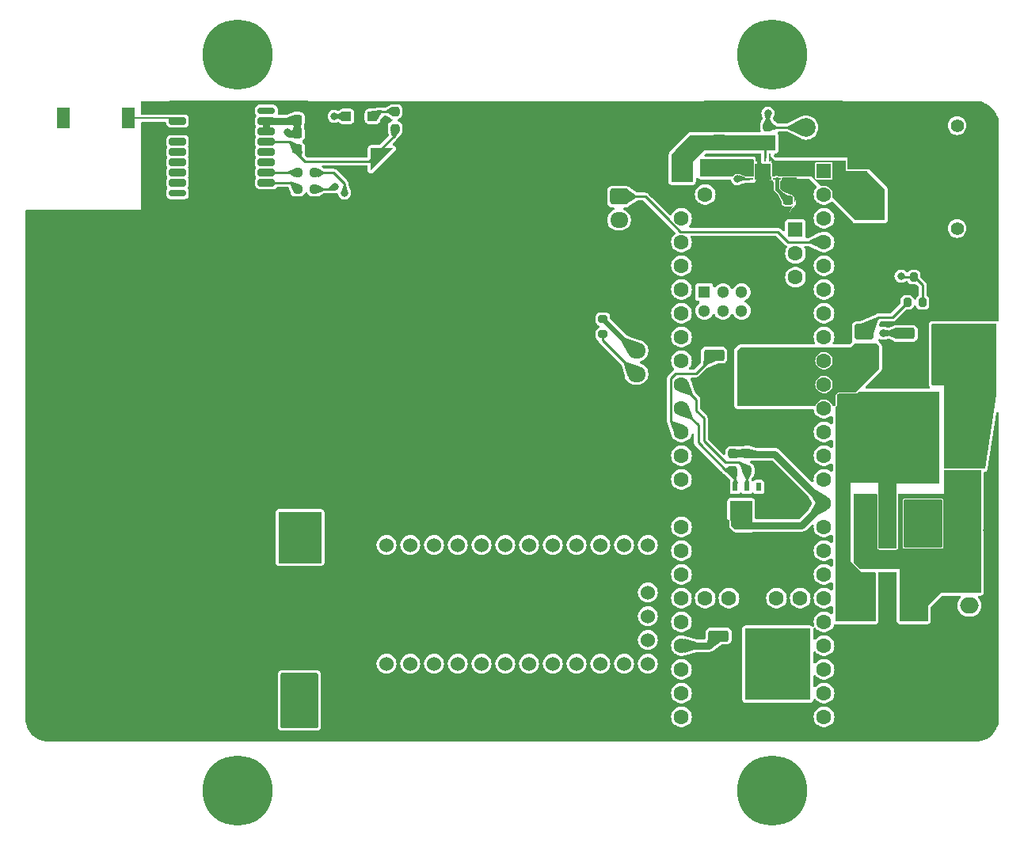
<source format=gtl>
G04 #@! TF.GenerationSoftware,KiCad,Pcbnew,8.0.1*
G04 #@! TF.CreationDate,2025-04-08T18:27:35-04:00*
G04 #@! TF.ProjectId,GHOUL_V1.0,47484f55-4c5f-4563-912e-302e6b696361,rev?*
G04 #@! TF.SameCoordinates,Original*
G04 #@! TF.FileFunction,Copper,L1,Top*
G04 #@! TF.FilePolarity,Positive*
%FSLAX46Y46*%
G04 Gerber Fmt 4.6, Leading zero omitted, Abs format (unit mm)*
G04 Created by KiCad (PCBNEW 8.0.1) date 2025-04-08 18:27:35*
%MOMM*%
%LPD*%
G01*
G04 APERTURE LIST*
G04 Aperture macros list*
%AMRoundRect*
0 Rectangle with rounded corners*
0 $1 Rounding radius*
0 $2 $3 $4 $5 $6 $7 $8 $9 X,Y pos of 4 corners*
0 Add a 4 corners polygon primitive as box body*
4,1,4,$2,$3,$4,$5,$6,$7,$8,$9,$2,$3,0*
0 Add four circle primitives for the rounded corners*
1,1,$1+$1,$2,$3*
1,1,$1+$1,$4,$5*
1,1,$1+$1,$6,$7*
1,1,$1+$1,$8,$9*
0 Add four rect primitives between the rounded corners*
20,1,$1+$1,$2,$3,$4,$5,0*
20,1,$1+$1,$4,$5,$6,$7,0*
20,1,$1+$1,$6,$7,$8,$9,0*
20,1,$1+$1,$8,$9,$2,$3,0*%
%AMFreePoly0*
4,1,12,0.600035,0.600035,0.600050,0.600000,0.600050,-1.800000,0.600035,-1.800035,0.600000,-1.800050,0.599965,-1.800035,-1.800035,0.599965,-1.800050,0.600000,-1.800035,0.600035,-1.800000,0.600050,0.600000,0.600050,0.600035,0.600035,0.600035,0.600035,$1*%
G04 Aperture macros list end*
G04 #@! TA.AperFunction,SMDPad,CuDef*
%ADD10R,3.300000X3.500000*%
G04 #@! TD*
G04 #@! TA.AperFunction,SMDPad,CuDef*
%ADD11C,10.200000*%
G04 #@! TD*
G04 #@! TA.AperFunction,SMDPad,CuDef*
%ADD12RoundRect,0.237500X0.237500X-0.250000X0.237500X0.250000X-0.237500X0.250000X-0.237500X-0.250000X0*%
G04 #@! TD*
G04 #@! TA.AperFunction,SMDPad,CuDef*
%ADD13RoundRect,0.237500X-0.237500X0.250000X-0.237500X-0.250000X0.237500X-0.250000X0.237500X0.250000X0*%
G04 #@! TD*
G04 #@! TA.AperFunction,SMDPad,CuDef*
%ADD14RoundRect,0.062500X-0.350000X-0.062500X0.350000X-0.062500X0.350000X0.062500X-0.350000X0.062500X0*%
G04 #@! TD*
G04 #@! TA.AperFunction,SMDPad,CuDef*
%ADD15RoundRect,0.062500X-0.062500X-0.350000X0.062500X-0.350000X0.062500X0.350000X-0.062500X0.350000X0*%
G04 #@! TD*
G04 #@! TA.AperFunction,HeatsinkPad*
%ADD16C,0.500000*%
G04 #@! TD*
G04 #@! TA.AperFunction,HeatsinkPad*
%ADD17R,1.680000X1.680000*%
G04 #@! TD*
G04 #@! TA.AperFunction,SMDPad,CuDef*
%ADD18RoundRect,0.250000X-0.850000X-0.350000X0.850000X-0.350000X0.850000X0.350000X-0.850000X0.350000X0*%
G04 #@! TD*
G04 #@! TA.AperFunction,SMDPad,CuDef*
%ADD19RoundRect,0.250000X-1.275000X-1.125000X1.275000X-1.125000X1.275000X1.125000X-1.275000X1.125000X0*%
G04 #@! TD*
G04 #@! TA.AperFunction,SMDPad,CuDef*
%ADD20RoundRect,0.249997X-2.950003X-2.650003X2.950003X-2.650003X2.950003X2.650003X-2.950003X2.650003X0*%
G04 #@! TD*
G04 #@! TA.AperFunction,SMDPad,CuDef*
%ADD21RoundRect,0.237500X-0.300000X-0.237500X0.300000X-0.237500X0.300000X0.237500X-0.300000X0.237500X0*%
G04 #@! TD*
G04 #@! TA.AperFunction,SMDPad,CuDef*
%ADD22RoundRect,0.200000X-0.275000X0.200000X-0.275000X-0.200000X0.275000X-0.200000X0.275000X0.200000X0*%
G04 #@! TD*
G04 #@! TA.AperFunction,SMDPad,CuDef*
%ADD23R,0.550000X0.950000*%
G04 #@! TD*
G04 #@! TA.AperFunction,ComponentPad*
%ADD24C,7.500000*%
G04 #@! TD*
G04 #@! TA.AperFunction,SMDPad,CuDef*
%ADD25RoundRect,0.250000X-0.300000X2.050000X-0.300000X-2.050000X0.300000X-2.050000X0.300000X2.050000X0*%
G04 #@! TD*
G04 #@! TA.AperFunction,SMDPad,CuDef*
%ADD26RoundRect,0.250000X-2.375000X2.025000X-2.375000X-2.025000X2.375000X-2.025000X2.375000X2.025000X0*%
G04 #@! TD*
G04 #@! TA.AperFunction,SMDPad,CuDef*
%ADD27RoundRect,0.250002X-5.149998X4.449998X-5.149998X-4.449998X5.149998X-4.449998X5.149998X4.449998X0*%
G04 #@! TD*
G04 #@! TA.AperFunction,SMDPad,CuDef*
%ADD28RoundRect,0.200000X-0.200000X-0.275000X0.200000X-0.275000X0.200000X0.275000X-0.200000X0.275000X0*%
G04 #@! TD*
G04 #@! TA.AperFunction,SMDPad,CuDef*
%ADD29RoundRect,0.237500X0.300000X0.237500X-0.300000X0.237500X-0.300000X-0.237500X0.300000X-0.237500X0*%
G04 #@! TD*
G04 #@! TA.AperFunction,SMDPad,CuDef*
%ADD30RoundRect,0.250000X0.300000X-2.050000X0.300000X2.050000X-0.300000X2.050000X-0.300000X-2.050000X0*%
G04 #@! TD*
G04 #@! TA.AperFunction,SMDPad,CuDef*
%ADD31RoundRect,0.250000X2.375000X-2.025000X2.375000X2.025000X-2.375000X2.025000X-2.375000X-2.025000X0*%
G04 #@! TD*
G04 #@! TA.AperFunction,SMDPad,CuDef*
%ADD32RoundRect,0.250002X5.149998X-4.449998X5.149998X4.449998X-5.149998X4.449998X-5.149998X-4.449998X0*%
G04 #@! TD*
G04 #@! TA.AperFunction,SMDPad,CuDef*
%ADD33R,1.362800X2.259800*%
G04 #@! TD*
G04 #@! TA.AperFunction,SMDPad,CuDef*
%ADD34RoundRect,0.237500X-0.250000X-0.237500X0.250000X-0.237500X0.250000X0.237500X-0.250000X0.237500X0*%
G04 #@! TD*
G04 #@! TA.AperFunction,SMDPad,CuDef*
%ADD35RoundRect,0.237500X0.237500X-0.300000X0.237500X0.300000X-0.237500X0.300000X-0.237500X-0.300000X0*%
G04 #@! TD*
G04 #@! TA.AperFunction,SMDPad,CuDef*
%ADD36FreePoly0,90.000000*%
G04 #@! TD*
G04 #@! TA.AperFunction,SMDPad,CuDef*
%ADD37R,1.700000X4.100000*%
G04 #@! TD*
G04 #@! TA.AperFunction,ComponentPad*
%ADD38RoundRect,0.250000X0.750000X-0.600000X0.750000X0.600000X-0.750000X0.600000X-0.750000X-0.600000X0*%
G04 #@! TD*
G04 #@! TA.AperFunction,ComponentPad*
%ADD39O,2.000000X1.700000*%
G04 #@! TD*
G04 #@! TA.AperFunction,ComponentPad*
%ADD40RoundRect,0.250000X-0.750000X0.600000X-0.750000X-0.600000X0.750000X-0.600000X0.750000X0.600000X0*%
G04 #@! TD*
G04 #@! TA.AperFunction,SMDPad,CuDef*
%ADD41RoundRect,0.250000X0.300000X0.300000X-0.300000X0.300000X-0.300000X-0.300000X0.300000X-0.300000X0*%
G04 #@! TD*
G04 #@! TA.AperFunction,SMDPad,CuDef*
%ADD42R,1.200000X1.500000*%
G04 #@! TD*
G04 #@! TA.AperFunction,SMDPad,CuDef*
%ADD43RoundRect,0.237500X-0.237500X0.300000X-0.237500X-0.300000X0.237500X-0.300000X0.237500X0.300000X0*%
G04 #@! TD*
G04 #@! TA.AperFunction,SMDPad,CuDef*
%ADD44RoundRect,0.175000X0.725000X0.175000X-0.725000X0.175000X-0.725000X-0.175000X0.725000X-0.175000X0*%
G04 #@! TD*
G04 #@! TA.AperFunction,SMDPad,CuDef*
%ADD45RoundRect,0.200000X0.700000X0.200000X-0.700000X0.200000X-0.700000X-0.200000X0.700000X-0.200000X0*%
G04 #@! TD*
G04 #@! TA.AperFunction,ComponentPad*
%ADD46RoundRect,0.250000X-0.725000X0.600000X-0.725000X-0.600000X0.725000X-0.600000X0.725000X0.600000X0*%
G04 #@! TD*
G04 #@! TA.AperFunction,ComponentPad*
%ADD47O,1.950000X1.700000*%
G04 #@! TD*
G04 #@! TA.AperFunction,ComponentPad*
%ADD48C,2.000000*%
G04 #@! TD*
G04 #@! TA.AperFunction,ComponentPad*
%ADD49C,1.524000*%
G04 #@! TD*
G04 #@! TA.AperFunction,ComponentPad*
%ADD50C,1.400000*%
G04 #@! TD*
G04 #@! TA.AperFunction,ComponentPad*
%ADD51R,3.500000X3.500000*%
G04 #@! TD*
G04 #@! TA.AperFunction,ComponentPad*
%ADD52C,3.500000*%
G04 #@! TD*
G04 #@! TA.AperFunction,ComponentPad*
%ADD53R,1.600000X1.600000*%
G04 #@! TD*
G04 #@! TA.AperFunction,ComponentPad*
%ADD54C,1.600000*%
G04 #@! TD*
G04 #@! TA.AperFunction,ComponentPad*
%ADD55R,1.300000X1.300000*%
G04 #@! TD*
G04 #@! TA.AperFunction,ComponentPad*
%ADD56C,1.300000*%
G04 #@! TD*
G04 #@! TA.AperFunction,ViaPad*
%ADD57C,0.800000*%
G04 #@! TD*
G04 #@! TA.AperFunction,ViaPad*
%ADD58C,1.200000*%
G04 #@! TD*
G04 #@! TA.AperFunction,Conductor*
%ADD59C,0.250000*%
G04 #@! TD*
G04 #@! TA.AperFunction,Conductor*
%ADD60C,0.500000*%
G04 #@! TD*
G04 #@! TA.AperFunction,Conductor*
%ADD61C,0.750000*%
G04 #@! TD*
G04 #@! TA.AperFunction,Conductor*
%ADD62C,0.400000*%
G04 #@! TD*
G04 #@! TA.AperFunction,Conductor*
%ADD63C,0.800000*%
G04 #@! TD*
G04 #@! TA.AperFunction,Conductor*
%ADD64C,0.156500*%
G04 #@! TD*
G04 APERTURE END LIST*
D10*
X133476051Y-129256051D03*
X133476051Y-113456051D03*
D11*
X133476051Y-121356051D03*
D12*
X179800000Y-105612500D03*
X179800000Y-103787500D03*
D13*
X181338949Y-103746449D03*
X181338949Y-105571449D03*
D14*
X181571051Y-72856051D03*
X181571051Y-73356051D03*
X181571051Y-73856051D03*
X181571051Y-74356051D03*
D15*
X182283551Y-75068551D03*
X182783551Y-75068551D03*
X183283551Y-75068551D03*
X183783551Y-75068551D03*
D14*
X184496051Y-74356051D03*
X184496051Y-73856051D03*
X184496051Y-73356051D03*
X184496051Y-72856051D03*
D15*
X183783551Y-72143551D03*
X183283551Y-72143551D03*
X182783551Y-72143551D03*
X182283551Y-72143551D03*
D16*
X182443551Y-73016051D03*
X182443551Y-74196051D03*
D17*
X183033551Y-73606051D03*
D16*
X183623551Y-73016051D03*
X183623551Y-74196051D03*
D18*
X198166051Y-90926051D03*
D19*
X202791051Y-91681051D03*
X202791051Y-94731051D03*
D20*
X204466051Y-93206051D03*
D19*
X206141051Y-91681051D03*
X206141051Y-94731051D03*
D18*
X198166051Y-95486051D03*
D21*
X183991051Y-76716051D03*
X185716051Y-76716051D03*
D22*
X165900000Y-89375000D03*
X165900000Y-91025000D03*
D23*
X180061051Y-109491051D03*
X181311051Y-109491051D03*
X182561051Y-109491051D03*
X183811051Y-109491051D03*
X183811051Y-107341051D03*
X182561051Y-107341051D03*
X181311051Y-107341051D03*
X180061051Y-107341051D03*
D24*
X184046051Y-61116051D03*
D25*
X199156051Y-119036051D03*
D26*
X199391051Y-125761051D03*
X193841051Y-125761051D03*
D27*
X196616051Y-128186051D03*
D26*
X199391051Y-130611051D03*
X193841051Y-130611051D03*
D25*
X194076051Y-119036051D03*
D18*
X178296051Y-123286051D03*
D19*
X182921051Y-124041051D03*
X182921051Y-127091051D03*
D20*
X184596051Y-125566051D03*
D19*
X186271051Y-124041051D03*
X186271051Y-127091051D03*
D18*
X178296051Y-127846051D03*
D24*
X126896051Y-61116051D03*
D28*
X198451051Y-87616051D03*
X200101051Y-87616051D03*
D21*
X133237500Y-69600000D03*
X134962500Y-69600000D03*
D29*
X180668551Y-111296051D03*
X178943551Y-111296051D03*
D30*
X193796051Y-111206051D03*
X196336051Y-111206051D03*
D31*
X193561051Y-104481051D03*
X199111051Y-104481051D03*
D32*
X196336051Y-102056051D03*
D31*
X193561051Y-99631051D03*
X199111051Y-99631051D03*
D30*
X198876051Y-111206051D03*
D28*
X199175000Y-84900000D03*
X200825000Y-84900000D03*
D24*
X126896051Y-139856051D03*
D33*
X108274598Y-67900000D03*
X115200000Y-67900000D03*
D24*
X184046051Y-139856051D03*
D34*
X133287500Y-73750000D03*
X135112500Y-73750000D03*
D12*
X183546051Y-70598551D03*
X183546051Y-68773551D03*
D35*
X181746051Y-70548551D03*
X181746051Y-68823551D03*
D36*
X141700000Y-71700000D03*
D37*
X145650000Y-73150000D03*
D38*
X204700000Y-106650000D03*
D39*
X204700000Y-104150000D03*
D40*
X205100000Y-117550000D03*
D39*
X205100000Y-120050000D03*
D41*
X141300000Y-67700000D03*
X138500000Y-67700000D03*
D42*
X178346051Y-73136051D03*
X178346051Y-70436051D03*
D13*
X143700000Y-67187500D03*
X143700000Y-69012500D03*
D43*
X187613551Y-73263551D03*
X187613551Y-74988551D03*
D18*
X177796051Y-93256051D03*
D19*
X182421051Y-94011051D03*
X182421051Y-97061051D03*
D20*
X184096051Y-95536051D03*
D19*
X185771051Y-94011051D03*
X185771051Y-97061051D03*
D18*
X177796051Y-97816051D03*
D35*
X186053551Y-75016051D03*
X186053551Y-73291051D03*
D44*
X129950000Y-75900000D03*
D45*
X129950000Y-74800000D03*
X129950000Y-73700000D03*
X129950000Y-72600000D03*
X129950000Y-71500000D03*
X129950000Y-70400000D03*
X129950000Y-69300000D03*
X129950000Y-68200000D03*
D44*
X129950000Y-67100000D03*
X120450000Y-67100000D03*
D45*
X120450000Y-68200000D03*
X120450000Y-69300000D03*
X120450000Y-70400000D03*
X120450000Y-71500000D03*
X120450000Y-72600000D03*
X120450000Y-73700000D03*
X120450000Y-74800000D03*
D44*
X120450000Y-75900000D03*
D46*
X167640000Y-76280000D03*
D47*
X167640000Y-78780000D03*
X167640000Y-81280000D03*
D48*
X187636051Y-68896051D03*
D21*
X133237500Y-68000000D03*
X134962500Y-68000000D03*
D29*
X134962500Y-71200000D03*
X133237500Y-71200000D03*
D34*
X133287500Y-75500000D03*
X135112500Y-75500000D03*
D40*
X193826051Y-90756051D03*
D39*
X193826051Y-93256051D03*
D49*
X170726051Y-116091051D03*
X170726051Y-118631051D03*
X170726051Y-121171051D03*
X170726051Y-123711051D03*
X170726051Y-113551051D03*
X170726051Y-126251051D03*
X168186051Y-126251051D03*
X165646051Y-126251051D03*
X163106051Y-126251051D03*
X160566051Y-126251051D03*
X158026051Y-126251051D03*
X155486051Y-126251051D03*
X152946051Y-126251051D03*
X150406051Y-126251051D03*
X147866051Y-126251051D03*
X145326051Y-126251051D03*
X142786051Y-126251051D03*
X168186051Y-113551051D03*
X165646051Y-113551051D03*
X163106051Y-113551051D03*
X158026051Y-113551051D03*
X160566051Y-113551051D03*
X155486051Y-113551051D03*
X152946051Y-113551051D03*
X150406051Y-113551051D03*
X147866051Y-113551051D03*
X145326051Y-113551051D03*
X142786051Y-113551051D03*
D50*
X203786051Y-79696051D03*
X203786051Y-68696051D03*
D51*
X193786051Y-71696051D03*
D52*
X193786051Y-76696051D03*
D53*
X189556051Y-73526051D03*
D54*
X189556051Y-76066051D03*
X189556051Y-78606051D03*
X189556051Y-81146051D03*
X189556051Y-83686051D03*
X189556051Y-86226051D03*
X189556051Y-88766051D03*
X189556051Y-91306051D03*
X189556051Y-93846051D03*
X189556051Y-96386051D03*
X189556051Y-98926051D03*
X189556051Y-101466051D03*
X189556051Y-104006051D03*
X189556051Y-106546051D03*
X189556051Y-109086051D03*
X189556051Y-111626051D03*
X189556051Y-114166051D03*
X189556051Y-116706051D03*
X189556051Y-119246051D03*
X189556051Y-121786051D03*
X189556051Y-124326051D03*
X189556051Y-126866051D03*
X189556051Y-129406051D03*
X189556051Y-131946051D03*
X174316051Y-131946051D03*
X174316051Y-129406051D03*
X174316051Y-126866051D03*
X174316051Y-124326051D03*
X174316051Y-121786051D03*
X174316051Y-119246051D03*
X174316051Y-116706051D03*
X174316051Y-114166051D03*
X174316051Y-111626051D03*
X174316051Y-109086051D03*
X174316051Y-106546051D03*
X174316051Y-104006051D03*
X174316051Y-101466051D03*
X174316051Y-98926051D03*
X174316051Y-96386051D03*
X174316051Y-93846051D03*
X174316051Y-91306051D03*
X174316051Y-88766051D03*
X174316051Y-86226051D03*
X174316051Y-83686051D03*
X174316051Y-81146051D03*
X174316051Y-78606051D03*
X174316051Y-76066051D03*
X174316051Y-73526051D03*
X176856051Y-76066051D03*
X187016051Y-119246051D03*
X184476051Y-119246051D03*
X181936051Y-119246051D03*
X179396051Y-119246051D03*
X176856051Y-119246051D03*
D53*
X186505251Y-79825251D03*
D54*
X186505251Y-82365251D03*
X186505251Y-84905251D03*
X186505251Y-87445251D03*
X186505251Y-89985251D03*
D55*
X176754451Y-86496051D03*
D56*
X178754451Y-86496051D03*
X180754451Y-86496051D03*
X180754451Y-88496051D03*
X178754451Y-88496051D03*
X176754451Y-88496051D03*
D46*
X169500000Y-90266051D03*
D47*
X169500000Y-92766051D03*
X169500000Y-95266051D03*
D57*
X132271051Y-132366051D03*
X134941051Y-110586051D03*
X132351051Y-110566051D03*
X134591051Y-132316051D03*
X186996051Y-129426051D03*
X181936051Y-129386051D03*
X184536051Y-129446051D03*
X204000000Y-72000000D03*
X109000000Y-107000000D03*
X117000000Y-107000000D03*
X145000000Y-99000000D03*
X121000000Y-83000000D03*
X105000000Y-111000000D03*
X127000000Y-69000000D03*
X149000000Y-67000000D03*
X129000000Y-79000000D03*
X165000000Y-107000000D03*
X157000000Y-83000000D03*
X145000000Y-103000000D03*
X161000000Y-71000000D03*
X169000000Y-67000000D03*
X105000000Y-87000000D03*
X133000000Y-99000000D03*
X133000000Y-87000000D03*
X105000000Y-123000000D03*
X157000000Y-67000000D03*
X113000000Y-87000000D03*
X137000000Y-107000000D03*
X129000000Y-103000000D03*
X145000000Y-91000000D03*
X127000000Y-77000000D03*
X200000000Y-72000000D03*
X161000000Y-87000000D03*
X145000000Y-131000000D03*
X161000000Y-131000000D03*
X127000000Y-73000000D03*
X123000000Y-75000000D03*
X157000000Y-103000000D03*
X153000000Y-75000000D03*
X121000000Y-127000000D03*
X125000000Y-75000000D03*
X157000000Y-87000000D03*
X133000000Y-83000000D03*
X121000000Y-79000000D03*
X161000000Y-67000000D03*
X137000000Y-95000000D03*
X113000000Y-107000000D03*
X125000000Y-67000000D03*
X206000000Y-125000000D03*
X113000000Y-83000000D03*
X173000000Y-71000000D03*
X117000000Y-103000000D03*
X127000000Y-67000000D03*
X129000000Y-107000000D03*
X165000000Y-71000000D03*
X149000000Y-83000000D03*
X109000000Y-79000000D03*
X109000000Y-111000000D03*
X129000000Y-95000000D03*
X118000000Y-71000000D03*
X169000000Y-103000000D03*
X125000000Y-95000000D03*
X109000000Y-87000000D03*
X123000000Y-73000000D03*
X153000000Y-83000000D03*
X105000000Y-115000000D03*
X113000000Y-127000000D03*
X105000000Y-107000000D03*
X129000000Y-83000000D03*
X121000000Y-99000000D03*
X123000000Y-69000000D03*
X186000000Y-114000000D03*
X105000000Y-95000000D03*
X157000000Y-99000000D03*
X194000000Y-68000000D03*
X196000000Y-88000000D03*
X161000000Y-79000000D03*
X121000000Y-95000000D03*
X207000000Y-112000000D03*
X204000000Y-76000000D03*
X165000000Y-131000000D03*
X137000000Y-99000000D03*
X207000000Y-82000000D03*
X149000000Y-107000000D03*
X145000000Y-79000000D03*
X125000000Y-111000000D03*
X165000000Y-67000000D03*
X153000000Y-131000000D03*
X109000000Y-83000000D03*
X141000000Y-91000000D03*
X117000000Y-115000000D03*
X165000000Y-103000000D03*
X153000000Y-103000000D03*
X149000000Y-103000000D03*
X153000000Y-95000000D03*
X192000000Y-88000000D03*
X133000000Y-107000000D03*
X105000000Y-99000000D03*
X117000000Y-91000000D03*
X121000000Y-103000000D03*
X207000000Y-74000000D03*
X123000000Y-77000000D03*
X109000000Y-115000000D03*
X200000000Y-76000000D03*
X113000000Y-119000000D03*
X105000000Y-119000000D03*
X113000000Y-123000000D03*
X117000000Y-83000000D03*
X125000000Y-119000000D03*
X206000000Y-69000000D03*
X117000000Y-123000000D03*
X137000000Y-103000000D03*
X127000000Y-71000000D03*
X141000000Y-107000000D03*
X117000000Y-131000000D03*
X105000000Y-103000000D03*
X117000000Y-111000000D03*
X125000000Y-131000000D03*
X133000000Y-91000000D03*
X149000000Y-91000000D03*
X145000000Y-95000000D03*
X121000000Y-131000000D03*
X125000000Y-127000000D03*
X125000000Y-91000000D03*
X125000000Y-87000000D03*
X117000000Y-99000000D03*
X118000000Y-73000000D03*
X173000000Y-67000000D03*
X117000000Y-127000000D03*
X113000000Y-91000000D03*
X113000000Y-111000000D03*
X109000000Y-123000000D03*
X200000000Y-80000000D03*
X149000000Y-79000000D03*
X105000000Y-83000000D03*
X169000000Y-131000000D03*
X145000000Y-107000000D03*
X141000000Y-87000000D03*
X161000000Y-103000000D03*
X129000000Y-87000000D03*
X129000000Y-99000000D03*
X109000000Y-119000000D03*
X125000000Y-99000000D03*
X141000000Y-83000000D03*
X113000000Y-95000000D03*
X161000000Y-91000000D03*
X125000000Y-73000000D03*
X121000000Y-123000000D03*
X118000000Y-77000000D03*
X157000000Y-107000000D03*
X196000000Y-80000000D03*
X125000000Y-71000000D03*
X157000000Y-131000000D03*
X113000000Y-99000000D03*
X125000000Y-69000000D03*
X123000000Y-71000000D03*
X157000000Y-71000000D03*
X177000000Y-114000000D03*
X118000000Y-69000000D03*
X153000000Y-71000000D03*
X161000000Y-75000000D03*
X153000000Y-67000000D03*
X137000000Y-87000000D03*
X121000000Y-87000000D03*
X121000000Y-115000000D03*
X149000000Y-131000000D03*
X200000000Y-68000000D03*
X133000000Y-79000000D03*
X121000000Y-111000000D03*
X157000000Y-91000000D03*
X109000000Y-127000000D03*
X117000000Y-79000000D03*
X113000000Y-103000000D03*
X149000000Y-75000000D03*
X133000000Y-103000000D03*
X105000000Y-131000000D03*
X109000000Y-99000000D03*
X117000000Y-119000000D03*
X118000000Y-67000000D03*
X192000000Y-84000000D03*
X207493629Y-106139228D03*
X141000000Y-103000000D03*
X129000000Y-91000000D03*
X141000000Y-99000000D03*
X125000000Y-123000000D03*
X161000000Y-95000000D03*
X153000000Y-79000000D03*
X145000000Y-87000000D03*
X161000000Y-83000000D03*
X141000000Y-95000000D03*
X137000000Y-83000000D03*
X149000000Y-99000000D03*
X127000000Y-75000000D03*
X204000000Y-133000000D03*
X125000000Y-115000000D03*
X153000000Y-99000000D03*
X105000000Y-79000000D03*
X125000000Y-79000000D03*
X169000000Y-107000000D03*
X125000000Y-83000000D03*
X105000000Y-91000000D03*
X109000000Y-131000000D03*
X121000000Y-119000000D03*
X118000000Y-75000000D03*
X109000000Y-91000000D03*
X109000000Y-103000000D03*
X125000000Y-107000000D03*
X121000000Y-91000000D03*
X123000000Y-67000000D03*
X113000000Y-115000000D03*
X141000000Y-131000000D03*
X137000000Y-79000000D03*
X133000000Y-95000000D03*
X125000000Y-103000000D03*
X157000000Y-75000000D03*
X177000000Y-67000000D03*
X105000000Y-127000000D03*
X196000000Y-84000000D03*
X109000000Y-95000000D03*
X161000000Y-107000000D03*
X113000000Y-79000000D03*
X181000000Y-114000000D03*
X121000000Y-107000000D03*
X169000000Y-71000000D03*
X153000000Y-107000000D03*
X192000000Y-80000000D03*
X113000000Y-131000000D03*
X117000000Y-95000000D03*
X149000000Y-95000000D03*
X137000000Y-91000000D03*
X157000000Y-79000000D03*
X125000000Y-77000000D03*
X153000000Y-87000000D03*
X149000000Y-71000000D03*
X117000000Y-87000000D03*
X195856051Y-90886051D03*
X197800000Y-84816051D03*
X138300000Y-75900000D03*
X137300000Y-75200000D03*
D58*
X201116051Y-110026051D03*
X201136051Y-112496051D03*
D57*
X180316051Y-74366051D03*
X183566051Y-67386051D03*
X137200000Y-67700000D03*
X132200000Y-69400000D03*
D59*
X133491051Y-113686051D02*
X133941051Y-113236051D01*
X187346051Y-122966051D02*
X186271051Y-124041051D01*
X186081051Y-74988551D02*
X186053551Y-75016051D01*
X186053551Y-75016051D02*
X185691051Y-75016051D01*
X170430000Y-76280000D02*
X172805000Y-78655000D01*
X171346051Y-77216051D02*
X171366051Y-77216051D01*
X184602051Y-80026051D02*
X185722051Y-81146051D01*
X185722051Y-81146051D02*
X189556051Y-81146051D01*
X172805000Y-78655000D02*
X174176051Y-80026051D01*
X171366051Y-77216051D02*
X172805000Y-78655000D01*
X174176051Y-80026051D02*
X184602051Y-80026051D01*
X167640000Y-76280000D02*
X170430000Y-76280000D01*
D60*
X195856051Y-90886051D02*
X198126051Y-90886051D01*
D59*
X198126051Y-90886051D02*
X198166051Y-90926051D01*
D61*
X174316051Y-124326051D02*
X177256051Y-124326051D01*
X177256051Y-124326051D02*
X178296051Y-123286051D01*
D59*
X199260000Y-84900000D02*
X199175000Y-84900000D01*
X200101051Y-87616051D02*
X200101051Y-85741051D01*
X197883949Y-84900000D02*
X197800000Y-84816051D01*
X200101051Y-85741051D02*
X199780000Y-85420000D01*
X199780000Y-85420000D02*
X199176051Y-84816051D01*
X199780000Y-85420000D02*
X199260000Y-84900000D01*
X199175000Y-84900000D02*
X197883949Y-84900000D01*
D60*
X169276051Y-92751051D02*
X169276051Y-92766051D01*
X165871051Y-89346051D02*
X169276051Y-92751051D01*
D59*
X137150000Y-73750000D02*
X135112500Y-73750000D01*
X138300000Y-75900000D02*
X138300000Y-74900000D01*
X138300000Y-74900000D02*
X137150000Y-73750000D01*
X137300000Y-75200000D02*
X137000000Y-75500000D01*
X137000000Y-75500000D02*
X135112500Y-75500000D01*
X180061051Y-105873551D02*
X179800000Y-105612500D01*
X176100000Y-100710000D02*
X174316051Y-98926051D01*
X176100000Y-102600000D02*
X176100000Y-100710000D01*
X179800000Y-105612500D02*
X179112500Y-105612500D01*
X179112500Y-105612500D02*
X176100000Y-102600000D01*
X180061051Y-107341051D02*
X180061051Y-105873551D01*
X176700000Y-100000000D02*
X176700000Y-102400000D01*
X175900000Y-97970000D02*
X175900000Y-99200000D01*
X180467500Y-104700000D02*
X181338949Y-105571449D01*
X174316051Y-96386051D02*
X175900000Y-97970000D01*
X181311051Y-107341051D02*
X181311051Y-105599347D01*
X175900000Y-99200000D02*
X176700000Y-100000000D01*
X176700000Y-102400000D02*
X179000000Y-104700000D01*
X181311051Y-105599347D02*
X181338949Y-105571449D01*
X179000000Y-104700000D02*
X180467500Y-104700000D01*
X199086051Y-101046051D02*
X199086051Y-100266051D01*
X173700000Y-95200000D02*
X173206051Y-95693949D01*
X173206051Y-100356051D02*
X174316051Y-101466051D01*
X173206051Y-95693949D02*
X173206051Y-100356051D01*
X177796051Y-93256051D02*
X175852102Y-95200000D01*
X175852102Y-95200000D02*
X173700000Y-95200000D01*
X195382102Y-89200000D02*
X193826051Y-90756051D01*
X198451051Y-87616051D02*
X196867102Y-89200000D01*
X183783551Y-72143551D02*
X184496051Y-72856051D01*
X196867102Y-89200000D02*
X195382102Y-89200000D01*
X183546051Y-67406051D02*
X183566051Y-67386051D01*
X180316051Y-74366051D02*
X181561051Y-74366051D01*
X181561051Y-74366051D02*
X181571051Y-74356051D01*
X187636051Y-68896051D02*
X183668551Y-68896051D01*
X183668551Y-68896051D02*
X183546051Y-68773551D01*
X183546051Y-68773551D02*
X183546051Y-67406051D01*
D62*
X184496051Y-75496051D02*
X185716051Y-76716051D01*
X184496051Y-74356051D02*
X184496051Y-75496051D01*
D59*
X183283551Y-72143551D02*
X183283551Y-70861051D01*
X183283551Y-70861051D02*
X183546051Y-70598551D01*
X180828551Y-111456051D02*
X180668551Y-111296051D01*
D63*
X132400000Y-69600000D02*
X132200000Y-69400000D01*
X133037500Y-68200000D02*
X133237500Y-68000000D01*
D59*
X169500000Y-95266051D02*
X165900000Y-91666051D01*
X165900000Y-91666051D02*
X165900000Y-91025000D01*
D61*
X189556051Y-109086051D02*
X187186051Y-111456051D01*
X189556051Y-109086051D02*
X184298551Y-103828551D01*
X181421051Y-103828551D02*
X181338949Y-103746449D01*
D63*
X129950000Y-69300000D02*
X129950000Y-68200000D01*
D61*
X179841051Y-103746449D02*
X179800000Y-103787500D01*
D63*
X129950000Y-68200000D02*
X133037500Y-68200000D01*
D61*
X181338949Y-103746449D02*
X179841051Y-103746449D01*
X184298551Y-103828551D02*
X181421051Y-103828551D01*
D59*
X138500000Y-67700000D02*
X137200000Y-67700000D01*
D61*
X187186051Y-111456051D02*
X180828551Y-111456051D01*
D63*
X133237500Y-69600000D02*
X132400000Y-69600000D01*
X133237500Y-69600000D02*
X133237500Y-68000000D01*
D59*
X129950000Y-73700000D02*
X133237500Y-73700000D01*
X133237500Y-73700000D02*
X133287500Y-73750000D01*
X132587500Y-74800000D02*
X133287500Y-75500000D01*
X129950000Y-74800000D02*
X132587500Y-74800000D01*
X143700000Y-69700000D02*
X141700000Y-71700000D01*
X129950000Y-70400000D02*
X132437500Y-70400000D01*
X132437500Y-70400000D02*
X133237500Y-71200000D01*
X133237500Y-71200000D02*
X133237500Y-71637500D01*
X133237500Y-71637500D02*
X134100000Y-72500000D01*
X143700000Y-69012500D02*
X143700000Y-69700000D01*
X140900000Y-72500000D02*
X141700000Y-71700000D01*
X134100000Y-72500000D02*
X140900000Y-72500000D01*
X141812500Y-67187500D02*
X143700000Y-67187500D01*
X141300000Y-67700000D02*
X141812500Y-67187500D01*
D64*
X120450000Y-68200000D02*
X120150000Y-67900000D01*
X120150000Y-67900000D02*
X115200000Y-67900000D01*
G04 #@! TA.AperFunction,Conductor*
G36*
X202167745Y-108724357D02*
G01*
X202186051Y-108768551D01*
X202186051Y-113743551D01*
X202167745Y-113787745D01*
X202123551Y-113806051D01*
X198168551Y-113806051D01*
X198124357Y-113787745D01*
X198106051Y-113743551D01*
X198106051Y-108768551D01*
X198124357Y-108724357D01*
X198168551Y-108706051D01*
X202123551Y-108706051D01*
X202167745Y-108724357D01*
G37*
G04 #@! TD.AperFunction*
G04 #@! TA.AperFunction,Conductor*
G36*
X181854357Y-108834357D02*
G01*
X181857745Y-108837745D01*
X181876051Y-108881939D01*
X181876051Y-111843551D01*
X181857745Y-111887745D01*
X181813551Y-111906051D01*
X180101939Y-111906051D01*
X180057745Y-111887745D01*
X179626857Y-111456857D01*
X179608551Y-111412663D01*
X179608551Y-111023911D01*
X179598214Y-110952963D01*
X179595980Y-110948394D01*
X179544714Y-110843526D01*
X179544357Y-110843169D01*
X179544216Y-110842830D01*
X179541704Y-110839311D01*
X179542518Y-110838729D01*
X179526051Y-110798975D01*
X179526051Y-108878551D01*
X179544357Y-108834357D01*
X179588551Y-108816051D01*
X181810163Y-108816051D01*
X181854357Y-108834357D01*
G37*
G04 #@! TD.AperFunction*
G04 #@! TA.AperFunction,Conductor*
G36*
X206337745Y-105584357D02*
G01*
X206356051Y-105628551D01*
X206356051Y-118603551D01*
X206337745Y-118647745D01*
X206293551Y-118666051D01*
X202036051Y-118666051D01*
X200676051Y-120026051D01*
X200676051Y-121653551D01*
X200657745Y-121697745D01*
X200613551Y-121716051D01*
X197688551Y-121716051D01*
X197644357Y-121697745D01*
X197626051Y-121653551D01*
X197626051Y-116146050D01*
X197620464Y-116143736D01*
X197600188Y-116130188D01*
X197596051Y-116126051D01*
X193489323Y-116126051D01*
X193445129Y-116107745D01*
X192774357Y-115436973D01*
X192756051Y-115392779D01*
X192756051Y-108138551D01*
X192774357Y-108094357D01*
X192818551Y-108076051D01*
X195171051Y-108076051D01*
X195215245Y-108094357D01*
X195233551Y-108138551D01*
X195233551Y-113780163D01*
X195243636Y-113830867D01*
X195243636Y-113830868D01*
X195261942Y-113875060D01*
X195261944Y-113875065D01*
X195288131Y-113914257D01*
X195290665Y-113918049D01*
X195374053Y-114001437D01*
X195417039Y-114030159D01*
X195461233Y-114048465D01*
X195511939Y-114058551D01*
X197273551Y-114058551D01*
X197324257Y-114048465D01*
X197368451Y-114030159D01*
X197393312Y-114016584D01*
X197440159Y-113958451D01*
X197458465Y-113914257D01*
X197468551Y-113863551D01*
X197468551Y-113743551D01*
X197973551Y-113743551D01*
X197980833Y-113780163D01*
X197983637Y-113794257D01*
X197995660Y-113823283D01*
X198001941Y-113838447D01*
X198001949Y-113838464D01*
X198015515Y-113863308D01*
X198015516Y-113863309D01*
X198015518Y-113863312D01*
X198073651Y-113910159D01*
X198117845Y-113928465D01*
X198168551Y-113938551D01*
X202123551Y-113938551D01*
X202174257Y-113928465D01*
X202218451Y-113910159D01*
X202243312Y-113896584D01*
X202290159Y-113838451D01*
X202308465Y-113794257D01*
X202318551Y-113743551D01*
X202318551Y-108768551D01*
X202308465Y-108717845D01*
X202290159Y-108673651D01*
X202290156Y-108673645D01*
X202290152Y-108673637D01*
X202276586Y-108648793D01*
X202276585Y-108648792D01*
X202276584Y-108648790D01*
X202227901Y-108609558D01*
X202218450Y-108601942D01*
X202197615Y-108593312D01*
X202174257Y-108583637D01*
X202174253Y-108583636D01*
X202123551Y-108573551D01*
X198168551Y-108573551D01*
X198117848Y-108583636D01*
X198117846Y-108583636D01*
X198117845Y-108583637D01*
X198107124Y-108588077D01*
X198073654Y-108601941D01*
X198073637Y-108601949D01*
X198048793Y-108615515D01*
X198048791Y-108615517D01*
X198001942Y-108673651D01*
X197983636Y-108717848D01*
X197973551Y-108768550D01*
X197973551Y-113743551D01*
X197468551Y-113743551D01*
X197468551Y-108138551D01*
X197486857Y-108094357D01*
X197531051Y-108076051D01*
X202356051Y-108076051D01*
X202356051Y-105628551D01*
X202374357Y-105584357D01*
X202418551Y-105566051D01*
X206293551Y-105566051D01*
X206337745Y-105584357D01*
G37*
G04 #@! TD.AperFunction*
G04 #@! TA.AperFunction,Conductor*
G36*
X135404090Y-127265736D02*
G01*
X135449845Y-127318540D01*
X135461051Y-127370051D01*
X135461051Y-133012051D01*
X135441366Y-133079090D01*
X135388562Y-133124845D01*
X135337051Y-133136051D01*
X131595051Y-133136051D01*
X131528012Y-133116366D01*
X131482257Y-133063562D01*
X131471051Y-133012051D01*
X131471051Y-127370051D01*
X131490736Y-127303012D01*
X131543540Y-127257257D01*
X131595051Y-127246051D01*
X135337051Y-127246051D01*
X135404090Y-127265736D01*
G37*
G04 #@! TD.AperFunction*
G04 #@! TA.AperFunction,Conductor*
G36*
X207947745Y-89924357D02*
G01*
X207966051Y-89968551D01*
X207966051Y-97483739D01*
X207965332Y-97493193D01*
X206764168Y-105343005D01*
X206739388Y-105383921D01*
X206702387Y-105396051D01*
X202418551Y-105396051D01*
X202374357Y-105377745D01*
X202356051Y-105333551D01*
X202356051Y-96542881D01*
X202374357Y-96498687D01*
X202412626Y-96480663D01*
X202594338Y-96463357D01*
X202776051Y-96446051D01*
X202776050Y-96446051D01*
X201128551Y-96446051D01*
X201084357Y-96427745D01*
X201066051Y-96383551D01*
X201066051Y-89968551D01*
X201084357Y-89924357D01*
X201128551Y-89906051D01*
X207903551Y-89906051D01*
X207947745Y-89924357D01*
G37*
G04 #@! TD.AperFunction*
G04 #@! TA.AperFunction,Conductor*
G36*
X195204357Y-92004357D02*
G01*
X195427745Y-92227745D01*
X195446051Y-92271939D01*
X195446051Y-94700162D01*
X195427745Y-94744356D01*
X192961855Y-97210245D01*
X192917661Y-97228551D01*
X191150225Y-97228551D01*
X191076849Y-97239241D01*
X191076848Y-97239241D01*
X191076847Y-97239242D01*
X191007767Y-97273013D01*
X190963659Y-97294576D01*
X190874576Y-97383659D01*
X190819240Y-97496851D01*
X190818764Y-97498911D01*
X190818589Y-97501330D01*
X190808551Y-97570226D01*
X190808551Y-98623551D01*
X190790245Y-98667745D01*
X190746051Y-98686051D01*
X190498710Y-98686051D01*
X190454516Y-98667745D01*
X190439269Y-98642864D01*
X190408034Y-98546730D01*
X190408033Y-98546728D01*
X190408032Y-98546725D01*
X190310548Y-98377877D01*
X190180088Y-98232987D01*
X190114270Y-98185167D01*
X190022361Y-98118391D01*
X190022358Y-98118389D01*
X190022356Y-98118388D01*
X189898133Y-98063080D01*
X189844246Y-98039088D01*
X189844237Y-98039085D01*
X189653536Y-97998551D01*
X189653535Y-97998551D01*
X189458567Y-97998551D01*
X189458566Y-97998551D01*
X189267864Y-98039085D01*
X189267847Y-98039091D01*
X189089748Y-98118387D01*
X189050313Y-98147037D01*
X188932014Y-98232987D01*
X188932011Y-98232989D01*
X188932011Y-98232990D01*
X188801553Y-98377878D01*
X188704069Y-98546727D01*
X188704067Y-98546730D01*
X188672833Y-98642864D01*
X188641767Y-98679239D01*
X188613392Y-98686051D01*
X180318551Y-98686051D01*
X180274357Y-98667745D01*
X180256051Y-98623551D01*
X180256051Y-96386051D01*
X188623442Y-96386051D01*
X188643822Y-96579953D01*
X188704067Y-96765371D01*
X188704069Y-96765375D01*
X188704070Y-96765377D01*
X188801554Y-96934225D01*
X188932014Y-97079115D01*
X189089746Y-97193714D01*
X189267859Y-97273015D01*
X189267864Y-97273016D01*
X189458566Y-97313551D01*
X189458567Y-97313551D01*
X189653536Y-97313551D01*
X189742811Y-97294575D01*
X189844243Y-97273015D01*
X190022356Y-97193714D01*
X190180088Y-97079115D01*
X190310548Y-96934225D01*
X190408032Y-96765377D01*
X190468280Y-96579951D01*
X190488660Y-96386051D01*
X190468280Y-96192151D01*
X190408032Y-96006725D01*
X190310548Y-95837877D01*
X190180088Y-95692987D01*
X190114270Y-95645167D01*
X190022361Y-95578391D01*
X190022358Y-95578389D01*
X190022356Y-95578388D01*
X189898133Y-95523080D01*
X189844246Y-95499088D01*
X189844237Y-95499085D01*
X189653536Y-95458551D01*
X189653535Y-95458551D01*
X189458567Y-95458551D01*
X189458566Y-95458551D01*
X189267864Y-95499085D01*
X189267847Y-95499091D01*
X189089748Y-95578387D01*
X189050313Y-95607037D01*
X188932014Y-95692987D01*
X188932011Y-95692989D01*
X188932011Y-95692990D01*
X188801553Y-95837878D01*
X188704067Y-96006730D01*
X188643822Y-96192148D01*
X188623442Y-96386051D01*
X180256051Y-96386051D01*
X180256051Y-93846051D01*
X188623442Y-93846051D01*
X188643822Y-94039953D01*
X188704067Y-94225371D01*
X188704069Y-94225375D01*
X188704070Y-94225377D01*
X188801554Y-94394225D01*
X188932014Y-94539115D01*
X189089746Y-94653714D01*
X189267859Y-94733015D01*
X189267864Y-94733016D01*
X189458566Y-94773551D01*
X189458567Y-94773551D01*
X189653536Y-94773551D01*
X189790887Y-94744356D01*
X189844243Y-94733015D01*
X190022356Y-94653714D01*
X190180088Y-94539115D01*
X190310548Y-94394225D01*
X190408032Y-94225377D01*
X190468280Y-94039951D01*
X190488660Y-93846051D01*
X190468280Y-93652151D01*
X190408032Y-93466725D01*
X190310548Y-93297877D01*
X190180088Y-93152987D01*
X190114270Y-93105167D01*
X190022361Y-93038391D01*
X190022358Y-93038389D01*
X190022356Y-93038388D01*
X189898133Y-92983080D01*
X189844246Y-92959088D01*
X189844237Y-92959085D01*
X189653536Y-92918551D01*
X189653535Y-92918551D01*
X189458567Y-92918551D01*
X189458566Y-92918551D01*
X189267864Y-92959085D01*
X189267847Y-92959091D01*
X189089748Y-93038387D01*
X189050313Y-93067037D01*
X188932014Y-93152987D01*
X188932011Y-93152989D01*
X188932011Y-93152990D01*
X188801553Y-93297878D01*
X188704067Y-93466730D01*
X188643822Y-93652148D01*
X188623442Y-93846051D01*
X180256051Y-93846051D01*
X180256051Y-92781939D01*
X180274357Y-92737745D01*
X180587745Y-92424357D01*
X180631939Y-92406051D01*
X192376051Y-92406051D01*
X192777745Y-92004357D01*
X192821939Y-91986051D01*
X195160163Y-91986051D01*
X195204357Y-92004357D01*
G37*
G04 #@! TD.AperFunction*
G04 #@! TA.AperFunction,Conductor*
G36*
X182012745Y-72304357D02*
G01*
X182031051Y-72348551D01*
X182031051Y-72512263D01*
X182042074Y-72567684D01*
X182042075Y-72567686D01*
X182084212Y-72630748D01*
X182093544Y-72677664D01*
X182084212Y-72700193D01*
X182073450Y-72716298D01*
X182073449Y-72716302D01*
X182066051Y-72753493D01*
X182066051Y-72981415D01*
X182065282Y-72991191D01*
X182061345Y-73016050D01*
X182065282Y-73040909D01*
X182066051Y-73050685D01*
X182066051Y-74052514D01*
X182047745Y-74096708D01*
X182003551Y-74115014D01*
X181991359Y-74113813D01*
X181939766Y-74103551D01*
X181939763Y-74103551D01*
X181202339Y-74103551D01*
X181202336Y-74103551D01*
X181170547Y-74109874D01*
X181136255Y-74107037D01*
X180545107Y-73883571D01*
X180545069Y-73883555D01*
X180526558Y-73876559D01*
X180526556Y-73876558D01*
X180526555Y-73876558D01*
X180523052Y-73875944D01*
X180509373Y-73873546D01*
X180496249Y-73869728D01*
X180453758Y-73852129D01*
X180453760Y-73852129D01*
X180453756Y-73852128D01*
X180453754Y-73852127D01*
X180453749Y-73852126D01*
X180316053Y-73833999D01*
X180316049Y-73833999D01*
X180178352Y-73852126D01*
X180178349Y-73852127D01*
X180178346Y-73852127D01*
X180178346Y-73852128D01*
X180050025Y-73905280D01*
X179939831Y-73989834D01*
X179892508Y-74051508D01*
X179855280Y-74100025D01*
X179855278Y-74100027D01*
X179854074Y-74101598D01*
X179812647Y-74125516D01*
X179804489Y-74126051D01*
X176358551Y-74126051D01*
X176314357Y-74107745D01*
X176296051Y-74063551D01*
X176296051Y-72348551D01*
X176314357Y-72304357D01*
X176358551Y-72286051D01*
X181968551Y-72286051D01*
X182012745Y-72304357D01*
G37*
G04 #@! TD.AperFunction*
G04 #@! TA.AperFunction,Conductor*
G36*
X184367745Y-69724357D02*
G01*
X184386051Y-69768551D01*
X184386051Y-71313551D01*
X184367745Y-71357745D01*
X184323551Y-71376051D01*
X176736051Y-71376051D01*
X175546051Y-72566051D01*
X175546051Y-74693551D01*
X175527745Y-74737745D01*
X175483551Y-74756051D01*
X173298551Y-74756051D01*
X173254357Y-74737745D01*
X173236051Y-74693551D01*
X173236051Y-71882083D01*
X173253012Y-71839276D01*
X173705652Y-71357745D01*
X175239733Y-69725744D01*
X175283340Y-69706081D01*
X175285272Y-69706051D01*
X184323551Y-69706051D01*
X184367745Y-69724357D01*
G37*
G04 #@! TD.AperFunction*
G04 #@! TA.AperFunction,Conductor*
G36*
X183869721Y-73028075D02*
G01*
X183869919Y-73028091D01*
X183868960Y-73040281D01*
X183868551Y-73050697D01*
X183868551Y-74043555D01*
X183878635Y-74094249D01*
X183878637Y-74094257D01*
X183896945Y-74138456D01*
X183896946Y-74138458D01*
X183909150Y-74160807D01*
X183910518Y-74163312D01*
X183910716Y-74163471D01*
X183911032Y-74163926D01*
X183918352Y-74172686D01*
X183917568Y-74173340D01*
X183950564Y-74220862D01*
X183955929Y-74268747D01*
X183956051Y-74268747D01*
X183956051Y-74269835D01*
X183956313Y-74272174D01*
X183956051Y-74274834D01*
X183956051Y-74437267D01*
X183967073Y-74492682D01*
X183967075Y-74492686D01*
X184009068Y-74555533D01*
X184071915Y-74597526D01*
X184083203Y-74602202D01*
X184082434Y-74604058D01*
X184130653Y-74629280D01*
X184165227Y-74689996D01*
X184168551Y-74718513D01*
X184168551Y-75452935D01*
X184168551Y-75539167D01*
X184183831Y-75596190D01*
X184190870Y-75622461D01*
X184233985Y-75697139D01*
X184233987Y-75697142D01*
X184677504Y-76140659D01*
X184701274Y-76173983D01*
X185038502Y-76865414D01*
X185051051Y-76919771D01*
X185051051Y-76988191D01*
X185061388Y-77059139D01*
X185061388Y-77059140D01*
X185061389Y-77059142D01*
X185114887Y-77168576D01*
X185201025Y-77254714D01*
X185305794Y-77305931D01*
X185310463Y-77308214D01*
X185381411Y-77318551D01*
X185381416Y-77318551D01*
X186050686Y-77318551D01*
X186050691Y-77318551D01*
X186121639Y-77308214D01*
X186207334Y-77266319D01*
X185606051Y-78523551D01*
X183806051Y-78523551D01*
X183806051Y-73023551D01*
X183869720Y-73021277D01*
X183869721Y-73028075D01*
G37*
G04 #@! TD.AperFunction*
G04 #@! TA.AperFunction,Conductor*
G36*
X186706051Y-76223551D02*
G01*
X186381051Y-76903096D01*
X186381051Y-76443911D01*
X186370714Y-76372963D01*
X186342259Y-76314757D01*
X186317214Y-76263525D01*
X186231076Y-76177387D01*
X186121642Y-76123889D01*
X186121640Y-76123888D01*
X186121639Y-76123888D01*
X186050691Y-76113551D01*
X186050686Y-76113551D01*
X185985717Y-76113551D01*
X185927932Y-76099264D01*
X185172300Y-75701281D01*
X185142404Y-75679249D01*
X184859870Y-75396715D01*
X184826385Y-75335392D01*
X184823551Y-75309034D01*
X184823551Y-74718513D01*
X184843236Y-74651474D01*
X184896040Y-74605719D01*
X184915864Y-74599316D01*
X184920182Y-74597527D01*
X184920185Y-74597527D01*
X184983033Y-74555533D01*
X185025027Y-74492685D01*
X185036051Y-74437263D01*
X185036051Y-74362551D01*
X185055736Y-74295512D01*
X185108540Y-74249757D01*
X185160051Y-74238551D01*
X186645899Y-74238551D01*
X186706051Y-76223551D01*
G37*
G04 #@! TD.AperFunction*
G04 #@! TA.AperFunction,Conductor*
G36*
X191890245Y-72424357D02*
G01*
X191908551Y-72468551D01*
X191908551Y-73458608D01*
X191915949Y-73495799D01*
X191915949Y-73495800D01*
X191944128Y-73537973D01*
X191972308Y-73556801D01*
X191986303Y-73566153D01*
X192023493Y-73573551D01*
X192023494Y-73573551D01*
X194137663Y-73573551D01*
X194181857Y-73591857D01*
X196047745Y-75457745D01*
X196066051Y-75501939D01*
X196066051Y-78763551D01*
X196047745Y-78807745D01*
X196003551Y-78826051D01*
X192911939Y-78826051D01*
X192867745Y-78807745D01*
X190458986Y-76398986D01*
X190440680Y-76354792D01*
X190443738Y-76335484D01*
X190468280Y-76259951D01*
X190488660Y-76066051D01*
X190468280Y-75872151D01*
X190464482Y-75860462D01*
X190408034Y-75686730D01*
X190408033Y-75686728D01*
X190408032Y-75686725D01*
X190310548Y-75517877D01*
X190180088Y-75372987D01*
X190111550Y-75323191D01*
X190022361Y-75258391D01*
X190022358Y-75258389D01*
X190022356Y-75258388D01*
X189898133Y-75203080D01*
X189844246Y-75179088D01*
X189844237Y-75179085D01*
X189653536Y-75138551D01*
X189653535Y-75138551D01*
X189458567Y-75138551D01*
X189458566Y-75138551D01*
X189277323Y-75177075D01*
X189230289Y-75168358D01*
X189220135Y-75160135D01*
X188398608Y-74338608D01*
X188628551Y-74338608D01*
X188635949Y-74375799D01*
X188635949Y-74375800D01*
X188664128Y-74417973D01*
X188692308Y-74436801D01*
X188706303Y-74446153D01*
X188743493Y-74453551D01*
X188743494Y-74453551D01*
X190368608Y-74453551D01*
X190368609Y-74453551D01*
X190405799Y-74446153D01*
X190447973Y-74417973D01*
X190476153Y-74375799D01*
X190483551Y-74338609D01*
X190483551Y-72713493D01*
X190476153Y-72676303D01*
X190476152Y-72676301D01*
X190447973Y-72634128D01*
X190405799Y-72605949D01*
X190368609Y-72598551D01*
X188743493Y-72598551D01*
X188724898Y-72602250D01*
X188706302Y-72605949D01*
X188706301Y-72605949D01*
X188664128Y-72634128D01*
X188635949Y-72676301D01*
X188635949Y-72676302D01*
X188628551Y-72713493D01*
X188628551Y-74338608D01*
X188398608Y-74338608D01*
X188166051Y-74106051D01*
X184883486Y-74106051D01*
X184871295Y-74104850D01*
X184864763Y-74103551D01*
X184864762Y-74103551D01*
X184730454Y-74103551D01*
X184699204Y-74095178D01*
X184697143Y-74093988D01*
X184697141Y-74093986D01*
X184622461Y-74050870D01*
X184622460Y-74050869D01*
X184622459Y-74050869D01*
X184539172Y-74028551D01*
X184539167Y-74028551D01*
X184452935Y-74028551D01*
X184452929Y-74028551D01*
X184369643Y-74050869D01*
X184369641Y-74050869D01*
X184330097Y-74073700D01*
X184294961Y-74093986D01*
X184294958Y-74093988D01*
X184292898Y-74095178D01*
X184261648Y-74103551D01*
X184127339Y-74103551D01*
X184120806Y-74104850D01*
X184108616Y-74106051D01*
X184063551Y-74106051D01*
X184019357Y-74087745D01*
X184001051Y-74043551D01*
X184001051Y-73050685D01*
X184001820Y-73040909D01*
X184002001Y-73039760D01*
X184005757Y-73016051D01*
X184001820Y-72991191D01*
X184001051Y-72981415D01*
X184001051Y-72753493D01*
X183993653Y-72716303D01*
X183991775Y-72713493D01*
X183965473Y-72674129D01*
X183965455Y-72674117D01*
X183963826Y-72673028D01*
X183962726Y-72671382D01*
X183961121Y-72669777D01*
X183961440Y-72669457D01*
X183937251Y-72633253D01*
X183936051Y-72621063D01*
X183936051Y-72468551D01*
X183954357Y-72424357D01*
X183998551Y-72406051D01*
X191846051Y-72406051D01*
X191890245Y-72424357D01*
G37*
G04 #@! TD.AperFunction*
G04 #@! TA.AperFunction,Conductor*
G36*
X201897745Y-97154357D02*
G01*
X201916051Y-97198551D01*
X201916051Y-106890163D01*
X201897745Y-106934357D01*
X201874357Y-106957745D01*
X201830163Y-106976051D01*
X197336051Y-106976051D01*
X197336051Y-113863551D01*
X197317745Y-113907745D01*
X197273551Y-113926051D01*
X195511939Y-113926051D01*
X195467745Y-113907745D01*
X195384357Y-113824357D01*
X195366051Y-113780163D01*
X195366051Y-106906051D01*
X192426051Y-106906051D01*
X192426051Y-115276051D01*
X193616051Y-116466051D01*
X195003551Y-116466051D01*
X195047745Y-116484357D01*
X195066051Y-116528551D01*
X195066051Y-121673551D01*
X195047745Y-121717745D01*
X195003551Y-121736051D01*
X190868551Y-121736051D01*
X190824357Y-121717745D01*
X190806051Y-121673551D01*
X190806051Y-98846238D01*
X190824357Y-98802044D01*
X190839636Y-98791241D01*
X190839483Y-98790961D01*
X190865808Y-98776586D01*
X190865807Y-98776586D01*
X190865812Y-98776584D01*
X190912659Y-98718451D01*
X190930965Y-98674257D01*
X190941051Y-98623551D01*
X190941051Y-97584358D01*
X190941704Y-97575349D01*
X190945964Y-97546105D01*
X190951659Y-97527668D01*
X190979323Y-97471080D01*
X190991274Y-97454343D01*
X191034345Y-97411272D01*
X191051079Y-97399323D01*
X191107670Y-97371657D01*
X191126093Y-97365965D01*
X191155358Y-97361702D01*
X191164355Y-97361051D01*
X192917661Y-97361051D01*
X192968367Y-97350965D01*
X193012561Y-97332659D01*
X193055547Y-97303937D01*
X193205127Y-97154356D01*
X193249321Y-97136051D01*
X201853551Y-97136051D01*
X201897745Y-97154357D01*
G37*
G04 #@! TD.AperFunction*
G04 #@! TA.AperFunction,Conductor*
G36*
X135776728Y-110015736D02*
G01*
X135797370Y-110032370D01*
X135814732Y-110049732D01*
X135848217Y-110111055D01*
X135851051Y-110137413D01*
X135851051Y-115402051D01*
X135831366Y-115469090D01*
X135778562Y-115514845D01*
X135727051Y-115526051D01*
X131365051Y-115526051D01*
X131298012Y-115506366D01*
X131252257Y-115453562D01*
X131241051Y-115402051D01*
X131241051Y-110120051D01*
X131260736Y-110053012D01*
X131313540Y-110007257D01*
X131365051Y-109996051D01*
X135709689Y-109996051D01*
X135776728Y-110015736D01*
G37*
G04 #@! TD.AperFunction*
G04 #@! TA.AperFunction,Conductor*
G36*
X188094357Y-122494357D02*
G01*
X188097745Y-122497745D01*
X188116051Y-122541939D01*
X188116051Y-130063551D01*
X188097745Y-130107745D01*
X188053551Y-130126051D01*
X181168551Y-130126051D01*
X181124357Y-130107745D01*
X181106051Y-130063551D01*
X181106051Y-122538551D01*
X181124357Y-122494357D01*
X181168551Y-122476051D01*
X188050163Y-122476051D01*
X188094357Y-122494357D01*
G37*
G04 #@! TD.AperFunction*
G04 #@! TA.AperFunction,Conductor*
G36*
X190103551Y-72924013D02*
G01*
X190158089Y-72978551D01*
X190178051Y-73053051D01*
X190178051Y-73999051D01*
X190158089Y-74073551D01*
X190103551Y-74128089D01*
X190029051Y-74148051D01*
X189083051Y-74148051D01*
X189008551Y-74128089D01*
X188954013Y-74073551D01*
X188934051Y-73999051D01*
X188934051Y-73053051D01*
X188954013Y-72978551D01*
X189008551Y-72924013D01*
X189083051Y-72904051D01*
X190029051Y-72904051D01*
X190103551Y-72924013D01*
G37*
G04 #@! TD.AperFunction*
G04 #@! TA.AperFunction,Conductor*
G36*
X134391804Y-66040935D02*
G01*
X134476766Y-66050506D01*
X134620000Y-66050500D01*
X134623412Y-66050500D01*
X176526588Y-66050500D01*
X176530000Y-66050500D01*
X176673233Y-66050500D01*
X176758108Y-66040937D01*
X176774790Y-66040000D01*
X191525127Y-66040000D01*
X191541804Y-66040935D01*
X191626766Y-66050506D01*
X191770000Y-66050500D01*
X191773412Y-66050500D01*
X205735492Y-66050500D01*
X205744493Y-66050771D01*
X206035901Y-66068409D01*
X206053750Y-66070577D01*
X206336485Y-66122399D01*
X206353946Y-66126704D01*
X206587537Y-66199500D01*
X206628350Y-66212219D01*
X206645173Y-66218599D01*
X206907282Y-66336570D01*
X206923212Y-66344931D01*
X207169186Y-66493633D01*
X207183977Y-66503841D01*
X207410247Y-66681114D01*
X207423714Y-66693045D01*
X207626954Y-66896285D01*
X207638885Y-66909752D01*
X207640684Y-66912048D01*
X207803030Y-67119266D01*
X207816152Y-67136014D01*
X207826369Y-67150816D01*
X207897475Y-67268436D01*
X207975067Y-67396786D01*
X207983429Y-67412717D01*
X208101400Y-67674826D01*
X208107780Y-67691649D01*
X208193294Y-67966049D01*
X208197601Y-67983518D01*
X208249421Y-68266244D01*
X208251590Y-68284104D01*
X208269228Y-68575506D01*
X208269500Y-68584508D01*
X208269500Y-89503966D01*
X208249538Y-89578466D01*
X208195000Y-89633004D01*
X208120500Y-89652966D01*
X208063481Y-89641625D01*
X208020444Y-89623798D01*
X208013905Y-89621179D01*
X207903555Y-89600551D01*
X207903551Y-89600551D01*
X201128551Y-89600551D01*
X201128313Y-89600553D01*
X201121494Y-89600632D01*
X201011642Y-89623805D01*
X200967426Y-89642120D01*
X200954540Y-89647810D01*
X200863403Y-89713382D01*
X200802112Y-89807444D01*
X200802111Y-89807446D01*
X200783815Y-89851615D01*
X200781179Y-89858196D01*
X200760551Y-89968546D01*
X200760551Y-96383548D01*
X200760632Y-96390607D01*
X200783805Y-96500459D01*
X200802120Y-96544675D01*
X200807810Y-96557562D01*
X200807813Y-96557565D01*
X200834409Y-96594531D01*
X200861715Y-96666663D01*
X200849297Y-96742785D01*
X200800481Y-96802499D01*
X200728349Y-96829805D01*
X200713461Y-96830551D01*
X194133309Y-96830551D01*
X194058809Y-96810589D01*
X194004271Y-96756051D01*
X193984309Y-96681551D01*
X194004271Y-96607051D01*
X194027950Y-96576192D01*
X194653458Y-95950684D01*
X195643766Y-94960377D01*
X195648697Y-94955331D01*
X195709990Y-94861267D01*
X195728296Y-94817073D01*
X195730921Y-94810521D01*
X195751551Y-94700162D01*
X195751551Y-92271939D01*
X195751469Y-92264881D01*
X195728296Y-92155028D01*
X195724095Y-92144887D01*
X195710021Y-92110909D01*
X195709990Y-92110834D01*
X195707215Y-92104347D01*
X195670415Y-92050627D01*
X195643766Y-92011724D01*
X195420360Y-91788318D01*
X195415330Y-91783403D01*
X195401612Y-91774464D01*
X195350093Y-91717067D01*
X195334175Y-91641599D01*
X195358123Y-91568283D01*
X195415520Y-91516764D01*
X195490988Y-91500846D01*
X195552202Y-91517696D01*
X195605826Y-91545841D01*
X195770995Y-91586551D01*
X195941105Y-91586551D01*
X195941107Y-91586551D01*
X196032457Y-91564034D01*
X196040581Y-91562273D01*
X196426474Y-91489919D01*
X196503376Y-91495810D01*
X196519561Y-91502600D01*
X197031169Y-91753630D01*
X197038560Y-91757517D01*
X197043703Y-91760409D01*
X197043707Y-91760410D01*
X197043709Y-91760412D01*
X197044670Y-91760791D01*
X197055607Y-91765621D01*
X197075300Y-91775284D01*
X197105723Y-91788220D01*
X197108100Y-91789082D01*
X197132797Y-91796241D01*
X197145947Y-91800729D01*
X197184487Y-91815928D01*
X197272949Y-91826551D01*
X197272950Y-91826551D01*
X199059152Y-91826551D01*
X199059153Y-91826551D01*
X199147615Y-91815928D01*
X199288393Y-91760412D01*
X199408973Y-91668973D01*
X199500412Y-91548393D01*
X199555928Y-91407615D01*
X199566551Y-91319153D01*
X199566551Y-90532949D01*
X199555928Y-90444487D01*
X199500412Y-90303709D01*
X199434055Y-90216204D01*
X199408974Y-90183130D01*
X199408971Y-90183127D01*
X199362033Y-90147533D01*
X199288393Y-90091690D01*
X199288392Y-90091689D01*
X199147614Y-90036173D01*
X199059156Y-90025551D01*
X199059153Y-90025551D01*
X197272949Y-90025551D01*
X197272945Y-90025551D01*
X197184487Y-90036173D01*
X197184484Y-90036174D01*
X197144114Y-90052094D01*
X197116626Y-90059983D01*
X197114413Y-90060394D01*
X197105038Y-90062132D01*
X197105028Y-90062135D01*
X196538697Y-90280587D01*
X196462005Y-90288774D01*
X196457615Y-90288019D01*
X196040599Y-90209829D01*
X196032403Y-90208052D01*
X195967330Y-90192014D01*
X195941107Y-90185551D01*
X195941106Y-90185551D01*
X195916270Y-90185551D01*
X195900098Y-90184607D01*
X195900096Y-90184635D01*
X195899317Y-90184562D01*
X195898954Y-90184541D01*
X195898408Y-90184477D01*
X195898367Y-90184473D01*
X195898366Y-90184473D01*
X195896242Y-90184274D01*
X195896233Y-90184273D01*
X195896226Y-90184273D01*
X195861452Y-90183007D01*
X195861450Y-90183007D01*
X195861447Y-90183007D01*
X195861443Y-90183007D01*
X195852457Y-90183769D01*
X195852445Y-90183637D01*
X195833880Y-90185551D01*
X195770995Y-90185551D01*
X195640324Y-90217758D01*
X195563211Y-90216204D01*
X195497207Y-90176302D01*
X195459996Y-90108744D01*
X195461550Y-90031631D01*
X195463493Y-90025433D01*
X195564339Y-89726823D01*
X195607089Y-89662629D01*
X195676210Y-89628408D01*
X195705506Y-89625500D01*
X196923120Y-89625500D01*
X197031339Y-89596503D01*
X197128365Y-89540485D01*
X198233658Y-88435190D01*
X198300453Y-88396627D01*
X198339017Y-88391550D01*
X198698915Y-88391550D01*
X198698923Y-88391550D01*
X198758534Y-88385142D01*
X198854498Y-88349349D01*
X198893380Y-88334848D01*
X198893384Y-88334846D01*
X198950989Y-88291722D01*
X199008597Y-88248597D01*
X199094847Y-88133382D01*
X199095904Y-88130550D01*
X199136445Y-88021852D01*
X199181183Y-87959025D01*
X199251341Y-87926984D01*
X199328120Y-87934315D01*
X199390947Y-87979053D01*
X199415657Y-88021852D01*
X199457253Y-88133380D01*
X199457255Y-88133384D01*
X199543503Y-88248595D01*
X199543506Y-88248598D01*
X199658717Y-88334846D01*
X199658721Y-88334848D01*
X199793568Y-88385142D01*
X199853165Y-88391550D01*
X199853169Y-88391550D01*
X199853178Y-88391551D01*
X200348923Y-88391550D01*
X200408534Y-88385142D01*
X200504498Y-88349349D01*
X200543380Y-88334848D01*
X200543384Y-88334846D01*
X200600989Y-88291722D01*
X200658597Y-88248597D01*
X200744847Y-88133382D01*
X200745904Y-88130550D01*
X200786586Y-88021474D01*
X200795142Y-87998534D01*
X200801551Y-87938924D01*
X200801550Y-87293179D01*
X200795142Y-87233568D01*
X200779234Y-87190916D01*
X200744848Y-87098721D01*
X200744846Y-87098717D01*
X200658598Y-86983506D01*
X200658595Y-86983503D01*
X200586258Y-86929352D01*
X200538581Y-86868725D01*
X200526551Y-86810072D01*
X200526551Y-85685033D01*
X200526550Y-85685031D01*
X200497554Y-85576814D01*
X200445743Y-85487074D01*
X200441538Y-85479791D01*
X200441537Y-85479790D01*
X200441536Y-85479788D01*
X200362314Y-85400566D01*
X200041263Y-85079515D01*
X199919140Y-84957392D01*
X199880576Y-84890597D01*
X199875499Y-84852033D01*
X199875499Y-84577136D01*
X199875499Y-84577128D01*
X199869091Y-84517517D01*
X199853047Y-84474500D01*
X199818797Y-84382670D01*
X199818795Y-84382666D01*
X199732547Y-84267455D01*
X199732544Y-84267452D01*
X199617333Y-84181204D01*
X199617329Y-84181202D01*
X199482482Y-84130908D01*
X199422876Y-84124500D01*
X198927136Y-84124500D01*
X198927111Y-84124502D01*
X198867521Y-84130908D01*
X198867515Y-84130909D01*
X198732670Y-84181202D01*
X198732666Y-84181204D01*
X198617455Y-84267452D01*
X198617451Y-84267456D01*
X198561805Y-84341789D01*
X198501178Y-84389466D01*
X198424835Y-84400441D01*
X198353232Y-84371774D01*
X198330994Y-84351295D01*
X198328182Y-84348120D01*
X198200853Y-84235318D01*
X198200854Y-84235318D01*
X198050224Y-84156260D01*
X197885056Y-84115551D01*
X197714944Y-84115551D01*
X197549775Y-84156260D01*
X197399145Y-84235318D01*
X197271820Y-84348118D01*
X197271817Y-84348122D01*
X197175181Y-84488121D01*
X197114860Y-84647176D01*
X197094355Y-84816051D01*
X197114860Y-84984925D01*
X197175181Y-85143980D01*
X197188330Y-85163029D01*
X197271817Y-85283980D01*
X197271819Y-85283981D01*
X197271820Y-85283983D01*
X197399146Y-85396783D01*
X197399148Y-85396785D01*
X197549775Y-85475841D01*
X197714944Y-85516551D01*
X197885056Y-85516551D01*
X198050225Y-85475841D01*
X198200852Y-85396785D01*
X198239018Y-85362973D01*
X198308019Y-85328511D01*
X198337824Y-85325500D01*
X198393501Y-85325500D01*
X198468001Y-85345462D01*
X198522539Y-85400000D01*
X198527552Y-85410643D01*
X198531207Y-85417336D01*
X198617452Y-85532544D01*
X198617455Y-85532547D01*
X198732666Y-85618795D01*
X198732670Y-85618797D01*
X198867517Y-85669091D01*
X198927114Y-85675499D01*
X198927118Y-85675499D01*
X198927127Y-85675500D01*
X199372033Y-85675499D01*
X199446533Y-85695461D01*
X199477392Y-85719140D01*
X199631910Y-85873658D01*
X199670474Y-85940453D01*
X199675551Y-85979017D01*
X199675551Y-86810072D01*
X199655589Y-86884572D01*
X199615844Y-86929352D01*
X199543506Y-86983503D01*
X199543503Y-86983506D01*
X199457255Y-87098717D01*
X199457251Y-87098725D01*
X199415655Y-87210250D01*
X199370917Y-87273077D01*
X199300758Y-87305117D01*
X199223980Y-87297785D01*
X199161153Y-87253047D01*
X199136444Y-87210248D01*
X199094849Y-87098723D01*
X199094846Y-87098717D01*
X199008598Y-86983506D01*
X199008595Y-86983503D01*
X198893384Y-86897255D01*
X198893380Y-86897253D01*
X198758533Y-86846959D01*
X198698927Y-86840551D01*
X198203187Y-86840551D01*
X198203162Y-86840553D01*
X198143572Y-86846959D01*
X198143566Y-86846960D01*
X198008721Y-86897253D01*
X198008717Y-86897255D01*
X197893506Y-86983503D01*
X197893503Y-86983506D01*
X197807255Y-87098717D01*
X197807253Y-87098721D01*
X197756959Y-87233568D01*
X197750551Y-87293165D01*
X197750551Y-87653084D01*
X197730589Y-87727584D01*
X197706910Y-87758443D01*
X196734495Y-88730859D01*
X196667700Y-88769423D01*
X196629136Y-88774500D01*
X195438120Y-88774500D01*
X195326083Y-88774500D01*
X195247520Y-88795551D01*
X195237635Y-88798199D01*
X195217863Y-88803497D01*
X195120842Y-88859512D01*
X195120836Y-88859517D01*
X195120830Y-88859524D01*
X195034316Y-88946037D01*
X194983844Y-88979200D01*
X193429475Y-89595074D01*
X193374589Y-89605551D01*
X193032945Y-89605551D01*
X192944487Y-89616173D01*
X192803709Y-89671689D01*
X192803709Y-89671690D01*
X192683130Y-89763127D01*
X192683127Y-89763130D01*
X192591690Y-89883709D01*
X192591689Y-89883709D01*
X192536173Y-90024487D01*
X192525551Y-90112945D01*
X192525551Y-91399156D01*
X192536173Y-91487614D01*
X192536174Y-91487615D01*
X192592597Y-91630693D01*
X192601358Y-91707322D01*
X192570630Y-91778065D01*
X192559345Y-91790714D01*
X192293150Y-92056910D01*
X192226355Y-92095474D01*
X192187791Y-92100551D01*
X190630466Y-92100551D01*
X190555966Y-92080589D01*
X190501428Y-92026051D01*
X190481466Y-91951551D01*
X190497086Y-91885137D01*
X190526258Y-91826551D01*
X190586633Y-91705301D01*
X190642448Y-91509134D01*
X190661266Y-91306051D01*
X190642448Y-91102968D01*
X190586633Y-90906801D01*
X190495724Y-90724230D01*
X190372815Y-90561472D01*
X190222092Y-90424070D01*
X190222087Y-90424066D01*
X190048694Y-90316706D01*
X190048683Y-90316700D01*
X189858513Y-90243029D01*
X189858509Y-90243028D01*
X189858507Y-90243027D01*
X189818411Y-90235531D01*
X189658031Y-90205551D01*
X189658027Y-90205551D01*
X189454075Y-90205551D01*
X189454070Y-90205551D01*
X189253595Y-90243027D01*
X189253588Y-90243029D01*
X189063418Y-90316700D01*
X189063407Y-90316706D01*
X188890014Y-90424066D01*
X188890009Y-90424070D01*
X188739285Y-90561474D01*
X188616379Y-90724227D01*
X188525467Y-90906805D01*
X188469653Y-91102972D01*
X188450836Y-91306046D01*
X188450836Y-91306055D01*
X188469653Y-91509129D01*
X188469653Y-91509131D01*
X188469654Y-91509134D01*
X188479733Y-91544557D01*
X188525467Y-91705297D01*
X188525468Y-91705299D01*
X188615016Y-91885137D01*
X188630353Y-91960724D01*
X188605842Y-92033854D01*
X188548050Y-92084931D01*
X188481636Y-92100551D01*
X180631939Y-92100551D01*
X180631701Y-92100553D01*
X180624882Y-92100632D01*
X180515025Y-92123806D01*
X180470909Y-92142080D01*
X180470840Y-92142109D01*
X180470834Y-92142112D01*
X180464347Y-92144887D01*
X180464345Y-92144888D01*
X180464341Y-92144890D01*
X180371724Y-92208335D01*
X180058333Y-92521726D01*
X180053403Y-92526771D01*
X180053402Y-92526772D01*
X179992112Y-92620832D01*
X179992111Y-92620834D01*
X179973815Y-92665003D01*
X179971179Y-92671584D01*
X179950551Y-92781934D01*
X179950551Y-98623548D01*
X179950632Y-98630607D01*
X179973805Y-98740459D01*
X179992120Y-98784675D01*
X179997810Y-98797561D01*
X180063382Y-98888698D01*
X180157444Y-98949989D01*
X180157446Y-98949990D01*
X180201615Y-98968286D01*
X180201640Y-98968296D01*
X180208192Y-98970921D01*
X180208194Y-98970921D01*
X180208196Y-98970922D01*
X180295848Y-98987307D01*
X180318551Y-98991551D01*
X188321073Y-98991551D01*
X188395573Y-99011513D01*
X188450111Y-99066051D01*
X188468045Y-99122421D01*
X188468387Y-99122358D01*
X188468902Y-99125116D01*
X188469437Y-99126796D01*
X188469653Y-99129131D01*
X188525467Y-99325296D01*
X188525468Y-99325298D01*
X188525469Y-99325301D01*
X188593245Y-99461415D01*
X188616379Y-99507874D01*
X188697225Y-99614931D01*
X188739287Y-99670630D01*
X188890009Y-99808031D01*
X188890014Y-99808035D01*
X189063407Y-99915395D01*
X189063418Y-99915401D01*
X189170957Y-99957061D01*
X189253595Y-99989075D01*
X189454075Y-100026551D01*
X189454078Y-100026551D01*
X189658024Y-100026551D01*
X189658027Y-100026551D01*
X189858507Y-99989075D01*
X190048688Y-99915399D01*
X190222092Y-99808032D01*
X190251171Y-99781522D01*
X190319673Y-99746085D01*
X190396719Y-99749646D01*
X190461662Y-99791253D01*
X190497101Y-99859757D01*
X190500551Y-99891635D01*
X190500551Y-100500466D01*
X190480589Y-100574966D01*
X190426051Y-100629504D01*
X190351551Y-100649466D01*
X190277051Y-100629504D01*
X190251171Y-100610579D01*
X190222092Y-100584070D01*
X190222089Y-100584068D01*
X190222087Y-100584066D01*
X190048694Y-100476706D01*
X190048683Y-100476700D01*
X189858513Y-100403029D01*
X189858509Y-100403028D01*
X189858507Y-100403027D01*
X189818411Y-100395531D01*
X189658031Y-100365551D01*
X189658027Y-100365551D01*
X189454075Y-100365551D01*
X189454070Y-100365551D01*
X189253595Y-100403027D01*
X189253588Y-100403029D01*
X189063418Y-100476700D01*
X189063407Y-100476706D01*
X188890014Y-100584066D01*
X188890009Y-100584070D01*
X188739285Y-100721474D01*
X188616379Y-100884227D01*
X188525467Y-101066805D01*
X188469653Y-101262972D01*
X188450836Y-101466046D01*
X188450836Y-101466055D01*
X188469653Y-101669129D01*
X188469653Y-101669131D01*
X188469654Y-101669134D01*
X188489914Y-101740339D01*
X188525467Y-101865296D01*
X188525468Y-101865298D01*
X188525469Y-101865301D01*
X188611551Y-102038178D01*
X188616379Y-102047874D01*
X188697225Y-102154931D01*
X188739287Y-102210630D01*
X188890009Y-102348031D01*
X188890014Y-102348035D01*
X189063407Y-102455395D01*
X189063418Y-102455401D01*
X189179383Y-102500325D01*
X189253595Y-102529075D01*
X189454075Y-102566551D01*
X189454078Y-102566551D01*
X189658024Y-102566551D01*
X189658027Y-102566551D01*
X189858507Y-102529075D01*
X190048688Y-102455399D01*
X190222092Y-102348032D01*
X190251171Y-102321522D01*
X190319673Y-102286085D01*
X190396719Y-102289646D01*
X190461662Y-102331253D01*
X190497101Y-102399757D01*
X190500551Y-102431635D01*
X190500551Y-103040466D01*
X190480589Y-103114966D01*
X190426051Y-103169504D01*
X190351551Y-103189466D01*
X190277051Y-103169504D01*
X190251171Y-103150579D01*
X190248616Y-103148250D01*
X190222092Y-103124070D01*
X190222089Y-103124068D01*
X190222087Y-103124066D01*
X190048694Y-103016706D01*
X190048683Y-103016700D01*
X189858513Y-102943029D01*
X189858509Y-102943028D01*
X189858507Y-102943027D01*
X189818411Y-102935531D01*
X189658031Y-102905551D01*
X189658027Y-102905551D01*
X189454075Y-102905551D01*
X189454070Y-102905551D01*
X189253595Y-102943027D01*
X189253588Y-102943029D01*
X189063418Y-103016700D01*
X189063407Y-103016706D01*
X188890014Y-103124066D01*
X188890009Y-103124070D01*
X188739285Y-103261474D01*
X188616379Y-103424227D01*
X188525467Y-103606805D01*
X188469653Y-103802972D01*
X188450836Y-104006046D01*
X188450836Y-104006055D01*
X188469653Y-104209129D01*
X188525467Y-104405296D01*
X188525468Y-104405298D01*
X188525469Y-104405301D01*
X188584580Y-104524013D01*
X188616379Y-104587874D01*
X188697225Y-104694931D01*
X188739287Y-104750630D01*
X188890009Y-104888031D01*
X188890014Y-104888035D01*
X189063407Y-104995395D01*
X189063418Y-104995401D01*
X189179383Y-105040325D01*
X189253595Y-105069075D01*
X189454075Y-105106551D01*
X189454078Y-105106551D01*
X189658024Y-105106551D01*
X189658027Y-105106551D01*
X189858507Y-105069075D01*
X190048688Y-104995399D01*
X190222092Y-104888032D01*
X190251171Y-104861522D01*
X190319673Y-104826085D01*
X190396719Y-104829646D01*
X190461662Y-104871253D01*
X190497101Y-104939757D01*
X190500551Y-104971635D01*
X190500551Y-105580466D01*
X190480589Y-105654966D01*
X190426051Y-105709504D01*
X190351551Y-105729466D01*
X190277051Y-105709504D01*
X190251171Y-105690579D01*
X190233227Y-105674221D01*
X190222092Y-105664070D01*
X190222089Y-105664068D01*
X190222087Y-105664066D01*
X190048694Y-105556706D01*
X190048683Y-105556700D01*
X189858513Y-105483029D01*
X189858509Y-105483028D01*
X189858507Y-105483027D01*
X189818411Y-105475531D01*
X189658031Y-105445551D01*
X189658027Y-105445551D01*
X189454075Y-105445551D01*
X189454070Y-105445551D01*
X189253595Y-105483027D01*
X189253588Y-105483029D01*
X189063418Y-105556700D01*
X189063407Y-105556706D01*
X188890014Y-105664066D01*
X188890009Y-105664070D01*
X188739285Y-105801474D01*
X188616379Y-105964227D01*
X188525467Y-106146805D01*
X188469653Y-106342972D01*
X188450836Y-106546046D01*
X188450836Y-106546056D01*
X188461727Y-106663597D01*
X188448724Y-106739621D01*
X188399451Y-106798958D01*
X188327110Y-106825708D01*
X188251086Y-106812705D01*
X188208004Y-106782703D01*
X184729160Y-103303859D01*
X184729157Y-103303856D01*
X184665725Y-103261472D01*
X184618524Y-103229933D01*
X184618515Y-103229928D01*
X184520830Y-103189466D01*
X184495587Y-103179010D01*
X184495585Y-103179009D01*
X184495584Y-103179009D01*
X184365082Y-103153051D01*
X182366326Y-103153051D01*
X182328807Y-103148250D01*
X181841356Y-103021421D01*
X181824218Y-103015835D01*
X181705026Y-102968832D01*
X181705023Y-102968831D01*
X181705022Y-102968831D01*
X181618567Y-102958449D01*
X181059331Y-102958449D01*
X181059330Y-102958449D01*
X180972869Y-102968832D01*
X180970233Y-102969498D01*
X180941266Y-102977333D01*
X180540840Y-103038969D01*
X180503455Y-103039974D01*
X180147039Y-103004597D01*
X180147038Y-103004596D01*
X180082942Y-102998234D01*
X180082926Y-102998233D01*
X180020685Y-102998553D01*
X180019459Y-102998560D01*
X180019455Y-102998560D01*
X180019095Y-102998599D01*
X180018983Y-102998612D01*
X180002742Y-102999500D01*
X179520381Y-102999500D01*
X179433926Y-103009882D01*
X179433924Y-103009882D01*
X179433923Y-103009883D01*
X179404665Y-103021421D01*
X179296343Y-103064137D01*
X179296342Y-103064137D01*
X179178501Y-103153498D01*
X179178498Y-103153501D01*
X179089137Y-103271342D01*
X179089137Y-103271343D01*
X179034883Y-103408924D01*
X179034882Y-103408926D01*
X179024500Y-103495381D01*
X179024500Y-103763034D01*
X179004538Y-103837534D01*
X178950000Y-103892072D01*
X178875500Y-103912034D01*
X178801000Y-103892072D01*
X178770141Y-103868393D01*
X177169141Y-102267393D01*
X177130577Y-102200598D01*
X177125500Y-102162034D01*
X177125500Y-99943982D01*
X177125499Y-99943980D01*
X177125277Y-99943151D01*
X177096503Y-99835763D01*
X177046783Y-99749646D01*
X177040487Y-99738740D01*
X177040486Y-99738739D01*
X177040485Y-99738737D01*
X176961263Y-99659515D01*
X176369141Y-99067393D01*
X176330577Y-99000598D01*
X176325500Y-98962034D01*
X176325500Y-97913985D01*
X176325500Y-97913982D01*
X176324326Y-97909601D01*
X176324278Y-97909421D01*
X176324275Y-97909410D01*
X176296505Y-97805767D01*
X176296503Y-97805764D01*
X176296503Y-97805763D01*
X176240485Y-97708737D01*
X175828140Y-97296392D01*
X175793141Y-97241038D01*
X175670036Y-96895501D01*
X175349601Y-95996085D01*
X175346643Y-95986836D01*
X175346642Y-95986834D01*
X175346633Y-95986801D01*
X175346627Y-95986790D01*
X175345873Y-95984842D01*
X175343663Y-95979972D01*
X175338684Y-95967865D01*
X175338680Y-95967855D01*
X175338673Y-95967845D01*
X175338145Y-95966866D01*
X175328648Y-95950684D01*
X175273989Y-95840912D01*
X175258653Y-95765327D01*
X175283164Y-95692197D01*
X175340955Y-95641120D01*
X175407370Y-95625500D01*
X175908120Y-95625500D01*
X176016339Y-95596503D01*
X176113365Y-95540485D01*
X177002438Y-94651410D01*
X177048605Y-94620032D01*
X178091087Y-94168809D01*
X178150273Y-94156551D01*
X178689152Y-94156551D01*
X178689153Y-94156551D01*
X178777615Y-94145928D01*
X178918393Y-94090412D01*
X179038973Y-93998973D01*
X179130412Y-93878393D01*
X179185928Y-93737615D01*
X179196551Y-93649153D01*
X179196551Y-92862949D01*
X179185928Y-92774487D01*
X179130412Y-92633709D01*
X179049318Y-92526771D01*
X179038974Y-92513130D01*
X179038971Y-92513127D01*
X178992033Y-92477533D01*
X178918393Y-92421690D01*
X178918392Y-92421689D01*
X178777614Y-92366173D01*
X178689156Y-92355551D01*
X178689153Y-92355551D01*
X176902949Y-92355551D01*
X176902945Y-92355551D01*
X176814487Y-92366173D01*
X176673709Y-92421689D01*
X176673709Y-92421690D01*
X176553130Y-92513127D01*
X176553127Y-92513130D01*
X176461690Y-92633709D01*
X176461689Y-92633709D01*
X176406173Y-92774487D01*
X176395551Y-92862945D01*
X176395551Y-93470993D01*
X176392483Y-93501075D01*
X176390433Y-93511015D01*
X176390433Y-93511016D01*
X176381206Y-94010157D01*
X176359870Y-94084275D01*
X176337590Y-94112762D01*
X175719495Y-94730859D01*
X175652700Y-94769423D01*
X175614136Y-94774500D01*
X175293195Y-94774500D01*
X175218695Y-94754538D01*
X175164157Y-94700000D01*
X175144195Y-94625500D01*
X175164157Y-94551000D01*
X175174290Y-94535708D01*
X175188757Y-94516551D01*
X175255724Y-94427872D01*
X175346633Y-94245301D01*
X175402448Y-94049134D01*
X175415937Y-93903559D01*
X175421266Y-93846055D01*
X175421266Y-93846046D01*
X175410811Y-93733227D01*
X175402448Y-93642968D01*
X175346633Y-93446801D01*
X175255724Y-93264230D01*
X175132815Y-93101472D01*
X174982092Y-92964070D01*
X174982087Y-92964066D01*
X174808694Y-92856706D01*
X174808683Y-92856700D01*
X174618513Y-92783029D01*
X174618509Y-92783028D01*
X174618507Y-92783027D01*
X174572822Y-92774487D01*
X174418031Y-92745551D01*
X174418027Y-92745551D01*
X174214075Y-92745551D01*
X174214070Y-92745551D01*
X174013595Y-92783027D01*
X174013588Y-92783029D01*
X173823418Y-92856700D01*
X173823407Y-92856706D01*
X173650014Y-92964066D01*
X173650009Y-92964070D01*
X173523763Y-93079158D01*
X173507416Y-93094062D01*
X173499285Y-93101474D01*
X173376379Y-93264227D01*
X173285467Y-93446805D01*
X173229653Y-93642972D01*
X173210836Y-93846046D01*
X173210836Y-93846055D01*
X173229653Y-94049129D01*
X173229653Y-94049131D01*
X173229654Y-94049134D01*
X173241399Y-94090412D01*
X173285467Y-94245296D01*
X173285468Y-94245298D01*
X173285469Y-94245301D01*
X173303771Y-94282056D01*
X173376379Y-94427874D01*
X173499286Y-94590629D01*
X173505817Y-94596583D01*
X173547423Y-94661527D01*
X173550982Y-94738573D01*
X173515542Y-94807076D01*
X173479933Y-94835730D01*
X173438740Y-94859512D01*
X173359513Y-94938739D01*
X172923833Y-95374417D01*
X172923831Y-95374421D01*
X172865563Y-95432689D01*
X172819582Y-95512332D01*
X172809548Y-95529712D01*
X172806661Y-95540487D01*
X172780551Y-95637929D01*
X172780551Y-100412070D01*
X172809549Y-100520291D01*
X172839792Y-100572674D01*
X172851700Y-100598849D01*
X173282032Y-101853991D01*
X173284395Y-101861527D01*
X173285467Y-101865296D01*
X173285678Y-101865840D01*
X173289643Y-101874602D01*
X173293561Y-101884193D01*
X173295019Y-101886902D01*
X173302977Y-101900463D01*
X173376376Y-102047870D01*
X173456074Y-102153406D01*
X173499287Y-102210630D01*
X173650009Y-102348031D01*
X173650014Y-102348035D01*
X173823407Y-102455395D01*
X173823418Y-102455401D01*
X173939383Y-102500325D01*
X174013595Y-102529075D01*
X174214075Y-102566551D01*
X174214078Y-102566551D01*
X174418024Y-102566551D01*
X174418027Y-102566551D01*
X174618507Y-102529075D01*
X174808688Y-102455399D01*
X174982092Y-102348032D01*
X175132815Y-102210630D01*
X175255724Y-102047872D01*
X175346633Y-101865301D01*
X175382188Y-101740338D01*
X175421776Y-101674146D01*
X175489157Y-101636615D01*
X175566276Y-101637803D01*
X175632469Y-101677391D01*
X175670000Y-101744772D01*
X175674500Y-101781115D01*
X175674500Y-102543982D01*
X175674500Y-102656018D01*
X175703497Y-102764237D01*
X175703498Y-102764238D01*
X175759512Y-102861259D01*
X175759513Y-102861260D01*
X175759515Y-102861263D01*
X177303549Y-104405296D01*
X178616511Y-105718258D01*
X178630052Y-105733818D01*
X178641746Y-105749302D01*
X178641749Y-105749305D01*
X178704872Y-105806845D01*
X178709855Y-105811602D01*
X178772013Y-105873760D01*
X178772015Y-105873763D01*
X178851237Y-105952985D01*
X178870709Y-105964227D01*
X178875332Y-105966896D01*
X178901209Y-105985819D01*
X179148969Y-106211668D01*
X179167316Y-106231752D01*
X179178500Y-106246500D01*
X179214864Y-106274076D01*
X179231149Y-106288408D01*
X179432625Y-106493619D01*
X179489817Y-106551871D01*
X179527766Y-106619018D01*
X179527058Y-106696142D01*
X179518310Y-106719707D01*
X179505550Y-106746817D01*
X179505541Y-106746838D01*
X179504512Y-106749412D01*
X179504507Y-106749424D01*
X179494978Y-106779227D01*
X179489366Y-106794019D01*
X179488467Y-106796053D01*
X179488465Y-106796063D01*
X179485551Y-106821184D01*
X179485551Y-106893928D01*
X179485337Y-106901911D01*
X179485288Y-106902806D01*
X179485439Y-106906676D01*
X179485551Y-106912451D01*
X179485551Y-107860917D01*
X179488465Y-107886040D01*
X179488466Y-107886043D01*
X179533844Y-107988815D01*
X179533845Y-107988816D01*
X179613286Y-108068257D01*
X179716060Y-108113636D01*
X179741186Y-108116551D01*
X180380915Y-108116550D01*
X180380917Y-108116550D01*
X180393478Y-108115093D01*
X180406042Y-108113636D01*
X180508816Y-108068257D01*
X180580692Y-107996381D01*
X180647487Y-107957817D01*
X180724615Y-107957817D01*
X180791410Y-107996381D01*
X180863286Y-108068257D01*
X180966060Y-108113636D01*
X180991186Y-108116551D01*
X181630915Y-108116550D01*
X181630917Y-108116550D01*
X181643478Y-108115093D01*
X181656042Y-108113636D01*
X181758816Y-108068257D01*
X181830692Y-107996381D01*
X181897487Y-107957817D01*
X181974615Y-107957817D01*
X182041410Y-107996381D01*
X182113286Y-108068257D01*
X182216060Y-108113636D01*
X182241186Y-108116551D01*
X182880915Y-108116550D01*
X182880917Y-108116550D01*
X182893478Y-108115093D01*
X182906042Y-108113636D01*
X183008816Y-108068257D01*
X183088257Y-107988816D01*
X183133636Y-107886042D01*
X183136551Y-107860916D01*
X183136550Y-106821187D01*
X183135566Y-106812705D01*
X183133636Y-106796061D01*
X183133635Y-106796058D01*
X183129534Y-106786771D01*
X183088257Y-106693286D01*
X183008816Y-106613845D01*
X183008815Y-106613844D01*
X182906045Y-106568467D01*
X182906042Y-106568466D01*
X182906033Y-106568465D01*
X182880916Y-106565551D01*
X182880910Y-106565551D01*
X182241184Y-106565551D01*
X182216061Y-106568465D01*
X182216058Y-106568466D01*
X182113286Y-106613844D01*
X182049099Y-106678031D01*
X181982304Y-106716594D01*
X181905176Y-106716594D01*
X181838381Y-106678029D01*
X181812937Y-106644024D01*
X181810533Y-106639617D01*
X181792381Y-106564656D01*
X181812381Y-106493623D01*
X182035005Y-106109022D01*
X182045228Y-106093649D01*
X182049811Y-106087607D01*
X182053037Y-106079423D01*
X182054028Y-106077140D01*
X182055056Y-106074385D01*
X182055059Y-106074381D01*
X182055206Y-106073985D01*
X182056116Y-106071617D01*
X182104066Y-105950026D01*
X182114449Y-105863567D01*
X182114449Y-105279331D01*
X182104066Y-105192872D01*
X182049811Y-105055291D01*
X181960449Y-104937449D01*
X181960447Y-104937447D01*
X181842606Y-104848086D01*
X181842604Y-104848085D01*
X181764116Y-104817134D01*
X181702133Y-104771232D01*
X181671405Y-104700490D01*
X181680165Y-104623861D01*
X181726067Y-104561878D01*
X181796809Y-104531150D01*
X181812405Y-104529658D01*
X182290727Y-104509251D01*
X182290767Y-104509260D01*
X182290767Y-104509251D01*
X182291303Y-104509228D01*
X182291309Y-104509227D01*
X182291313Y-104509227D01*
X182291316Y-104509226D01*
X182291318Y-104509226D01*
X182296797Y-104507948D01*
X182330651Y-104504051D01*
X183957032Y-104504051D01*
X184031532Y-104524013D01*
X184062391Y-104547692D01*
X187890105Y-108375406D01*
X187914706Y-108407886D01*
X188254138Y-109013172D01*
X188273166Y-109087916D01*
X188254138Y-109158930D01*
X187914708Y-109764212D01*
X187890107Y-109796692D01*
X186949891Y-110736910D01*
X186883096Y-110775474D01*
X186844532Y-110780551D01*
X182330551Y-110780551D01*
X182256051Y-110760589D01*
X182201513Y-110706051D01*
X182181551Y-110631551D01*
X182181551Y-108881941D01*
X182181469Y-108874882D01*
X182158295Y-108765025D01*
X182140021Y-108720909D01*
X182139990Y-108720834D01*
X182137215Y-108714347D01*
X182073766Y-108621724D01*
X182070378Y-108618336D01*
X182065332Y-108613405D01*
X182065330Y-108613403D01*
X182065329Y-108613402D01*
X181971269Y-108552112D01*
X181971267Y-108552111D01*
X181927098Y-108533815D01*
X181920517Y-108531179D01*
X181810167Y-108510551D01*
X181810163Y-108510551D01*
X179588551Y-108510551D01*
X179588313Y-108510553D01*
X179581494Y-108510632D01*
X179471642Y-108533805D01*
X179427426Y-108552120D01*
X179414540Y-108557810D01*
X179323403Y-108623382D01*
X179262112Y-108717444D01*
X179262111Y-108717446D01*
X179243815Y-108761615D01*
X179241179Y-108768196D01*
X179220551Y-108878546D01*
X179220551Y-110798971D01*
X179220632Y-110806030D01*
X179220634Y-110806040D01*
X179243886Y-110916264D01*
X179248200Y-110926635D01*
X179249288Y-110934811D01*
X179262700Y-110962246D01*
X179266496Y-110970662D01*
X179275139Y-110991527D01*
X179284028Y-111005874D01*
X179287909Y-111013812D01*
X179303051Y-111079257D01*
X179303051Y-111412660D01*
X179303132Y-111419719D01*
X179326306Y-111529576D01*
X179344580Y-111573692D01*
X179344596Y-111573730D01*
X179344612Y-111573768D01*
X179347387Y-111580255D01*
X179347389Y-111580258D01*
X179347390Y-111580260D01*
X179410835Y-111672877D01*
X179841726Y-112103768D01*
X179846771Y-112108698D01*
X179846772Y-112108699D01*
X179940832Y-112169989D01*
X179940834Y-112169990D01*
X179985003Y-112188286D01*
X179985028Y-112188296D01*
X179991580Y-112190921D01*
X179991582Y-112190921D01*
X179991584Y-112190922D01*
X180079236Y-112207307D01*
X180101939Y-112211551D01*
X180101941Y-112211551D01*
X181813548Y-112211551D01*
X181813551Y-112211551D01*
X181820609Y-112211469D01*
X181930462Y-112188296D01*
X181974656Y-112169990D01*
X181987564Y-112164290D01*
X181991954Y-112161131D01*
X181994079Y-112159603D01*
X182066211Y-112132297D01*
X182081099Y-112131551D01*
X187252582Y-112131551D01*
X187383087Y-112105592D01*
X187506020Y-112054671D01*
X187616657Y-111980746D01*
X188208005Y-111389397D01*
X188274799Y-111350834D01*
X188351927Y-111350834D01*
X188418722Y-111389398D01*
X188457286Y-111456193D01*
X188461727Y-111508504D01*
X188450836Y-111626044D01*
X188450836Y-111626055D01*
X188469653Y-111829129D01*
X188525467Y-112025296D01*
X188525468Y-112025298D01*
X188525469Y-112025301D01*
X188607938Y-112190922D01*
X188616379Y-112207874D01*
X188619094Y-112211469D01*
X188739287Y-112370630D01*
X188885504Y-112503924D01*
X188890009Y-112508031D01*
X188890014Y-112508035D01*
X189063407Y-112615395D01*
X189063418Y-112615401D01*
X189179383Y-112660325D01*
X189253595Y-112689075D01*
X189454075Y-112726551D01*
X189454078Y-112726551D01*
X189658024Y-112726551D01*
X189658027Y-112726551D01*
X189858507Y-112689075D01*
X190048688Y-112615399D01*
X190222092Y-112508032D01*
X190251171Y-112481522D01*
X190319673Y-112446085D01*
X190396719Y-112449646D01*
X190461662Y-112491253D01*
X190497101Y-112559757D01*
X190500551Y-112591635D01*
X190500551Y-113200466D01*
X190480589Y-113274966D01*
X190426051Y-113329504D01*
X190351551Y-113349466D01*
X190277051Y-113329504D01*
X190251171Y-113310579D01*
X190222092Y-113284070D01*
X190222089Y-113284068D01*
X190222087Y-113284066D01*
X190048694Y-113176706D01*
X190048683Y-113176700D01*
X189858513Y-113103029D01*
X189858509Y-113103028D01*
X189858507Y-113103027D01*
X189818411Y-113095531D01*
X189658031Y-113065551D01*
X189658027Y-113065551D01*
X189454075Y-113065551D01*
X189454070Y-113065551D01*
X189253595Y-113103027D01*
X189253588Y-113103029D01*
X189063418Y-113176700D01*
X189063407Y-113176706D01*
X188890014Y-113284066D01*
X188890009Y-113284070D01*
X188739285Y-113421474D01*
X188616379Y-113584227D01*
X188525467Y-113766805D01*
X188477361Y-113935879D01*
X188470606Y-113959624D01*
X188469653Y-113962972D01*
X188450836Y-114166046D01*
X188450836Y-114166055D01*
X188469653Y-114369129D01*
X188525467Y-114565296D01*
X188525468Y-114565298D01*
X188525469Y-114565301D01*
X188611551Y-114738178D01*
X188616379Y-114747874D01*
X188697225Y-114854931D01*
X188739287Y-114910630D01*
X188890009Y-115048031D01*
X188890014Y-115048035D01*
X189063407Y-115155395D01*
X189063418Y-115155401D01*
X189179383Y-115200325D01*
X189253595Y-115229075D01*
X189454075Y-115266551D01*
X189454078Y-115266551D01*
X189658024Y-115266551D01*
X189658027Y-115266551D01*
X189858507Y-115229075D01*
X190048688Y-115155399D01*
X190222092Y-115048032D01*
X190251171Y-115021522D01*
X190319673Y-114986085D01*
X190396719Y-114989646D01*
X190461662Y-115031253D01*
X190497101Y-115099757D01*
X190500551Y-115131635D01*
X190500551Y-115740466D01*
X190480589Y-115814966D01*
X190426051Y-115869504D01*
X190351551Y-115889466D01*
X190277051Y-115869504D01*
X190251171Y-115850579D01*
X190230298Y-115831551D01*
X190222092Y-115824070D01*
X190222089Y-115824068D01*
X190222087Y-115824066D01*
X190048694Y-115716706D01*
X190048683Y-115716700D01*
X189858513Y-115643029D01*
X189858509Y-115643028D01*
X189858507Y-115643027D01*
X189818411Y-115635531D01*
X189658031Y-115605551D01*
X189658027Y-115605551D01*
X189454075Y-115605551D01*
X189454070Y-115605551D01*
X189253595Y-115643027D01*
X189253588Y-115643029D01*
X189063418Y-115716700D01*
X189063407Y-115716706D01*
X188890014Y-115824066D01*
X188890009Y-115824070D01*
X188739285Y-115961474D01*
X188616379Y-116124227D01*
X188525467Y-116306805D01*
X188469653Y-116502972D01*
X188450836Y-116706046D01*
X188450836Y-116706055D01*
X188469653Y-116909129D01*
X188525467Y-117105296D01*
X188616379Y-117287874D01*
X188697225Y-117394931D01*
X188739287Y-117450630D01*
X188885504Y-117583924D01*
X188890009Y-117588031D01*
X188890014Y-117588035D01*
X189063407Y-117695395D01*
X189063418Y-117695401D01*
X189179383Y-117740325D01*
X189253595Y-117769075D01*
X189454075Y-117806551D01*
X189454078Y-117806551D01*
X189658024Y-117806551D01*
X189658027Y-117806551D01*
X189858507Y-117769075D01*
X190048688Y-117695399D01*
X190222092Y-117588032D01*
X190251171Y-117561522D01*
X190319673Y-117526085D01*
X190396719Y-117529646D01*
X190461662Y-117571253D01*
X190497101Y-117639757D01*
X190500551Y-117671635D01*
X190500551Y-118280466D01*
X190480589Y-118354966D01*
X190426051Y-118409504D01*
X190351551Y-118429466D01*
X190277051Y-118409504D01*
X190251171Y-118390579D01*
X190222092Y-118364070D01*
X190222089Y-118364068D01*
X190222087Y-118364066D01*
X190048694Y-118256706D01*
X190048683Y-118256700D01*
X189858513Y-118183029D01*
X189858509Y-118183028D01*
X189858507Y-118183027D01*
X189818411Y-118175531D01*
X189658031Y-118145551D01*
X189658027Y-118145551D01*
X189454075Y-118145551D01*
X189454070Y-118145551D01*
X189253595Y-118183027D01*
X189253588Y-118183029D01*
X189063418Y-118256700D01*
X189063407Y-118256706D01*
X188890014Y-118364066D01*
X188890009Y-118364070D01*
X188739285Y-118501474D01*
X188616379Y-118664227D01*
X188525467Y-118846805D01*
X188486492Y-118983789D01*
X188470606Y-119039624D01*
X188469653Y-119042972D01*
X188450836Y-119246046D01*
X188450836Y-119246055D01*
X188469653Y-119449129D01*
X188525467Y-119645296D01*
X188525468Y-119645298D01*
X188525469Y-119645301D01*
X188592835Y-119780591D01*
X188616379Y-119827874D01*
X188697225Y-119934931D01*
X188739287Y-119990630D01*
X188885504Y-120123924D01*
X188890009Y-120128031D01*
X188890014Y-120128035D01*
X189063407Y-120235395D01*
X189063418Y-120235401D01*
X189179383Y-120280325D01*
X189253595Y-120309075D01*
X189454075Y-120346551D01*
X189454078Y-120346551D01*
X189658024Y-120346551D01*
X189658027Y-120346551D01*
X189858507Y-120309075D01*
X190048688Y-120235399D01*
X190222092Y-120128032D01*
X190251171Y-120101522D01*
X190319673Y-120066085D01*
X190396719Y-120069646D01*
X190461662Y-120111253D01*
X190497101Y-120179757D01*
X190500551Y-120211635D01*
X190500551Y-120820466D01*
X190480589Y-120894966D01*
X190426051Y-120949504D01*
X190351551Y-120969466D01*
X190277051Y-120949504D01*
X190251171Y-120930579D01*
X190247849Y-120927551D01*
X190222092Y-120904070D01*
X190222089Y-120904068D01*
X190222087Y-120904066D01*
X190048694Y-120796706D01*
X190048683Y-120796700D01*
X189858513Y-120723029D01*
X189858509Y-120723028D01*
X189858507Y-120723027D01*
X189818411Y-120715531D01*
X189658031Y-120685551D01*
X189658027Y-120685551D01*
X189454075Y-120685551D01*
X189454070Y-120685551D01*
X189253595Y-120723027D01*
X189253588Y-120723029D01*
X189063418Y-120796700D01*
X189063407Y-120796706D01*
X188890014Y-120904066D01*
X188890009Y-120904070D01*
X188739285Y-121041474D01*
X188616379Y-121204227D01*
X188525467Y-121386805D01*
X188477361Y-121555879D01*
X188470606Y-121579624D01*
X188469653Y-121582972D01*
X188450836Y-121786046D01*
X188450836Y-121786055D01*
X188469653Y-121989129D01*
X188469653Y-121989132D01*
X188497367Y-122086537D01*
X188498555Y-122163656D01*
X188461023Y-122231036D01*
X188394830Y-122270624D01*
X188317711Y-122271812D01*
X188272711Y-122252148D01*
X188211269Y-122212112D01*
X188211267Y-122212111D01*
X188167098Y-122193815D01*
X188160517Y-122191179D01*
X188050167Y-122170551D01*
X188050163Y-122170551D01*
X181168551Y-122170551D01*
X181168313Y-122170553D01*
X181161494Y-122170632D01*
X181051642Y-122193805D01*
X181007426Y-122212120D01*
X180994540Y-122217810D01*
X180903403Y-122283382D01*
X180842112Y-122377444D01*
X180842111Y-122377446D01*
X180823815Y-122421615D01*
X180821179Y-122428196D01*
X180800551Y-122538546D01*
X180800551Y-130063548D01*
X180800632Y-130070607D01*
X180822424Y-130173910D01*
X180823806Y-130180462D01*
X180842112Y-130224656D01*
X180842114Y-130224660D01*
X180842120Y-130224675D01*
X180847810Y-130237561D01*
X180913382Y-130328698D01*
X181007444Y-130389989D01*
X181007446Y-130389990D01*
X181051615Y-130408286D01*
X181051640Y-130408296D01*
X181058192Y-130410921D01*
X181058194Y-130410921D01*
X181058196Y-130410922D01*
X181145848Y-130427307D01*
X181168551Y-130431551D01*
X181168553Y-130431551D01*
X188053548Y-130431551D01*
X188053551Y-130431551D01*
X188060609Y-130431469D01*
X188170462Y-130408296D01*
X188214656Y-130389990D01*
X188227564Y-130384290D01*
X188318697Y-130318720D01*
X188379990Y-130224656D01*
X188398296Y-130180462D01*
X188400921Y-130173910D01*
X188405273Y-130150630D01*
X188409542Y-130127794D01*
X188442853Y-130058230D01*
X188506484Y-130014642D01*
X188583383Y-130008709D01*
X188652947Y-130042020D01*
X188674906Y-130065375D01*
X188739287Y-130150630D01*
X188890009Y-130288031D01*
X188890014Y-130288035D01*
X189063407Y-130395395D01*
X189063418Y-130395401D01*
X189179383Y-130440325D01*
X189253595Y-130469075D01*
X189454075Y-130506551D01*
X189454078Y-130506551D01*
X189658024Y-130506551D01*
X189658027Y-130506551D01*
X189858507Y-130469075D01*
X190048688Y-130395399D01*
X190222092Y-130288032D01*
X190372815Y-130150630D01*
X190495724Y-129987872D01*
X190586633Y-129805301D01*
X190642448Y-129609134D01*
X190661266Y-129406051D01*
X190642448Y-129202968D01*
X190586633Y-129006801D01*
X190495724Y-128824230D01*
X190372815Y-128661472D01*
X190222092Y-128524070D01*
X190222087Y-128524066D01*
X190048694Y-128416706D01*
X190048683Y-128416700D01*
X189858513Y-128343029D01*
X189858509Y-128343028D01*
X189858507Y-128343027D01*
X189818411Y-128335531D01*
X189658031Y-128305551D01*
X189658027Y-128305551D01*
X189454075Y-128305551D01*
X189454070Y-128305551D01*
X189253595Y-128343027D01*
X189253588Y-128343029D01*
X189063418Y-128416700D01*
X189063407Y-128416706D01*
X188890014Y-128524066D01*
X188890009Y-128524070D01*
X188765400Y-128637667D01*
X188739287Y-128661472D01*
X188689454Y-128727461D01*
X188628629Y-128774882D01*
X188552241Y-128785538D01*
X188480758Y-128756572D01*
X188433336Y-128695745D01*
X188421551Y-128637667D01*
X188421551Y-127634434D01*
X188441513Y-127559934D01*
X188496051Y-127505396D01*
X188570551Y-127485434D01*
X188645051Y-127505396D01*
X188689453Y-127544639D01*
X188739287Y-127610630D01*
X188890009Y-127748031D01*
X188890014Y-127748035D01*
X189063407Y-127855395D01*
X189063418Y-127855401D01*
X189179383Y-127900325D01*
X189253595Y-127929075D01*
X189454075Y-127966551D01*
X189454078Y-127966551D01*
X189658024Y-127966551D01*
X189658027Y-127966551D01*
X189858507Y-127929075D01*
X190048688Y-127855399D01*
X190222092Y-127748032D01*
X190372815Y-127610630D01*
X190495724Y-127447872D01*
X190586633Y-127265301D01*
X190642448Y-127069134D01*
X190661266Y-126866051D01*
X190659241Y-126844201D01*
X190642448Y-126662972D01*
X190642448Y-126662968D01*
X190586633Y-126466801D01*
X190495724Y-126284230D01*
X190470668Y-126251051D01*
X190422647Y-126187460D01*
X190372815Y-126121472D01*
X190222092Y-125984070D01*
X190222087Y-125984066D01*
X190048694Y-125876706D01*
X190048683Y-125876700D01*
X189858513Y-125803029D01*
X189858509Y-125803028D01*
X189858507Y-125803027D01*
X189818411Y-125795531D01*
X189658031Y-125765551D01*
X189658027Y-125765551D01*
X189454075Y-125765551D01*
X189454070Y-125765551D01*
X189253595Y-125803027D01*
X189253588Y-125803029D01*
X189063418Y-125876700D01*
X189063407Y-125876706D01*
X188890014Y-125984066D01*
X188890009Y-125984070D01*
X188765400Y-126097667D01*
X188739287Y-126121472D01*
X188689454Y-126187461D01*
X188628629Y-126234882D01*
X188552241Y-126245538D01*
X188480758Y-126216572D01*
X188433336Y-126155745D01*
X188421551Y-126097667D01*
X188421551Y-125094434D01*
X188441513Y-125019934D01*
X188496051Y-124965396D01*
X188570551Y-124945434D01*
X188645051Y-124965396D01*
X188689453Y-125004639D01*
X188739287Y-125070630D01*
X188863001Y-125183410D01*
X188890009Y-125208031D01*
X188890014Y-125208035D01*
X189063407Y-125315395D01*
X189063418Y-125315401D01*
X189169305Y-125356421D01*
X189253595Y-125389075D01*
X189454075Y-125426551D01*
X189454078Y-125426551D01*
X189658024Y-125426551D01*
X189658027Y-125426551D01*
X189858507Y-125389075D01*
X190048688Y-125315399D01*
X190222092Y-125208032D01*
X190372815Y-125070630D01*
X190495724Y-124907872D01*
X190586633Y-124725301D01*
X190642448Y-124529134D01*
X190661266Y-124326051D01*
X190659241Y-124304201D01*
X190642448Y-124122972D01*
X190642448Y-124122968D01*
X190586633Y-123926801D01*
X190495724Y-123744230D01*
X190470668Y-123711051D01*
X190420774Y-123644980D01*
X190372815Y-123581472D01*
X190222092Y-123444070D01*
X190222087Y-123444066D01*
X190048694Y-123336706D01*
X190048683Y-123336700D01*
X189858513Y-123263029D01*
X189858509Y-123263028D01*
X189858507Y-123263027D01*
X189818411Y-123255531D01*
X189658031Y-123225551D01*
X189658027Y-123225551D01*
X189454075Y-123225551D01*
X189454070Y-123225551D01*
X189253595Y-123263027D01*
X189253588Y-123263029D01*
X189063418Y-123336700D01*
X189063407Y-123336706D01*
X188890014Y-123444066D01*
X188890009Y-123444070D01*
X188769813Y-123553644D01*
X188739287Y-123581472D01*
X188689454Y-123647461D01*
X188628629Y-123694882D01*
X188552241Y-123705538D01*
X188480758Y-123676572D01*
X188433336Y-123615745D01*
X188421551Y-123557667D01*
X188421551Y-122554434D01*
X188441513Y-122479934D01*
X188496051Y-122425396D01*
X188570551Y-122405434D01*
X188645051Y-122425396D01*
X188689453Y-122464639D01*
X188739287Y-122530630D01*
X188863001Y-122643410D01*
X188890009Y-122668031D01*
X188890014Y-122668035D01*
X189063407Y-122775395D01*
X189063418Y-122775401D01*
X189138499Y-122804487D01*
X189253595Y-122849075D01*
X189454075Y-122886551D01*
X189454078Y-122886551D01*
X189658024Y-122886551D01*
X189658027Y-122886551D01*
X189858507Y-122849075D01*
X190048688Y-122775399D01*
X190222092Y-122668032D01*
X190372815Y-122530630D01*
X190495724Y-122367872D01*
X190586633Y-122185301D01*
X190602533Y-122129419D01*
X190642120Y-122063226D01*
X190709501Y-122025694D01*
X190773224Y-122023731D01*
X190868551Y-122041551D01*
X190868553Y-122041551D01*
X195003548Y-122041551D01*
X195003551Y-122041551D01*
X195010609Y-122041469D01*
X195120462Y-122018296D01*
X195164656Y-121999990D01*
X195177564Y-121994290D01*
X195268697Y-121928720D01*
X195275228Y-121918698D01*
X195329991Y-121834655D01*
X195348286Y-121790486D01*
X195348296Y-121790462D01*
X195350921Y-121783910D01*
X195371551Y-121673551D01*
X195371551Y-116580551D01*
X195391513Y-116506051D01*
X195446051Y-116451513D01*
X195520551Y-116431551D01*
X197171551Y-116431551D01*
X197246051Y-116451513D01*
X197300589Y-116506051D01*
X197320551Y-116580551D01*
X197320551Y-121653548D01*
X197320632Y-121660607D01*
X197342485Y-121764201D01*
X197343806Y-121770462D01*
X197362112Y-121814656D01*
X197362114Y-121814660D01*
X197362120Y-121814675D01*
X197367810Y-121827561D01*
X197433382Y-121918698D01*
X197527444Y-121979989D01*
X197527446Y-121979990D01*
X197571615Y-121998286D01*
X197571640Y-121998296D01*
X197578192Y-122000921D01*
X197578194Y-122000921D01*
X197578196Y-122000922D01*
X197665848Y-122017307D01*
X197688551Y-122021551D01*
X197688553Y-122021551D01*
X200613548Y-122021551D01*
X200613551Y-122021551D01*
X200620609Y-122021469D01*
X200730462Y-121998296D01*
X200774656Y-121979990D01*
X200787564Y-121974290D01*
X200878697Y-121908720D01*
X200939990Y-121814656D01*
X200958296Y-121770462D01*
X200960921Y-121763910D01*
X200981551Y-121653551D01*
X200981551Y-120214311D01*
X201001513Y-120139811D01*
X201025192Y-120108952D01*
X202118952Y-119015192D01*
X202185747Y-118976628D01*
X202224311Y-118971551D01*
X204041677Y-118971551D01*
X204116177Y-118991513D01*
X204170715Y-119046051D01*
X204190677Y-119120551D01*
X204170715Y-119195051D01*
X204147036Y-119225910D01*
X204072448Y-119300497D01*
X204072446Y-119300500D01*
X203966005Y-119447003D01*
X203966005Y-119447004D01*
X203883789Y-119608360D01*
X203861105Y-119678177D01*
X203827829Y-119780591D01*
X203799500Y-119959454D01*
X203799500Y-120140546D01*
X203827829Y-120319409D01*
X203883789Y-120491639D01*
X203966004Y-120652994D01*
X204072447Y-120799501D01*
X204200499Y-120927553D01*
X204347006Y-121033996D01*
X204508361Y-121116211D01*
X204680591Y-121172171D01*
X204859454Y-121200500D01*
X204859458Y-121200500D01*
X205340542Y-121200500D01*
X205340546Y-121200500D01*
X205519409Y-121172171D01*
X205691639Y-121116211D01*
X205852994Y-121033996D01*
X205999501Y-120927553D01*
X206127553Y-120799501D01*
X206233996Y-120652994D01*
X206316211Y-120491639D01*
X206372171Y-120319409D01*
X206400500Y-120140546D01*
X206400500Y-119959454D01*
X206372171Y-119780591D01*
X206316211Y-119608361D01*
X206233996Y-119447006D01*
X206127553Y-119300499D01*
X206052964Y-119225910D01*
X206014400Y-119159115D01*
X206014400Y-119081987D01*
X206052964Y-119015192D01*
X206119759Y-118976628D01*
X206158323Y-118971551D01*
X206293548Y-118971551D01*
X206293551Y-118971551D01*
X206300609Y-118971469D01*
X206410462Y-118948296D01*
X206454656Y-118929990D01*
X206467564Y-118924290D01*
X206558697Y-118858720D01*
X206619990Y-118764656D01*
X206638296Y-118720462D01*
X206640921Y-118713910D01*
X206661551Y-118603551D01*
X206661551Y-105835163D01*
X206681513Y-105760663D01*
X206736051Y-105706125D01*
X206787051Y-105688028D01*
X206797549Y-105686351D01*
X206797549Y-105686350D01*
X206797555Y-105686350D01*
X206834556Y-105674220D01*
X206925885Y-105625890D01*
X207000701Y-105542180D01*
X207025481Y-105501264D01*
X207029068Y-105495183D01*
X207066153Y-105389214D01*
X207973214Y-99461414D01*
X208004216Y-99390791D01*
X208066375Y-99345130D01*
X208143037Y-99336666D01*
X208213661Y-99367668D01*
X208259322Y-99429827D01*
X208269500Y-99483952D01*
X208269500Y-132075500D01*
X208269228Y-132084496D01*
X208251601Y-132375902D01*
X208249432Y-132393765D01*
X208197622Y-132676477D01*
X208193317Y-132693945D01*
X208107804Y-132968370D01*
X208101423Y-132985195D01*
X207983460Y-133247297D01*
X207975099Y-133263228D01*
X207826398Y-133509211D01*
X207816176Y-133524019D01*
X207638918Y-133750271D01*
X207626987Y-133763739D01*
X207423739Y-133966987D01*
X207410271Y-133978918D01*
X207184019Y-134156176D01*
X207169211Y-134166398D01*
X206923228Y-134315099D01*
X206907297Y-134323460D01*
X206645195Y-134441423D01*
X206628370Y-134447804D01*
X206353945Y-134533317D01*
X206336477Y-134537622D01*
X206053765Y-134589432D01*
X206035903Y-134591601D01*
X205923074Y-134598426D01*
X205744495Y-134609228D01*
X205735501Y-134609500D01*
X191770000Y-134609500D01*
X191626766Y-134609494D01*
X191626765Y-134609494D01*
X191626764Y-134609494D01*
X191541805Y-134619064D01*
X191525127Y-134620000D01*
X176774724Y-134620000D01*
X176758037Y-134619063D01*
X176673229Y-134609504D01*
X176534357Y-134609500D01*
X176534349Y-134609500D01*
X176534347Y-134609500D01*
X134620000Y-134609500D01*
X134476766Y-134609494D01*
X134476765Y-134609494D01*
X134476764Y-134609494D01*
X134391805Y-134619064D01*
X134375127Y-134620000D01*
X119624724Y-134620000D01*
X119608037Y-134619063D01*
X119523229Y-134609504D01*
X119384357Y-134609500D01*
X119384349Y-134609500D01*
X119384347Y-134609500D01*
X106684492Y-134609500D01*
X106675501Y-134609228D01*
X106384096Y-134591611D01*
X106366234Y-134589443D01*
X106083507Y-134537641D01*
X106066035Y-134533335D01*
X105791618Y-134447830D01*
X105774794Y-134441450D01*
X105512682Y-134323489D01*
X105496749Y-134315127D01*
X105250769Y-134166430D01*
X105235961Y-134156209D01*
X105009700Y-133978948D01*
X104996231Y-133967016D01*
X104792983Y-133763768D01*
X104781051Y-133750299D01*
X104603790Y-133524038D01*
X104593569Y-133509230D01*
X104560742Y-133454927D01*
X104444868Y-133263243D01*
X104436514Y-133247325D01*
X104330629Y-133012045D01*
X131165551Y-133012045D01*
X131165552Y-133012065D01*
X131172531Y-133076979D01*
X131172532Y-133076989D01*
X131172533Y-133076992D01*
X131183739Y-133128503D01*
X131194697Y-133166709D01*
X131194698Y-133166711D01*
X131251145Y-133263228D01*
X131251376Y-133263622D01*
X131296492Y-133315689D01*
X131297134Y-133316429D01*
X131297144Y-133316439D01*
X131341860Y-133358601D01*
X131341862Y-133358602D01*
X131341864Y-133358604D01*
X131389438Y-133382794D01*
X131441935Y-133409488D01*
X131441937Y-133409488D01*
X131441940Y-133409490D01*
X131508979Y-133429175D01*
X131508982Y-133429175D01*
X131508983Y-133429176D01*
X131595040Y-133441550D01*
X131595048Y-133441550D01*
X131595051Y-133441551D01*
X131595054Y-133441551D01*
X135337046Y-133441551D01*
X135337051Y-133441551D01*
X135401992Y-133434569D01*
X135453503Y-133423363D01*
X135491709Y-133412405D01*
X135588622Y-133355726D01*
X135641426Y-133309971D01*
X135683604Y-133265238D01*
X135734490Y-133165162D01*
X135754175Y-133098123D01*
X135754176Y-133098118D01*
X135766550Y-133012061D01*
X135766551Y-133012048D01*
X135766551Y-131946055D01*
X173210836Y-131946055D01*
X173229653Y-132149129D01*
X173285467Y-132345296D01*
X173285468Y-132345298D01*
X173285469Y-132345301D01*
X173300707Y-132375903D01*
X173376379Y-132527874D01*
X173457225Y-132634931D01*
X173499287Y-132690630D01*
X173605200Y-132787182D01*
X173650009Y-132828031D01*
X173650014Y-132828035D01*
X173823407Y-132935395D01*
X173823418Y-132935401D01*
X173908551Y-132968381D01*
X174013595Y-133009075D01*
X174214075Y-133046551D01*
X174214078Y-133046551D01*
X174418024Y-133046551D01*
X174418027Y-133046551D01*
X174618507Y-133009075D01*
X174808688Y-132935399D01*
X174982092Y-132828032D01*
X175132815Y-132690630D01*
X175255724Y-132527872D01*
X175346633Y-132345301D01*
X175402448Y-132149134D01*
X175421266Y-131946055D01*
X188450836Y-131946055D01*
X188469653Y-132149129D01*
X188525467Y-132345296D01*
X188525468Y-132345298D01*
X188525469Y-132345301D01*
X188540707Y-132375903D01*
X188616379Y-132527874D01*
X188697225Y-132634931D01*
X188739287Y-132690630D01*
X188845200Y-132787182D01*
X188890009Y-132828031D01*
X188890014Y-132828035D01*
X189063407Y-132935395D01*
X189063418Y-132935401D01*
X189148551Y-132968381D01*
X189253595Y-133009075D01*
X189454075Y-133046551D01*
X189454078Y-133046551D01*
X189658024Y-133046551D01*
X189658027Y-133046551D01*
X189858507Y-133009075D01*
X190048688Y-132935399D01*
X190222092Y-132828032D01*
X190372815Y-132690630D01*
X190495724Y-132527872D01*
X190586633Y-132345301D01*
X190642448Y-132149134D01*
X190661266Y-131946051D01*
X190642448Y-131742968D01*
X190586633Y-131546801D01*
X190495724Y-131364230D01*
X190372815Y-131201472D01*
X190222092Y-131064070D01*
X190222087Y-131064066D01*
X190048694Y-130956706D01*
X190048683Y-130956700D01*
X189858513Y-130883029D01*
X189858509Y-130883028D01*
X189858507Y-130883027D01*
X189818411Y-130875531D01*
X189658031Y-130845551D01*
X189658027Y-130845551D01*
X189454075Y-130845551D01*
X189454070Y-130845551D01*
X189253595Y-130883027D01*
X189253588Y-130883029D01*
X189063418Y-130956700D01*
X189063407Y-130956706D01*
X188890014Y-131064066D01*
X188890009Y-131064070D01*
X188739285Y-131201474D01*
X188616379Y-131364227D01*
X188525467Y-131546805D01*
X188469653Y-131742972D01*
X188450836Y-131946046D01*
X188450836Y-131946055D01*
X175421266Y-131946055D01*
X175421266Y-131946051D01*
X175402448Y-131742968D01*
X175346633Y-131546801D01*
X175255724Y-131364230D01*
X175132815Y-131201472D01*
X174982092Y-131064070D01*
X174982087Y-131064066D01*
X174808694Y-130956706D01*
X174808683Y-130956700D01*
X174618513Y-130883029D01*
X174618509Y-130883028D01*
X174618507Y-130883027D01*
X174578411Y-130875531D01*
X174418031Y-130845551D01*
X174418027Y-130845551D01*
X174214075Y-130845551D01*
X174214070Y-130845551D01*
X174013595Y-130883027D01*
X174013588Y-130883029D01*
X173823418Y-130956700D01*
X173823407Y-130956706D01*
X173650014Y-131064066D01*
X173650009Y-131064070D01*
X173499285Y-131201474D01*
X173376379Y-131364227D01*
X173285467Y-131546805D01*
X173229653Y-131742972D01*
X173210836Y-131946046D01*
X173210836Y-131946055D01*
X135766551Y-131946055D01*
X135766551Y-129406055D01*
X173210836Y-129406055D01*
X173229653Y-129609129D01*
X173285467Y-129805296D01*
X173376379Y-129987874D01*
X173438858Y-130070609D01*
X173499287Y-130150630D01*
X173650009Y-130288031D01*
X173650014Y-130288035D01*
X173823407Y-130395395D01*
X173823418Y-130395401D01*
X173939383Y-130440325D01*
X174013595Y-130469075D01*
X174214075Y-130506551D01*
X174214078Y-130506551D01*
X174418024Y-130506551D01*
X174418027Y-130506551D01*
X174618507Y-130469075D01*
X174808688Y-130395399D01*
X174982092Y-130288032D01*
X175132815Y-130150630D01*
X175255724Y-129987872D01*
X175346633Y-129805301D01*
X175402448Y-129609134D01*
X175421266Y-129406051D01*
X175402448Y-129202968D01*
X175346633Y-129006801D01*
X175255724Y-128824230D01*
X175132815Y-128661472D01*
X174982092Y-128524070D01*
X174982087Y-128524066D01*
X174808694Y-128416706D01*
X174808683Y-128416700D01*
X174618513Y-128343029D01*
X174618509Y-128343028D01*
X174618507Y-128343027D01*
X174578411Y-128335531D01*
X174418031Y-128305551D01*
X174418027Y-128305551D01*
X174214075Y-128305551D01*
X174214070Y-128305551D01*
X174013595Y-128343027D01*
X174013588Y-128343029D01*
X173823418Y-128416700D01*
X173823407Y-128416706D01*
X173650014Y-128524066D01*
X173650009Y-128524070D01*
X173499285Y-128661474D01*
X173376379Y-128824227D01*
X173285467Y-129006805D01*
X173229653Y-129202972D01*
X173210836Y-129406046D01*
X173210836Y-129406055D01*
X135766551Y-129406055D01*
X135766551Y-127370056D01*
X135766549Y-127370040D01*
X135759569Y-127305110D01*
X135748363Y-127253599D01*
X135737405Y-127215393D01*
X135680726Y-127118480D01*
X135634971Y-127065676D01*
X135634967Y-127065672D01*
X135634957Y-127065662D01*
X135590241Y-127023500D01*
X135590238Y-127023498D01*
X135490166Y-126972613D01*
X135490162Y-126972612D01*
X135442916Y-126958739D01*
X135423123Y-126952927D01*
X135423121Y-126952926D01*
X135423119Y-126952926D01*
X135423118Y-126952925D01*
X135337061Y-126940551D01*
X135337051Y-126940551D01*
X131595051Y-126940551D01*
X131595046Y-126940551D01*
X131595036Y-126940552D01*
X131530122Y-126947531D01*
X131530112Y-126947532D01*
X131485527Y-126957231D01*
X131478599Y-126958739D01*
X131440393Y-126969697D01*
X131440390Y-126969698D01*
X131343485Y-127026372D01*
X131343478Y-127026377D01*
X131290672Y-127072134D01*
X131290662Y-127072144D01*
X131248500Y-127116860D01*
X131248498Y-127116863D01*
X131197613Y-127216935D01*
X131197612Y-127216939D01*
X131177926Y-127283982D01*
X131177925Y-127283983D01*
X131165551Y-127370040D01*
X131165551Y-133012045D01*
X104330629Y-133012045D01*
X104318545Y-132985195D01*
X104312169Y-132968381D01*
X104301893Y-132935401D01*
X104226659Y-132693945D01*
X104222360Y-132676500D01*
X104170556Y-132393765D01*
X104168388Y-132375903D01*
X104150772Y-132084499D01*
X104150500Y-132075508D01*
X104150500Y-126251051D01*
X141718410Y-126251051D01*
X141738924Y-126459339D01*
X141799680Y-126659624D01*
X141898335Y-126844194D01*
X141898342Y-126844204D01*
X142031112Y-127005984D01*
X142031117Y-127005989D01*
X142192897Y-127138759D01*
X142192907Y-127138766D01*
X142377477Y-127237421D01*
X142377479Y-127237421D01*
X142377482Y-127237423D01*
X142577765Y-127298178D01*
X142786051Y-127318692D01*
X142994337Y-127298178D01*
X143194620Y-127237423D01*
X143232943Y-127216939D01*
X143379194Y-127138766D01*
X143379195Y-127138764D01*
X143379201Y-127138762D01*
X143540987Y-127005987D01*
X143673762Y-126844201D01*
X143770634Y-126662968D01*
X143772421Y-126659624D01*
X143772421Y-126659623D01*
X143772423Y-126659620D01*
X143833178Y-126459337D01*
X143853692Y-126251051D01*
X144258410Y-126251051D01*
X144278924Y-126459339D01*
X144339680Y-126659624D01*
X144438335Y-126844194D01*
X144438342Y-126844204D01*
X144571112Y-127005984D01*
X144571117Y-127005989D01*
X144732897Y-127138759D01*
X144732907Y-127138766D01*
X144917477Y-127237421D01*
X144917479Y-127237421D01*
X144917482Y-127237423D01*
X145117765Y-127298178D01*
X145326051Y-127318692D01*
X145534337Y-127298178D01*
X145734620Y-127237423D01*
X145772943Y-127216939D01*
X145919194Y-127138766D01*
X145919195Y-127138764D01*
X145919201Y-127138762D01*
X146080987Y-127005987D01*
X146213762Y-126844201D01*
X146310634Y-126662968D01*
X146312421Y-126659624D01*
X146312421Y-126659623D01*
X146312423Y-126659620D01*
X146373178Y-126459337D01*
X146393692Y-126251051D01*
X146798410Y-126251051D01*
X146818924Y-126459339D01*
X146879680Y-126659624D01*
X146978335Y-126844194D01*
X146978342Y-126844204D01*
X147111112Y-127005984D01*
X147111117Y-127005989D01*
X147272897Y-127138759D01*
X147272907Y-127138766D01*
X147457477Y-127237421D01*
X147457479Y-127237421D01*
X147457482Y-127237423D01*
X147657765Y-127298178D01*
X147866051Y-127318692D01*
X148074337Y-127298178D01*
X148274620Y-127237423D01*
X148312943Y-127216939D01*
X148459194Y-127138766D01*
X148459195Y-127138764D01*
X148459201Y-127138762D01*
X148620987Y-127005987D01*
X148753762Y-126844201D01*
X148850634Y-126662968D01*
X148852421Y-126659624D01*
X148852421Y-126659623D01*
X148852423Y-126659620D01*
X148913178Y-126459337D01*
X148933692Y-126251051D01*
X149338410Y-126251051D01*
X149358924Y-126459339D01*
X149419680Y-126659624D01*
X149518335Y-126844194D01*
X149518342Y-126844204D01*
X149651112Y-127005984D01*
X149651117Y-127005989D01*
X149812897Y-127138759D01*
X149812907Y-127138766D01*
X149997477Y-127237421D01*
X149997479Y-127237421D01*
X149997482Y-127237423D01*
X150197765Y-127298178D01*
X150406051Y-127318692D01*
X150614337Y-127298178D01*
X150814620Y-127237423D01*
X150852943Y-127216939D01*
X150999194Y-127138766D01*
X150999195Y-127138764D01*
X150999201Y-127138762D01*
X151160987Y-127005987D01*
X151293762Y-126844201D01*
X151390634Y-126662968D01*
X151392421Y-126659624D01*
X151392421Y-126659623D01*
X151392423Y-126659620D01*
X151453178Y-126459337D01*
X151473692Y-126251051D01*
X151878410Y-126251051D01*
X151898924Y-126459339D01*
X151959680Y-126659624D01*
X152058335Y-126844194D01*
X152058342Y-126844204D01*
X152191112Y-127005984D01*
X152191117Y-127005989D01*
X152352897Y-127138759D01*
X152352907Y-127138766D01*
X152537477Y-127237421D01*
X152537479Y-127237421D01*
X152537482Y-127237423D01*
X152737765Y-127298178D01*
X152946051Y-127318692D01*
X153154337Y-127298178D01*
X153354620Y-127237423D01*
X153392943Y-127216939D01*
X153539194Y-127138766D01*
X153539195Y-127138764D01*
X153539201Y-127138762D01*
X153700987Y-127005987D01*
X153833762Y-126844201D01*
X153930634Y-126662968D01*
X153932421Y-126659624D01*
X153932421Y-126659623D01*
X153932423Y-126659620D01*
X153993178Y-126459337D01*
X154013692Y-126251051D01*
X154418410Y-126251051D01*
X154438924Y-126459339D01*
X154499680Y-126659624D01*
X154598335Y-126844194D01*
X154598342Y-126844204D01*
X154731112Y-127005984D01*
X154731117Y-127005989D01*
X154892897Y-127138759D01*
X154892907Y-127138766D01*
X155077477Y-127237421D01*
X155077479Y-127237421D01*
X155077482Y-127237423D01*
X155277765Y-127298178D01*
X155486051Y-127318692D01*
X155694337Y-127298178D01*
X155894620Y-127237423D01*
X155932943Y-127216939D01*
X156079194Y-127138766D01*
X156079195Y-127138764D01*
X156079201Y-127138762D01*
X156240987Y-127005987D01*
X156373762Y-126844201D01*
X156470634Y-126662968D01*
X156472421Y-126659624D01*
X156472421Y-126659623D01*
X156472423Y-126659620D01*
X156533178Y-126459337D01*
X156553692Y-126251051D01*
X156958410Y-126251051D01*
X156978924Y-126459339D01*
X157039680Y-126659624D01*
X157138335Y-126844194D01*
X157138342Y-126844204D01*
X157271112Y-127005984D01*
X157271117Y-127005989D01*
X157432897Y-127138759D01*
X157432907Y-127138766D01*
X157617477Y-127237421D01*
X157617479Y-127237421D01*
X157617482Y-127237423D01*
X157817765Y-127298178D01*
X158026051Y-127318692D01*
X158234337Y-127298178D01*
X158434620Y-127237423D01*
X158472943Y-127216939D01*
X158619194Y-127138766D01*
X158619195Y-127138764D01*
X158619201Y-127138762D01*
X158780987Y-127005987D01*
X158913762Y-126844201D01*
X159010634Y-126662968D01*
X159012421Y-126659624D01*
X159012421Y-126659623D01*
X159012423Y-126659620D01*
X159073178Y-126459337D01*
X159093692Y-126251051D01*
X159498410Y-126251051D01*
X159518924Y-126459339D01*
X159579680Y-126659624D01*
X159678335Y-126844194D01*
X159678342Y-126844204D01*
X159811112Y-127005984D01*
X159811117Y-127005989D01*
X159972897Y-127138759D01*
X159972907Y-127138766D01*
X160157477Y-127237421D01*
X160157479Y-127237421D01*
X160157482Y-127237423D01*
X160357765Y-127298178D01*
X160566051Y-127318692D01*
X160774337Y-127298178D01*
X160974620Y-127237423D01*
X161012943Y-127216939D01*
X161159194Y-127138766D01*
X161159195Y-127138764D01*
X161159201Y-127138762D01*
X161320987Y-127005987D01*
X161453762Y-126844201D01*
X161550634Y-126662968D01*
X161552421Y-126659624D01*
X161552421Y-126659623D01*
X161552423Y-126659620D01*
X161613178Y-126459337D01*
X161633692Y-126251051D01*
X162038410Y-126251051D01*
X162058924Y-126459339D01*
X162119680Y-126659624D01*
X162218335Y-126844194D01*
X162218342Y-126844204D01*
X162351112Y-127005984D01*
X162351117Y-127005989D01*
X162512897Y-127138759D01*
X162512907Y-127138766D01*
X162697477Y-127237421D01*
X162697479Y-127237421D01*
X162697482Y-127237423D01*
X162897765Y-127298178D01*
X163106051Y-127318692D01*
X163314337Y-127298178D01*
X163514620Y-127237423D01*
X163552943Y-127216939D01*
X163699194Y-127138766D01*
X163699195Y-127138764D01*
X163699201Y-127138762D01*
X163860987Y-127005987D01*
X163993762Y-126844201D01*
X164090634Y-126662968D01*
X164092421Y-126659624D01*
X164092421Y-126659623D01*
X164092423Y-126659620D01*
X164153178Y-126459337D01*
X164173692Y-126251051D01*
X164578410Y-126251051D01*
X164598924Y-126459339D01*
X164659680Y-126659624D01*
X164758335Y-126844194D01*
X164758342Y-126844204D01*
X164891112Y-127005984D01*
X164891117Y-127005989D01*
X165052897Y-127138759D01*
X165052907Y-127138766D01*
X165237477Y-127237421D01*
X165237479Y-127237421D01*
X165237482Y-127237423D01*
X165437765Y-127298178D01*
X165646051Y-127318692D01*
X165854337Y-127298178D01*
X166054620Y-127237423D01*
X166092943Y-127216939D01*
X166239194Y-127138766D01*
X166239195Y-127138764D01*
X166239201Y-127138762D01*
X166400987Y-127005987D01*
X166533762Y-126844201D01*
X166630634Y-126662968D01*
X166632421Y-126659624D01*
X166632421Y-126659623D01*
X166632423Y-126659620D01*
X166693178Y-126459337D01*
X166713692Y-126251051D01*
X167118410Y-126251051D01*
X167138924Y-126459339D01*
X167199680Y-126659624D01*
X167298335Y-126844194D01*
X167298342Y-126844204D01*
X167431112Y-127005984D01*
X167431117Y-127005989D01*
X167592897Y-127138759D01*
X167592907Y-127138766D01*
X167777477Y-127237421D01*
X167777479Y-127237421D01*
X167777482Y-127237423D01*
X167977765Y-127298178D01*
X168186051Y-127318692D01*
X168394337Y-127298178D01*
X168594620Y-127237423D01*
X168632943Y-127216939D01*
X168779194Y-127138766D01*
X168779195Y-127138764D01*
X168779201Y-127138762D01*
X168940987Y-127005987D01*
X169073762Y-126844201D01*
X169170634Y-126662968D01*
X169172421Y-126659624D01*
X169172421Y-126659623D01*
X169172423Y-126659620D01*
X169233178Y-126459337D01*
X169253692Y-126251051D01*
X169658410Y-126251051D01*
X169678924Y-126459339D01*
X169739680Y-126659624D01*
X169838335Y-126844194D01*
X169838342Y-126844204D01*
X169971112Y-127005984D01*
X169971117Y-127005989D01*
X170132897Y-127138759D01*
X170132907Y-127138766D01*
X170317477Y-127237421D01*
X170317479Y-127237421D01*
X170317482Y-127237423D01*
X170517765Y-127298178D01*
X170726051Y-127318692D01*
X170934337Y-127298178D01*
X171134620Y-127237423D01*
X171172943Y-127216939D01*
X171319194Y-127138766D01*
X171319195Y-127138764D01*
X171319201Y-127138762D01*
X171480987Y-127005987D01*
X171595827Y-126866055D01*
X173210836Y-126866055D01*
X173229653Y-127069129D01*
X173229653Y-127069131D01*
X173229654Y-127069134D01*
X173243234Y-127116863D01*
X173285467Y-127265296D01*
X173285468Y-127265298D01*
X173285469Y-127265301D01*
X173376378Y-127447872D01*
X173376379Y-127447874D01*
X173404743Y-127485434D01*
X173499287Y-127610630D01*
X173650009Y-127748031D01*
X173650014Y-127748035D01*
X173823407Y-127855395D01*
X173823418Y-127855401D01*
X173939383Y-127900325D01*
X174013595Y-127929075D01*
X174214075Y-127966551D01*
X174214078Y-127966551D01*
X174418024Y-127966551D01*
X174418027Y-127966551D01*
X174618507Y-127929075D01*
X174808688Y-127855399D01*
X174982092Y-127748032D01*
X175132815Y-127610630D01*
X175255724Y-127447872D01*
X175346633Y-127265301D01*
X175402448Y-127069134D01*
X175421266Y-126866051D01*
X175419241Y-126844201D01*
X175402448Y-126662972D01*
X175402448Y-126662968D01*
X175346633Y-126466801D01*
X175255724Y-126284230D01*
X175230668Y-126251051D01*
X175182647Y-126187460D01*
X175132815Y-126121472D01*
X174982092Y-125984070D01*
X174982087Y-125984066D01*
X174808694Y-125876706D01*
X174808683Y-125876700D01*
X174618513Y-125803029D01*
X174618509Y-125803028D01*
X174618507Y-125803027D01*
X174578411Y-125795531D01*
X174418031Y-125765551D01*
X174418027Y-125765551D01*
X174214075Y-125765551D01*
X174214070Y-125765551D01*
X174013595Y-125803027D01*
X174013588Y-125803029D01*
X173823418Y-125876700D01*
X173823407Y-125876706D01*
X173650014Y-125984066D01*
X173650009Y-125984070D01*
X173499285Y-126121474D01*
X173376379Y-126284227D01*
X173285467Y-126466805D01*
X173237361Y-126635879D01*
X173230606Y-126659624D01*
X173229653Y-126662972D01*
X173210836Y-126866046D01*
X173210836Y-126866055D01*
X171595827Y-126866055D01*
X171613762Y-126844201D01*
X171710634Y-126662968D01*
X171712421Y-126659624D01*
X171712421Y-126659623D01*
X171712423Y-126659620D01*
X171773178Y-126459337D01*
X171793692Y-126251051D01*
X171773178Y-126042765D01*
X171712423Y-125842482D01*
X171712421Y-125842479D01*
X171712421Y-125842477D01*
X171613766Y-125657907D01*
X171613759Y-125657897D01*
X171480989Y-125496117D01*
X171480984Y-125496112D01*
X171319204Y-125363342D01*
X171319194Y-125363335D01*
X171134624Y-125264680D01*
X170934339Y-125203924D01*
X170726051Y-125183410D01*
X170517762Y-125203924D01*
X170317477Y-125264680D01*
X170132907Y-125363335D01*
X170132897Y-125363342D01*
X169971117Y-125496112D01*
X169971112Y-125496117D01*
X169838342Y-125657897D01*
X169838335Y-125657907D01*
X169739680Y-125842477D01*
X169678924Y-126042762D01*
X169658410Y-126251051D01*
X169253692Y-126251051D01*
X169233178Y-126042765D01*
X169172423Y-125842482D01*
X169172421Y-125842479D01*
X169172421Y-125842477D01*
X169073766Y-125657907D01*
X169073759Y-125657897D01*
X168940989Y-125496117D01*
X168940984Y-125496112D01*
X168779204Y-125363342D01*
X168779194Y-125363335D01*
X168594624Y-125264680D01*
X168394339Y-125203924D01*
X168186051Y-125183410D01*
X167977762Y-125203924D01*
X167777477Y-125264680D01*
X167592907Y-125363335D01*
X167592897Y-125363342D01*
X167431117Y-125496112D01*
X167431112Y-125496117D01*
X167298342Y-125657897D01*
X167298335Y-125657907D01*
X167199680Y-125842477D01*
X167138924Y-126042762D01*
X167118410Y-126251051D01*
X166713692Y-126251051D01*
X166693178Y-126042765D01*
X166632423Y-125842482D01*
X166632421Y-125842479D01*
X166632421Y-125842477D01*
X166533766Y-125657907D01*
X166533759Y-125657897D01*
X166400989Y-125496117D01*
X166400984Y-125496112D01*
X166239204Y-125363342D01*
X166239194Y-125363335D01*
X166054624Y-125264680D01*
X165854339Y-125203924D01*
X165646051Y-125183410D01*
X165437762Y-125203924D01*
X165237477Y-125264680D01*
X165052907Y-125363335D01*
X165052897Y-125363342D01*
X164891117Y-125496112D01*
X164891112Y-125496117D01*
X164758342Y-125657897D01*
X164758335Y-125657907D01*
X164659680Y-125842477D01*
X164598924Y-126042762D01*
X164578410Y-126251051D01*
X164173692Y-126251051D01*
X164153178Y-126042765D01*
X164092423Y-125842482D01*
X164092421Y-125842479D01*
X164092421Y-125842477D01*
X163993766Y-125657907D01*
X163993759Y-125657897D01*
X163860989Y-125496117D01*
X163860984Y-125496112D01*
X163699204Y-125363342D01*
X163699194Y-125363335D01*
X163514624Y-125264680D01*
X163314339Y-125203924D01*
X163106051Y-125183410D01*
X162897762Y-125203924D01*
X162697477Y-125264680D01*
X162512907Y-125363335D01*
X162512897Y-125363342D01*
X162351117Y-125496112D01*
X162351112Y-125496117D01*
X162218342Y-125657897D01*
X162218335Y-125657907D01*
X162119680Y-125842477D01*
X162058924Y-126042762D01*
X162038410Y-126251051D01*
X161633692Y-126251051D01*
X161613178Y-126042765D01*
X161552423Y-125842482D01*
X161552421Y-125842479D01*
X161552421Y-125842477D01*
X161453766Y-125657907D01*
X161453759Y-125657897D01*
X161320989Y-125496117D01*
X161320984Y-125496112D01*
X161159204Y-125363342D01*
X161159194Y-125363335D01*
X160974624Y-125264680D01*
X160774339Y-125203924D01*
X160566051Y-125183410D01*
X160357762Y-125203924D01*
X160157477Y-125264680D01*
X159972907Y-125363335D01*
X159972897Y-125363342D01*
X159811117Y-125496112D01*
X159811112Y-125496117D01*
X159678342Y-125657897D01*
X159678335Y-125657907D01*
X159579680Y-125842477D01*
X159518924Y-126042762D01*
X159498410Y-126251051D01*
X159093692Y-126251051D01*
X159073178Y-126042765D01*
X159012423Y-125842482D01*
X159012421Y-125842479D01*
X159012421Y-125842477D01*
X158913766Y-125657907D01*
X158913759Y-125657897D01*
X158780989Y-125496117D01*
X158780984Y-125496112D01*
X158619204Y-125363342D01*
X158619194Y-125363335D01*
X158434624Y-125264680D01*
X158234339Y-125203924D01*
X158026051Y-125183410D01*
X157817762Y-125203924D01*
X157617477Y-125264680D01*
X157432907Y-125363335D01*
X157432897Y-125363342D01*
X157271117Y-125496112D01*
X157271112Y-125496117D01*
X157138342Y-125657897D01*
X157138335Y-125657907D01*
X157039680Y-125842477D01*
X156978924Y-126042762D01*
X156958410Y-126251051D01*
X156553692Y-126251051D01*
X156533178Y-126042765D01*
X156472423Y-125842482D01*
X156472421Y-125842479D01*
X156472421Y-125842477D01*
X156373766Y-125657907D01*
X156373759Y-125657897D01*
X156240989Y-125496117D01*
X156240984Y-125496112D01*
X156079204Y-125363342D01*
X156079194Y-125363335D01*
X155894624Y-125264680D01*
X155694339Y-125203924D01*
X155486051Y-125183410D01*
X155277762Y-125203924D01*
X155077477Y-125264680D01*
X154892907Y-125363335D01*
X154892897Y-125363342D01*
X154731117Y-125496112D01*
X154731112Y-125496117D01*
X154598342Y-125657897D01*
X154598335Y-125657907D01*
X154499680Y-125842477D01*
X154438924Y-126042762D01*
X154418410Y-126251051D01*
X154013692Y-126251051D01*
X153993178Y-126042765D01*
X153932423Y-125842482D01*
X153932421Y-125842479D01*
X153932421Y-125842477D01*
X153833766Y-125657907D01*
X153833759Y-125657897D01*
X153700989Y-125496117D01*
X153700984Y-125496112D01*
X153539204Y-125363342D01*
X153539194Y-125363335D01*
X153354624Y-125264680D01*
X153154339Y-125203924D01*
X152946051Y-125183410D01*
X152737762Y-125203924D01*
X152537477Y-125264680D01*
X152352907Y-125363335D01*
X152352897Y-125363342D01*
X152191117Y-125496112D01*
X152191112Y-125496117D01*
X152058342Y-125657897D01*
X152058335Y-125657907D01*
X151959680Y-125842477D01*
X151898924Y-126042762D01*
X151878410Y-126251051D01*
X151473692Y-126251051D01*
X151453178Y-126042765D01*
X151392423Y-125842482D01*
X151392421Y-125842479D01*
X151392421Y-125842477D01*
X151293766Y-125657907D01*
X151293759Y-125657897D01*
X151160989Y-125496117D01*
X151160984Y-125496112D01*
X150999204Y-125363342D01*
X150999194Y-125363335D01*
X150814624Y-125264680D01*
X150614339Y-125203924D01*
X150406051Y-125183410D01*
X150197762Y-125203924D01*
X149997477Y-125264680D01*
X149812907Y-125363335D01*
X149812897Y-125363342D01*
X149651117Y-125496112D01*
X149651112Y-125496117D01*
X149518342Y-125657897D01*
X149518335Y-125657907D01*
X149419680Y-125842477D01*
X149358924Y-126042762D01*
X149338410Y-126251051D01*
X148933692Y-126251051D01*
X148913178Y-126042765D01*
X148852423Y-125842482D01*
X148852421Y-125842479D01*
X148852421Y-125842477D01*
X148753766Y-125657907D01*
X148753759Y-125657897D01*
X148620989Y-125496117D01*
X148620984Y-125496112D01*
X148459204Y-125363342D01*
X148459194Y-125363335D01*
X148274624Y-125264680D01*
X148074339Y-125203924D01*
X147866051Y-125183410D01*
X147657762Y-125203924D01*
X147457477Y-125264680D01*
X147272907Y-125363335D01*
X147272897Y-125363342D01*
X147111117Y-125496112D01*
X147111112Y-125496117D01*
X146978342Y-125657897D01*
X146978335Y-125657907D01*
X146879680Y-125842477D01*
X146818924Y-126042762D01*
X146798410Y-126251051D01*
X146393692Y-126251051D01*
X146373178Y-126042765D01*
X146312423Y-125842482D01*
X146312421Y-125842479D01*
X146312421Y-125842477D01*
X146213766Y-125657907D01*
X146213759Y-125657897D01*
X146080989Y-125496117D01*
X146080984Y-125496112D01*
X145919204Y-125363342D01*
X145919194Y-125363335D01*
X145734624Y-125264680D01*
X145534339Y-125203924D01*
X145326051Y-125183410D01*
X145117762Y-125203924D01*
X144917477Y-125264680D01*
X144732907Y-125363335D01*
X144732897Y-125363342D01*
X144571117Y-125496112D01*
X144571112Y-125496117D01*
X144438342Y-125657897D01*
X144438335Y-125657907D01*
X144339680Y-125842477D01*
X144278924Y-126042762D01*
X144258410Y-126251051D01*
X143853692Y-126251051D01*
X143833178Y-126042765D01*
X143772423Y-125842482D01*
X143772421Y-125842479D01*
X143772421Y-125842477D01*
X143673766Y-125657907D01*
X143673759Y-125657897D01*
X143540989Y-125496117D01*
X143540984Y-125496112D01*
X143379204Y-125363342D01*
X143379194Y-125363335D01*
X143194624Y-125264680D01*
X142994339Y-125203924D01*
X142786051Y-125183410D01*
X142577762Y-125203924D01*
X142377477Y-125264680D01*
X142192907Y-125363335D01*
X142192897Y-125363342D01*
X142031117Y-125496112D01*
X142031112Y-125496117D01*
X141898342Y-125657897D01*
X141898335Y-125657907D01*
X141799680Y-125842477D01*
X141738924Y-126042762D01*
X141718410Y-126251051D01*
X104150500Y-126251051D01*
X104150500Y-123711051D01*
X169658410Y-123711051D01*
X169678924Y-123919339D01*
X169739680Y-124119624D01*
X169838335Y-124304194D01*
X169838342Y-124304204D01*
X169971112Y-124465984D01*
X169971117Y-124465989D01*
X170132897Y-124598759D01*
X170132907Y-124598766D01*
X170317477Y-124697421D01*
X170317479Y-124697421D01*
X170317482Y-124697423D01*
X170517765Y-124758178D01*
X170726051Y-124778692D01*
X170934337Y-124758178D01*
X171134620Y-124697423D01*
X171319201Y-124598762D01*
X171480987Y-124465987D01*
X171595827Y-124326055D01*
X173210836Y-124326055D01*
X173229653Y-124529129D01*
X173285467Y-124725296D01*
X173285468Y-124725298D01*
X173285469Y-124725301D01*
X173334546Y-124823861D01*
X173376379Y-124907874D01*
X173404743Y-124945434D01*
X173499287Y-125070630D01*
X173623001Y-125183410D01*
X173650009Y-125208031D01*
X173650014Y-125208035D01*
X173823407Y-125315395D01*
X173823418Y-125315401D01*
X173929305Y-125356421D01*
X174013595Y-125389075D01*
X174214075Y-125426551D01*
X174214078Y-125426551D01*
X174418024Y-125426551D01*
X174418027Y-125426551D01*
X174618507Y-125389075D01*
X174679546Y-125365427D01*
X174708358Y-125358702D01*
X174708168Y-125357667D01*
X174714937Y-125356421D01*
X174714945Y-125356421D01*
X175956188Y-125007121D01*
X175996550Y-125001551D01*
X177322582Y-125001551D01*
X177453087Y-124975592D01*
X177576020Y-124924671D01*
X177686657Y-124850746D01*
X177700711Y-124836690D01*
X177721927Y-124819081D01*
X178434616Y-124331452D01*
X178608353Y-124212580D01*
X178681111Y-124186986D01*
X178692491Y-124186551D01*
X179189152Y-124186551D01*
X179189153Y-124186551D01*
X179277615Y-124175928D01*
X179418393Y-124120412D01*
X179538973Y-124028973D01*
X179630412Y-123908393D01*
X179685928Y-123767615D01*
X179696551Y-123679153D01*
X179696551Y-122892949D01*
X179685928Y-122804487D01*
X179630412Y-122663709D01*
X179538973Y-122543129D01*
X179538971Y-122543127D01*
X179455638Y-122479934D01*
X179418393Y-122451690D01*
X179418392Y-122451689D01*
X179277614Y-122396173D01*
X179189156Y-122385551D01*
X179189153Y-122385551D01*
X177402949Y-122385551D01*
X177402945Y-122385551D01*
X177314487Y-122396173D01*
X177173709Y-122451689D01*
X177173709Y-122451690D01*
X177053130Y-122543127D01*
X177053127Y-122543130D01*
X176961690Y-122663709D01*
X176961689Y-122663709D01*
X176906173Y-122804487D01*
X176895551Y-122892945D01*
X176895551Y-123442082D01*
X176886148Y-123494175D01*
X176863956Y-123553644D01*
X176819207Y-123616464D01*
X176749043Y-123648492D01*
X176724359Y-123650551D01*
X175996552Y-123650551D01*
X175956190Y-123644980D01*
X174714937Y-123295678D01*
X174708846Y-123294500D01*
X174708967Y-123293870D01*
X174679799Y-123286770D01*
X174618512Y-123263028D01*
X174618507Y-123263027D01*
X174578411Y-123255531D01*
X174418031Y-123225551D01*
X174418027Y-123225551D01*
X174214075Y-123225551D01*
X174214070Y-123225551D01*
X174013595Y-123263027D01*
X174013588Y-123263029D01*
X173823418Y-123336700D01*
X173823407Y-123336706D01*
X173650014Y-123444066D01*
X173650009Y-123444070D01*
X173499285Y-123581474D01*
X173376379Y-123744227D01*
X173285467Y-123926805D01*
X173256398Y-124028973D01*
X173230606Y-124119624D01*
X173229653Y-124122972D01*
X173210836Y-124326046D01*
X173210836Y-124326055D01*
X171595827Y-124326055D01*
X171613762Y-124304201D01*
X171676648Y-124186551D01*
X171712421Y-124119624D01*
X171712421Y-124119623D01*
X171712423Y-124119620D01*
X171773178Y-123919337D01*
X171793692Y-123711051D01*
X171773178Y-123502765D01*
X171712423Y-123302482D01*
X171712421Y-123302479D01*
X171712421Y-123302477D01*
X171613766Y-123117907D01*
X171613759Y-123117897D01*
X171480989Y-122956117D01*
X171480984Y-122956112D01*
X171319204Y-122823342D01*
X171319194Y-122823335D01*
X171134624Y-122724680D01*
X170934339Y-122663924D01*
X170726051Y-122643410D01*
X170517762Y-122663924D01*
X170317477Y-122724680D01*
X170132907Y-122823335D01*
X170132897Y-122823342D01*
X169971117Y-122956112D01*
X169971112Y-122956117D01*
X169838342Y-123117897D01*
X169838335Y-123117907D01*
X169739680Y-123302477D01*
X169678924Y-123502762D01*
X169658410Y-123711051D01*
X104150500Y-123711051D01*
X104150500Y-121171051D01*
X169658410Y-121171051D01*
X169678924Y-121379339D01*
X169739680Y-121579624D01*
X169838335Y-121764194D01*
X169838342Y-121764204D01*
X169971112Y-121925984D01*
X169971117Y-121925989D01*
X170132897Y-122058759D01*
X170132907Y-122058766D01*
X170317477Y-122157421D01*
X170317479Y-122157421D01*
X170317482Y-122157423D01*
X170517765Y-122218178D01*
X170726051Y-122238692D01*
X170934337Y-122218178D01*
X171134620Y-122157423D01*
X171267238Y-122086537D01*
X171319194Y-122058766D01*
X171319195Y-122058764D01*
X171319201Y-122058762D01*
X171480987Y-121925987D01*
X171595827Y-121786055D01*
X173210836Y-121786055D01*
X173229653Y-121989129D01*
X173229653Y-121989131D01*
X173229654Y-121989134D01*
X173244545Y-122041469D01*
X173285467Y-122185296D01*
X173285468Y-122185298D01*
X173285469Y-122185301D01*
X173331795Y-122278336D01*
X173376379Y-122367874D01*
X173439674Y-122451690D01*
X173499287Y-122530630D01*
X173623001Y-122643410D01*
X173650009Y-122668031D01*
X173650014Y-122668035D01*
X173823407Y-122775395D01*
X173823418Y-122775401D01*
X173898499Y-122804487D01*
X174013595Y-122849075D01*
X174214075Y-122886551D01*
X174214078Y-122886551D01*
X174418024Y-122886551D01*
X174418027Y-122886551D01*
X174618507Y-122849075D01*
X174808688Y-122775399D01*
X174982092Y-122668032D01*
X175132815Y-122530630D01*
X175255724Y-122367872D01*
X175346633Y-122185301D01*
X175402448Y-121989134D01*
X175416762Y-121834655D01*
X175421266Y-121786055D01*
X175421266Y-121786046D01*
X175402448Y-121582972D01*
X175402448Y-121582968D01*
X175346633Y-121386801D01*
X175255724Y-121204230D01*
X175231513Y-121172170D01*
X175189254Y-121116210D01*
X175132815Y-121041472D01*
X174982092Y-120904070D01*
X174982087Y-120904066D01*
X174808694Y-120796706D01*
X174808683Y-120796700D01*
X174618513Y-120723029D01*
X174618509Y-120723028D01*
X174618507Y-120723027D01*
X174578411Y-120715531D01*
X174418031Y-120685551D01*
X174418027Y-120685551D01*
X174214075Y-120685551D01*
X174214070Y-120685551D01*
X174013595Y-120723027D01*
X174013588Y-120723029D01*
X173823418Y-120796700D01*
X173823407Y-120796706D01*
X173650014Y-120904066D01*
X173650009Y-120904070D01*
X173499285Y-121041474D01*
X173376379Y-121204227D01*
X173285467Y-121386805D01*
X173237361Y-121555879D01*
X173230606Y-121579624D01*
X173229653Y-121582972D01*
X173210836Y-121786046D01*
X173210836Y-121786055D01*
X171595827Y-121786055D01*
X171613762Y-121764201D01*
X171662214Y-121673555D01*
X171712421Y-121579624D01*
X171712421Y-121579623D01*
X171712423Y-121579620D01*
X171773178Y-121379337D01*
X171793692Y-121171051D01*
X171773178Y-120962765D01*
X171712423Y-120762482D01*
X171712421Y-120762479D01*
X171712421Y-120762477D01*
X171613766Y-120577907D01*
X171613759Y-120577897D01*
X171480989Y-120416117D01*
X171480984Y-120416112D01*
X171319204Y-120283342D01*
X171319194Y-120283335D01*
X171134624Y-120184680D01*
X170934339Y-120123924D01*
X170726051Y-120103410D01*
X170517762Y-120123924D01*
X170317477Y-120184680D01*
X170132907Y-120283335D01*
X170132897Y-120283342D01*
X169971117Y-120416112D01*
X169971112Y-120416117D01*
X169838342Y-120577897D01*
X169838335Y-120577907D01*
X169739680Y-120762477D01*
X169678924Y-120962762D01*
X169658410Y-121171051D01*
X104150500Y-121171051D01*
X104150500Y-118631051D01*
X169658410Y-118631051D01*
X169678924Y-118839339D01*
X169739680Y-119039624D01*
X169838335Y-119224194D01*
X169838342Y-119224204D01*
X169971112Y-119385984D01*
X169971117Y-119385989D01*
X170132897Y-119518759D01*
X170132907Y-119518766D01*
X170317477Y-119617421D01*
X170317479Y-119617421D01*
X170317482Y-119617423D01*
X170517765Y-119678178D01*
X170726051Y-119698692D01*
X170934337Y-119678178D01*
X171134620Y-119617423D01*
X171319201Y-119518762D01*
X171480987Y-119385987D01*
X171595827Y-119246055D01*
X173210836Y-119246055D01*
X173229653Y-119449129D01*
X173285467Y-119645296D01*
X173285468Y-119645298D01*
X173285469Y-119645301D01*
X173352835Y-119780591D01*
X173376379Y-119827874D01*
X173457225Y-119934931D01*
X173499287Y-119990630D01*
X173645504Y-120123924D01*
X173650009Y-120128031D01*
X173650014Y-120128035D01*
X173823407Y-120235395D01*
X173823418Y-120235401D01*
X173939383Y-120280325D01*
X174013595Y-120309075D01*
X174214075Y-120346551D01*
X174214078Y-120346551D01*
X174418024Y-120346551D01*
X174418027Y-120346551D01*
X174618507Y-120309075D01*
X174808688Y-120235399D01*
X174982092Y-120128032D01*
X175132815Y-119990630D01*
X175255724Y-119827872D01*
X175346633Y-119645301D01*
X175402448Y-119449134D01*
X175421266Y-119246055D01*
X175750836Y-119246055D01*
X175769653Y-119449129D01*
X175825467Y-119645296D01*
X175825468Y-119645298D01*
X175825469Y-119645301D01*
X175892835Y-119780591D01*
X175916379Y-119827874D01*
X175997225Y-119934931D01*
X176039287Y-119990630D01*
X176185504Y-120123924D01*
X176190009Y-120128031D01*
X176190014Y-120128035D01*
X176363407Y-120235395D01*
X176363418Y-120235401D01*
X176479383Y-120280325D01*
X176553595Y-120309075D01*
X176754075Y-120346551D01*
X176754078Y-120346551D01*
X176958024Y-120346551D01*
X176958027Y-120346551D01*
X177158507Y-120309075D01*
X177348688Y-120235399D01*
X177522092Y-120128032D01*
X177672815Y-119990630D01*
X177795724Y-119827872D01*
X177886633Y-119645301D01*
X177942448Y-119449134D01*
X177961266Y-119246055D01*
X178290836Y-119246055D01*
X178309653Y-119449129D01*
X178365467Y-119645296D01*
X178365468Y-119645298D01*
X178365469Y-119645301D01*
X178432835Y-119780591D01*
X178456379Y-119827874D01*
X178537225Y-119934931D01*
X178579287Y-119990630D01*
X178725504Y-120123924D01*
X178730009Y-120128031D01*
X178730014Y-120128035D01*
X178903407Y-120235395D01*
X178903418Y-120235401D01*
X179019383Y-120280325D01*
X179093595Y-120309075D01*
X179294075Y-120346551D01*
X179294078Y-120346551D01*
X179498024Y-120346551D01*
X179498027Y-120346551D01*
X179698507Y-120309075D01*
X179888688Y-120235399D01*
X180062092Y-120128032D01*
X180212815Y-119990630D01*
X180335724Y-119827872D01*
X180426633Y-119645301D01*
X180482448Y-119449134D01*
X180501266Y-119246055D01*
X183370836Y-119246055D01*
X183389653Y-119449129D01*
X183445467Y-119645296D01*
X183445468Y-119645298D01*
X183445469Y-119645301D01*
X183512835Y-119780591D01*
X183536379Y-119827874D01*
X183617225Y-119934931D01*
X183659287Y-119990630D01*
X183805504Y-120123924D01*
X183810009Y-120128031D01*
X183810014Y-120128035D01*
X183983407Y-120235395D01*
X183983418Y-120235401D01*
X184099383Y-120280325D01*
X184173595Y-120309075D01*
X184374075Y-120346551D01*
X184374078Y-120346551D01*
X184578024Y-120346551D01*
X184578027Y-120346551D01*
X184778507Y-120309075D01*
X184968688Y-120235399D01*
X185142092Y-120128032D01*
X185292815Y-119990630D01*
X185415724Y-119827872D01*
X185506633Y-119645301D01*
X185562448Y-119449134D01*
X185581266Y-119246055D01*
X185910836Y-119246055D01*
X185929653Y-119449129D01*
X185985467Y-119645296D01*
X185985468Y-119645298D01*
X185985469Y-119645301D01*
X186052835Y-119780591D01*
X186076379Y-119827874D01*
X186157225Y-119934931D01*
X186199287Y-119990630D01*
X186345504Y-120123924D01*
X186350009Y-120128031D01*
X186350014Y-120128035D01*
X186523407Y-120235395D01*
X186523418Y-120235401D01*
X186639383Y-120280325D01*
X186713595Y-120309075D01*
X186914075Y-120346551D01*
X186914078Y-120346551D01*
X187118024Y-120346551D01*
X187118027Y-120346551D01*
X187318507Y-120309075D01*
X187508688Y-120235399D01*
X187682092Y-120128032D01*
X187832815Y-119990630D01*
X187955724Y-119827872D01*
X188046633Y-119645301D01*
X188102448Y-119449134D01*
X188121266Y-119246051D01*
X188119241Y-119224201D01*
X188109637Y-119120551D01*
X188102448Y-119042968D01*
X188046633Y-118846801D01*
X187955724Y-118664230D01*
X187930668Y-118631051D01*
X187909900Y-118603549D01*
X187832815Y-118501472D01*
X187682092Y-118364070D01*
X187682087Y-118364066D01*
X187508694Y-118256706D01*
X187508683Y-118256700D01*
X187318513Y-118183029D01*
X187318509Y-118183028D01*
X187318507Y-118183027D01*
X187278411Y-118175531D01*
X187118031Y-118145551D01*
X187118027Y-118145551D01*
X186914075Y-118145551D01*
X186914070Y-118145551D01*
X186713595Y-118183027D01*
X186713588Y-118183029D01*
X186523418Y-118256700D01*
X186523407Y-118256706D01*
X186350014Y-118364066D01*
X186350009Y-118364070D01*
X186199285Y-118501474D01*
X186076379Y-118664227D01*
X185985467Y-118846805D01*
X185946492Y-118983789D01*
X185930606Y-119039624D01*
X185929653Y-119042972D01*
X185910836Y-119246046D01*
X185910836Y-119246055D01*
X185581266Y-119246055D01*
X185581266Y-119246051D01*
X185579241Y-119224201D01*
X185569637Y-119120551D01*
X185562448Y-119042968D01*
X185506633Y-118846801D01*
X185415724Y-118664230D01*
X185390668Y-118631051D01*
X185369900Y-118603549D01*
X185292815Y-118501472D01*
X185142092Y-118364070D01*
X185142087Y-118364066D01*
X184968694Y-118256706D01*
X184968683Y-118256700D01*
X184778513Y-118183029D01*
X184778509Y-118183028D01*
X184778507Y-118183027D01*
X184738411Y-118175531D01*
X184578031Y-118145551D01*
X184578027Y-118145551D01*
X184374075Y-118145551D01*
X184374070Y-118145551D01*
X184173595Y-118183027D01*
X184173588Y-118183029D01*
X183983418Y-118256700D01*
X183983407Y-118256706D01*
X183810014Y-118364066D01*
X183810009Y-118364070D01*
X183659285Y-118501474D01*
X183536379Y-118664227D01*
X183445467Y-118846805D01*
X183406492Y-118983789D01*
X183390606Y-119039624D01*
X183389653Y-119042972D01*
X183370836Y-119246046D01*
X183370836Y-119246055D01*
X180501266Y-119246055D01*
X180501266Y-119246051D01*
X180499241Y-119224201D01*
X180489637Y-119120551D01*
X180482448Y-119042968D01*
X180426633Y-118846801D01*
X180335724Y-118664230D01*
X180310668Y-118631051D01*
X180289900Y-118603549D01*
X180212815Y-118501472D01*
X180062092Y-118364070D01*
X180062087Y-118364066D01*
X179888694Y-118256706D01*
X179888683Y-118256700D01*
X179698513Y-118183029D01*
X179698509Y-118183028D01*
X179698507Y-118183027D01*
X179658411Y-118175531D01*
X179498031Y-118145551D01*
X179498027Y-118145551D01*
X179294075Y-118145551D01*
X179294070Y-118145551D01*
X179093595Y-118183027D01*
X179093588Y-118183029D01*
X178903418Y-118256700D01*
X178903407Y-118256706D01*
X178730014Y-118364066D01*
X178730009Y-118364070D01*
X178579285Y-118501474D01*
X178456379Y-118664227D01*
X178365467Y-118846805D01*
X178326492Y-118983789D01*
X178310606Y-119039624D01*
X178309653Y-119042972D01*
X178290836Y-119246046D01*
X178290836Y-119246055D01*
X177961266Y-119246055D01*
X177961266Y-119246051D01*
X177959241Y-119224201D01*
X177949637Y-119120551D01*
X177942448Y-119042968D01*
X177886633Y-118846801D01*
X177795724Y-118664230D01*
X177770668Y-118631051D01*
X177749900Y-118603549D01*
X177672815Y-118501472D01*
X177522092Y-118364070D01*
X177522087Y-118364066D01*
X177348694Y-118256706D01*
X177348683Y-118256700D01*
X177158513Y-118183029D01*
X177158509Y-118183028D01*
X177158507Y-118183027D01*
X177118411Y-118175531D01*
X176958031Y-118145551D01*
X176958027Y-118145551D01*
X176754075Y-118145551D01*
X176754070Y-118145551D01*
X176553595Y-118183027D01*
X176553588Y-118183029D01*
X176363418Y-118256700D01*
X176363407Y-118256706D01*
X176190014Y-118364066D01*
X176190009Y-118364070D01*
X176039285Y-118501474D01*
X175916379Y-118664227D01*
X175825467Y-118846805D01*
X175786492Y-118983789D01*
X175770606Y-119039624D01*
X175769653Y-119042972D01*
X175750836Y-119246046D01*
X175750836Y-119246055D01*
X175421266Y-119246055D01*
X175421266Y-119246051D01*
X175419241Y-119224201D01*
X175409637Y-119120551D01*
X175402448Y-119042968D01*
X175346633Y-118846801D01*
X175255724Y-118664230D01*
X175230668Y-118631051D01*
X175209900Y-118603549D01*
X175132815Y-118501472D01*
X174982092Y-118364070D01*
X174982087Y-118364066D01*
X174808694Y-118256706D01*
X174808683Y-118256700D01*
X174618513Y-118183029D01*
X174618509Y-118183028D01*
X174618507Y-118183027D01*
X174578411Y-118175531D01*
X174418031Y-118145551D01*
X174418027Y-118145551D01*
X174214075Y-118145551D01*
X174214070Y-118145551D01*
X174013595Y-118183027D01*
X174013588Y-118183029D01*
X173823418Y-118256700D01*
X173823407Y-118256706D01*
X173650014Y-118364066D01*
X173650009Y-118364070D01*
X173499285Y-118501474D01*
X173376379Y-118664227D01*
X173285467Y-118846805D01*
X173246492Y-118983789D01*
X173230606Y-119039624D01*
X173229653Y-119042972D01*
X173210836Y-119246046D01*
X173210836Y-119246055D01*
X171595827Y-119246055D01*
X171613762Y-119224201D01*
X171648552Y-119159115D01*
X171712421Y-119039624D01*
X171712421Y-119039623D01*
X171712423Y-119039620D01*
X171773178Y-118839337D01*
X171793692Y-118631051D01*
X171773178Y-118422765D01*
X171712423Y-118222482D01*
X171712421Y-118222479D01*
X171712421Y-118222477D01*
X171613766Y-118037907D01*
X171613759Y-118037897D01*
X171480989Y-117876117D01*
X171480984Y-117876112D01*
X171319204Y-117743342D01*
X171319194Y-117743335D01*
X171134624Y-117644680D01*
X170934339Y-117583924D01*
X170726051Y-117563410D01*
X170517762Y-117583924D01*
X170317477Y-117644680D01*
X170132907Y-117743335D01*
X170132897Y-117743342D01*
X169971117Y-117876112D01*
X169971112Y-117876117D01*
X169838342Y-118037897D01*
X169838335Y-118037907D01*
X169739680Y-118222477D01*
X169678924Y-118422762D01*
X169658410Y-118631051D01*
X104150500Y-118631051D01*
X104150500Y-116706055D01*
X173210836Y-116706055D01*
X173229653Y-116909129D01*
X173285467Y-117105296D01*
X173376379Y-117287874D01*
X173457225Y-117394931D01*
X173499287Y-117450630D01*
X173645504Y-117583924D01*
X173650009Y-117588031D01*
X173650014Y-117588035D01*
X173823407Y-117695395D01*
X173823418Y-117695401D01*
X173939383Y-117740325D01*
X174013595Y-117769075D01*
X174214075Y-117806551D01*
X174214078Y-117806551D01*
X174418024Y-117806551D01*
X174418027Y-117806551D01*
X174618507Y-117769075D01*
X174808688Y-117695399D01*
X174982092Y-117588032D01*
X175132815Y-117450630D01*
X175255724Y-117287872D01*
X175346633Y-117105301D01*
X175402448Y-116909134D01*
X175421266Y-116706051D01*
X175402448Y-116502968D01*
X175346633Y-116306801D01*
X175255724Y-116124230D01*
X175132815Y-115961472D01*
X174982092Y-115824070D01*
X174982087Y-115824066D01*
X174808694Y-115716706D01*
X174808683Y-115716700D01*
X174618513Y-115643029D01*
X174618509Y-115643028D01*
X174618507Y-115643027D01*
X174578411Y-115635531D01*
X174418031Y-115605551D01*
X174418027Y-115605551D01*
X174214075Y-115605551D01*
X174214070Y-115605551D01*
X174013595Y-115643027D01*
X174013588Y-115643029D01*
X173823418Y-115716700D01*
X173823407Y-115716706D01*
X173650014Y-115824066D01*
X173650009Y-115824070D01*
X173499285Y-115961474D01*
X173376379Y-116124227D01*
X173285467Y-116306805D01*
X173229653Y-116502972D01*
X173210836Y-116706046D01*
X173210836Y-116706055D01*
X104150500Y-116706055D01*
X104150500Y-115402045D01*
X130935551Y-115402045D01*
X130935552Y-115402065D01*
X130942531Y-115466979D01*
X130942532Y-115466989D01*
X130942533Y-115466992D01*
X130953739Y-115518503D01*
X130964697Y-115556709D01*
X130964698Y-115556711D01*
X131015180Y-115643029D01*
X131021376Y-115653622D01*
X131061534Y-115699967D01*
X131067134Y-115706429D01*
X131067144Y-115706439D01*
X131111860Y-115748601D01*
X131111862Y-115748602D01*
X131111864Y-115748604D01*
X131159438Y-115772794D01*
X131211935Y-115799488D01*
X131211937Y-115799488D01*
X131211940Y-115799490D01*
X131278979Y-115819175D01*
X131278982Y-115819175D01*
X131278983Y-115819176D01*
X131365040Y-115831550D01*
X131365048Y-115831550D01*
X131365051Y-115831551D01*
X131365054Y-115831551D01*
X135727046Y-115831551D01*
X135727051Y-115831551D01*
X135791992Y-115824569D01*
X135843503Y-115813363D01*
X135881709Y-115802405D01*
X135978622Y-115745726D01*
X136031426Y-115699971D01*
X136073604Y-115655238D01*
X136124490Y-115555162D01*
X136144175Y-115488123D01*
X136144176Y-115488118D01*
X136156550Y-115402061D01*
X136156551Y-115402048D01*
X136156551Y-113551051D01*
X141718410Y-113551051D01*
X141738924Y-113759339D01*
X141799680Y-113959624D01*
X141898335Y-114144194D01*
X141898342Y-114144204D01*
X142031112Y-114305984D01*
X142031117Y-114305989D01*
X142192897Y-114438759D01*
X142192907Y-114438766D01*
X142377477Y-114537421D01*
X142377479Y-114537421D01*
X142377482Y-114537423D01*
X142577765Y-114598178D01*
X142786051Y-114618692D01*
X142994337Y-114598178D01*
X143194620Y-114537423D01*
X143379201Y-114438762D01*
X143540987Y-114305987D01*
X143673762Y-114144201D01*
X143770634Y-113962968D01*
X143772421Y-113959624D01*
X143772421Y-113959623D01*
X143772423Y-113959620D01*
X143833178Y-113759337D01*
X143853692Y-113551051D01*
X144258410Y-113551051D01*
X144278924Y-113759339D01*
X144339680Y-113959624D01*
X144438335Y-114144194D01*
X144438342Y-114144204D01*
X144571112Y-114305984D01*
X144571117Y-114305989D01*
X144732897Y-114438759D01*
X144732907Y-114438766D01*
X144917477Y-114537421D01*
X144917479Y-114537421D01*
X144917482Y-114537423D01*
X145117765Y-114598178D01*
X145326051Y-114618692D01*
X145534337Y-114598178D01*
X145734620Y-114537423D01*
X145919201Y-114438762D01*
X146080987Y-114305987D01*
X146213762Y-114144201D01*
X146310634Y-113962968D01*
X146312421Y-113959624D01*
X146312421Y-113959623D01*
X146312423Y-113959620D01*
X146373178Y-113759337D01*
X146393692Y-113551051D01*
X146798410Y-113551051D01*
X146818924Y-113759339D01*
X146879680Y-113959624D01*
X146978335Y-114144194D01*
X146978342Y-114144204D01*
X147111112Y-114305984D01*
X147111117Y-114305989D01*
X147272897Y-114438759D01*
X147272907Y-114438766D01*
X147457477Y-114537421D01*
X147457479Y-114537421D01*
X147457482Y-114537423D01*
X147657765Y-114598178D01*
X147866051Y-114618692D01*
X148074337Y-114598178D01*
X148274620Y-114537423D01*
X148459201Y-114438762D01*
X148620987Y-114305987D01*
X148753762Y-114144201D01*
X148850634Y-113962968D01*
X148852421Y-113959624D01*
X148852421Y-113959623D01*
X148852423Y-113959620D01*
X148913178Y-113759337D01*
X148933692Y-113551051D01*
X149338410Y-113551051D01*
X149358924Y-113759339D01*
X149419680Y-113959624D01*
X149518335Y-114144194D01*
X149518342Y-114144204D01*
X149651112Y-114305984D01*
X149651117Y-114305989D01*
X149812897Y-114438759D01*
X149812907Y-114438766D01*
X149997477Y-114537421D01*
X149997479Y-114537421D01*
X149997482Y-114537423D01*
X150197765Y-114598178D01*
X150406051Y-114618692D01*
X150614337Y-114598178D01*
X150814620Y-114537423D01*
X150999201Y-114438762D01*
X151160987Y-114305987D01*
X151293762Y-114144201D01*
X151390634Y-113962968D01*
X151392421Y-113959624D01*
X151392421Y-113959623D01*
X151392423Y-113959620D01*
X151453178Y-113759337D01*
X151473692Y-113551051D01*
X151878410Y-113551051D01*
X151898924Y-113759339D01*
X151959680Y-113959624D01*
X152058335Y-114144194D01*
X152058342Y-114144204D01*
X152191112Y-114305984D01*
X152191117Y-114305989D01*
X152352897Y-114438759D01*
X152352907Y-114438766D01*
X152537477Y-114537421D01*
X152537479Y-114537421D01*
X152537482Y-114537423D01*
X152737765Y-114598178D01*
X152946051Y-114618692D01*
X153154337Y-114598178D01*
X153354620Y-114537423D01*
X153539201Y-114438762D01*
X153700987Y-114305987D01*
X153833762Y-114144201D01*
X153930634Y-113962968D01*
X153932421Y-113959624D01*
X153932421Y-113959623D01*
X153932423Y-113959620D01*
X153993178Y-113759337D01*
X154013692Y-113551051D01*
X154418410Y-113551051D01*
X154438924Y-113759339D01*
X154499680Y-113959624D01*
X154598335Y-114144194D01*
X154598342Y-114144204D01*
X154731112Y-114305984D01*
X154731117Y-114305989D01*
X154892897Y-114438759D01*
X154892907Y-114438766D01*
X155077477Y-114537421D01*
X155077479Y-114537421D01*
X155077482Y-114537423D01*
X155277765Y-114598178D01*
X155486051Y-114618692D01*
X155694337Y-114598178D01*
X155894620Y-114537423D01*
X156079201Y-114438762D01*
X156240987Y-114305987D01*
X156373762Y-114144201D01*
X156470634Y-113962968D01*
X156472421Y-113959624D01*
X156472421Y-113959623D01*
X156472423Y-113959620D01*
X156533178Y-113759337D01*
X156553692Y-113551051D01*
X156958410Y-113551051D01*
X156978924Y-113759339D01*
X157039680Y-113959624D01*
X157138335Y-114144194D01*
X157138342Y-114144204D01*
X157271112Y-114305984D01*
X157271117Y-114305989D01*
X157432897Y-114438759D01*
X157432907Y-114438766D01*
X157617477Y-114537421D01*
X157617479Y-114537421D01*
X157617482Y-114537423D01*
X157817765Y-114598178D01*
X158026051Y-114618692D01*
X158234337Y-114598178D01*
X158434620Y-114537423D01*
X158619201Y-114438762D01*
X158780987Y-114305987D01*
X158913762Y-114144201D01*
X159010634Y-113962968D01*
X159012421Y-113959624D01*
X159012421Y-113959623D01*
X159012423Y-113959620D01*
X159073178Y-113759337D01*
X159093692Y-113551051D01*
X159498410Y-113551051D01*
X159518924Y-113759339D01*
X159579680Y-113959624D01*
X159678335Y-114144194D01*
X159678342Y-114144204D01*
X159811112Y-114305984D01*
X159811117Y-114305989D01*
X159972897Y-114438759D01*
X159972907Y-114438766D01*
X160157477Y-114537421D01*
X160157479Y-114537421D01*
X160157482Y-114537423D01*
X160357765Y-114598178D01*
X160566051Y-114618692D01*
X160774337Y-114598178D01*
X160974620Y-114537423D01*
X161159201Y-114438762D01*
X161320987Y-114305987D01*
X161453762Y-114144201D01*
X161550634Y-113962968D01*
X161552421Y-113959624D01*
X161552421Y-113959623D01*
X161552423Y-113959620D01*
X161613178Y-113759337D01*
X161633692Y-113551051D01*
X162038410Y-113551051D01*
X162058924Y-113759339D01*
X162119680Y-113959624D01*
X162218335Y-114144194D01*
X162218342Y-114144204D01*
X162351112Y-114305984D01*
X162351117Y-114305989D01*
X162512897Y-114438759D01*
X162512907Y-114438766D01*
X162697477Y-114537421D01*
X162697479Y-114537421D01*
X162697482Y-114537423D01*
X162897765Y-114598178D01*
X163106051Y-114618692D01*
X163314337Y-114598178D01*
X163514620Y-114537423D01*
X163699201Y-114438762D01*
X163860987Y-114305987D01*
X163993762Y-114144201D01*
X164090634Y-113962968D01*
X164092421Y-113959624D01*
X164092421Y-113959623D01*
X164092423Y-113959620D01*
X164153178Y-113759337D01*
X164173692Y-113551051D01*
X164578410Y-113551051D01*
X164598924Y-113759339D01*
X164659680Y-113959624D01*
X164758335Y-114144194D01*
X164758342Y-114144204D01*
X164891112Y-114305984D01*
X164891117Y-114305989D01*
X165052897Y-114438759D01*
X165052907Y-114438766D01*
X165237477Y-114537421D01*
X165237479Y-114537421D01*
X165237482Y-114537423D01*
X165437765Y-114598178D01*
X165646051Y-114618692D01*
X165854337Y-114598178D01*
X166054620Y-114537423D01*
X166239201Y-114438762D01*
X166400987Y-114305987D01*
X166533762Y-114144201D01*
X166630634Y-113962968D01*
X166632421Y-113959624D01*
X166632421Y-113959623D01*
X166632423Y-113959620D01*
X166693178Y-113759337D01*
X166713692Y-113551051D01*
X167118410Y-113551051D01*
X167138924Y-113759339D01*
X167199680Y-113959624D01*
X167298335Y-114144194D01*
X167298342Y-114144204D01*
X167431112Y-114305984D01*
X167431117Y-114305989D01*
X167592897Y-114438759D01*
X167592907Y-114438766D01*
X167777477Y-114537421D01*
X167777479Y-114537421D01*
X167777482Y-114537423D01*
X167977765Y-114598178D01*
X168186051Y-114618692D01*
X168394337Y-114598178D01*
X168594620Y-114537423D01*
X168779201Y-114438762D01*
X168940987Y-114305987D01*
X169073762Y-114144201D01*
X169170634Y-113962968D01*
X169172421Y-113959624D01*
X169172421Y-113959623D01*
X169172423Y-113959620D01*
X169233178Y-113759337D01*
X169253692Y-113551051D01*
X169658410Y-113551051D01*
X169678924Y-113759339D01*
X169739680Y-113959624D01*
X169838335Y-114144194D01*
X169838342Y-114144204D01*
X169971112Y-114305984D01*
X169971117Y-114305989D01*
X170132897Y-114438759D01*
X170132907Y-114438766D01*
X170317477Y-114537421D01*
X170317479Y-114537421D01*
X170317482Y-114537423D01*
X170517765Y-114598178D01*
X170726051Y-114618692D01*
X170934337Y-114598178D01*
X171134620Y-114537423D01*
X171319201Y-114438762D01*
X171480987Y-114305987D01*
X171595827Y-114166055D01*
X173210836Y-114166055D01*
X173229653Y-114369129D01*
X173285467Y-114565296D01*
X173285468Y-114565298D01*
X173285469Y-114565301D01*
X173371551Y-114738178D01*
X173376379Y-114747874D01*
X173457225Y-114854931D01*
X173499287Y-114910630D01*
X173650009Y-115048031D01*
X173650014Y-115048035D01*
X173823407Y-115155395D01*
X173823418Y-115155401D01*
X173939383Y-115200325D01*
X174013595Y-115229075D01*
X174214075Y-115266551D01*
X174214078Y-115266551D01*
X174418024Y-115266551D01*
X174418027Y-115266551D01*
X174618507Y-115229075D01*
X174808688Y-115155399D01*
X174982092Y-115048032D01*
X175132815Y-114910630D01*
X175255724Y-114747872D01*
X175346633Y-114565301D01*
X175402448Y-114369134D01*
X175421266Y-114166051D01*
X175419241Y-114144201D01*
X175402448Y-113962972D01*
X175402448Y-113962968D01*
X175346633Y-113766801D01*
X175255724Y-113584230D01*
X175230668Y-113551051D01*
X175213662Y-113528531D01*
X175132815Y-113421472D01*
X174982092Y-113284070D01*
X174982087Y-113284066D01*
X174808694Y-113176706D01*
X174808683Y-113176700D01*
X174618513Y-113103029D01*
X174618509Y-113103028D01*
X174618507Y-113103027D01*
X174578411Y-113095531D01*
X174418031Y-113065551D01*
X174418027Y-113065551D01*
X174214075Y-113065551D01*
X174214070Y-113065551D01*
X174013595Y-113103027D01*
X174013588Y-113103029D01*
X173823418Y-113176700D01*
X173823407Y-113176706D01*
X173650014Y-113284066D01*
X173650009Y-113284070D01*
X173499285Y-113421474D01*
X173376379Y-113584227D01*
X173285467Y-113766805D01*
X173237361Y-113935879D01*
X173230606Y-113959624D01*
X173229653Y-113962972D01*
X173210836Y-114166046D01*
X173210836Y-114166055D01*
X171595827Y-114166055D01*
X171613762Y-114144201D01*
X171710634Y-113962968D01*
X171712421Y-113959624D01*
X171712421Y-113959623D01*
X171712423Y-113959620D01*
X171773178Y-113759337D01*
X171793692Y-113551051D01*
X171773178Y-113342765D01*
X171712423Y-113142482D01*
X171712421Y-113142479D01*
X171712421Y-113142477D01*
X171613766Y-112957907D01*
X171613759Y-112957897D01*
X171480989Y-112796117D01*
X171480984Y-112796112D01*
X171319204Y-112663342D01*
X171319194Y-112663335D01*
X171134624Y-112564680D01*
X170934339Y-112503924D01*
X170726051Y-112483410D01*
X170517762Y-112503924D01*
X170317477Y-112564680D01*
X170132907Y-112663335D01*
X170132897Y-112663342D01*
X169971117Y-112796112D01*
X169971112Y-112796117D01*
X169838342Y-112957897D01*
X169838335Y-112957907D01*
X169739680Y-113142477D01*
X169678924Y-113342762D01*
X169658410Y-113551051D01*
X169253692Y-113551051D01*
X169233178Y-113342765D01*
X169172423Y-113142482D01*
X169172421Y-113142479D01*
X169172421Y-113142477D01*
X169073766Y-112957907D01*
X169073759Y-112957897D01*
X168940989Y-112796117D01*
X168940984Y-112796112D01*
X168779204Y-112663342D01*
X168779194Y-112663335D01*
X168594624Y-112564680D01*
X168394339Y-112503924D01*
X168186051Y-112483410D01*
X167977762Y-112503924D01*
X167777477Y-112564680D01*
X167592907Y-112663335D01*
X167592897Y-112663342D01*
X167431117Y-112796112D01*
X167431112Y-112796117D01*
X167298342Y-112957897D01*
X167298335Y-112957907D01*
X167199680Y-113142477D01*
X167138924Y-113342762D01*
X167118410Y-113551051D01*
X166713692Y-113551051D01*
X166693178Y-113342765D01*
X166632423Y-113142482D01*
X166632421Y-113142479D01*
X166632421Y-113142477D01*
X166533766Y-112957907D01*
X166533759Y-112957897D01*
X166400989Y-112796117D01*
X166400984Y-112796112D01*
X166239204Y-112663342D01*
X166239194Y-112663335D01*
X166054624Y-112564680D01*
X165854339Y-112503924D01*
X165646051Y-112483410D01*
X165437762Y-112503924D01*
X165237477Y-112564680D01*
X165052907Y-112663335D01*
X165052897Y-112663342D01*
X164891117Y-112796112D01*
X164891112Y-112796117D01*
X164758342Y-112957897D01*
X164758335Y-112957907D01*
X164659680Y-113142477D01*
X164598924Y-113342762D01*
X164578410Y-113551051D01*
X164173692Y-113551051D01*
X164153178Y-113342765D01*
X164092423Y-113142482D01*
X164092421Y-113142479D01*
X164092421Y-113142477D01*
X163993766Y-112957907D01*
X163993759Y-112957897D01*
X163860989Y-112796117D01*
X163860984Y-112796112D01*
X163699204Y-112663342D01*
X163699194Y-112663335D01*
X163514624Y-112564680D01*
X163314339Y-112503924D01*
X163106051Y-112483410D01*
X162897762Y-112503924D01*
X162697477Y-112564680D01*
X162512907Y-112663335D01*
X162512897Y-112663342D01*
X162351117Y-112796112D01*
X162351112Y-112796117D01*
X162218342Y-112957897D01*
X162218335Y-112957907D01*
X162119680Y-113142477D01*
X162058924Y-113342762D01*
X162038410Y-113551051D01*
X161633692Y-113551051D01*
X161613178Y-113342765D01*
X161552423Y-113142482D01*
X161552421Y-113142479D01*
X161552421Y-113142477D01*
X161453766Y-112957907D01*
X161453759Y-112957897D01*
X161320989Y-112796117D01*
X161320984Y-112796112D01*
X161159204Y-112663342D01*
X161159194Y-112663335D01*
X160974624Y-112564680D01*
X160774339Y-112503924D01*
X160566051Y-112483410D01*
X160357762Y-112503924D01*
X160157477Y-112564680D01*
X159972907Y-112663335D01*
X159972897Y-112663342D01*
X159811117Y-112796112D01*
X159811112Y-112796117D01*
X159678342Y-112957897D01*
X159678335Y-112957907D01*
X159579680Y-113142477D01*
X159518924Y-113342762D01*
X159498410Y-113551051D01*
X159093692Y-113551051D01*
X159073178Y-113342765D01*
X159012423Y-113142482D01*
X159012421Y-113142479D01*
X159012421Y-113142477D01*
X158913766Y-112957907D01*
X158913759Y-112957897D01*
X158780989Y-112796117D01*
X158780984Y-112796112D01*
X158619204Y-112663342D01*
X158619194Y-112663335D01*
X158434624Y-112564680D01*
X158234339Y-112503924D01*
X158026051Y-112483410D01*
X157817762Y-112503924D01*
X157617477Y-112564680D01*
X157432907Y-112663335D01*
X157432897Y-112663342D01*
X157271117Y-112796112D01*
X157271112Y-112796117D01*
X157138342Y-112957897D01*
X157138335Y-112957907D01*
X157039680Y-113142477D01*
X156978924Y-113342762D01*
X156958410Y-113551051D01*
X156553692Y-113551051D01*
X156533178Y-113342765D01*
X156472423Y-113142482D01*
X156472421Y-113142479D01*
X156472421Y-113142477D01*
X156373766Y-112957907D01*
X156373759Y-112957897D01*
X156240989Y-112796117D01*
X156240984Y-112796112D01*
X156079204Y-112663342D01*
X156079194Y-112663335D01*
X155894624Y-112564680D01*
X155694339Y-112503924D01*
X155486051Y-112483410D01*
X155277762Y-112503924D01*
X155077477Y-112564680D01*
X154892907Y-112663335D01*
X154892897Y-112663342D01*
X154731117Y-112796112D01*
X154731112Y-112796117D01*
X154598342Y-112957897D01*
X154598335Y-112957907D01*
X154499680Y-113142477D01*
X154438924Y-113342762D01*
X154418410Y-113551051D01*
X154013692Y-113551051D01*
X153993178Y-113342765D01*
X153932423Y-113142482D01*
X153932421Y-113142479D01*
X153932421Y-113142477D01*
X153833766Y-112957907D01*
X153833759Y-112957897D01*
X153700989Y-112796117D01*
X153700984Y-112796112D01*
X153539204Y-112663342D01*
X153539194Y-112663335D01*
X153354624Y-112564680D01*
X153154339Y-112503924D01*
X152946051Y-112483410D01*
X152737762Y-112503924D01*
X152537477Y-112564680D01*
X152352907Y-112663335D01*
X152352897Y-112663342D01*
X152191117Y-112796112D01*
X152191112Y-112796117D01*
X152058342Y-112957897D01*
X152058335Y-112957907D01*
X151959680Y-113142477D01*
X151898924Y-113342762D01*
X151878410Y-113551051D01*
X151473692Y-113551051D01*
X151453178Y-113342765D01*
X151392423Y-113142482D01*
X151392421Y-113142479D01*
X151392421Y-113142477D01*
X151293766Y-112957907D01*
X151293759Y-112957897D01*
X151160989Y-112796117D01*
X151160984Y-112796112D01*
X150999204Y-112663342D01*
X150999194Y-112663335D01*
X150814624Y-112564680D01*
X150614339Y-112503924D01*
X150406051Y-112483410D01*
X150197762Y-112503924D01*
X149997477Y-112564680D01*
X149812907Y-112663335D01*
X149812897Y-112663342D01*
X149651117Y-112796112D01*
X149651112Y-112796117D01*
X149518342Y-112957897D01*
X149518335Y-112957907D01*
X149419680Y-113142477D01*
X149358924Y-113342762D01*
X149338410Y-113551051D01*
X148933692Y-113551051D01*
X148913178Y-113342765D01*
X148852423Y-113142482D01*
X148852421Y-113142479D01*
X148852421Y-113142477D01*
X148753766Y-112957907D01*
X148753759Y-112957897D01*
X148620989Y-112796117D01*
X148620984Y-112796112D01*
X148459204Y-112663342D01*
X148459194Y-112663335D01*
X148274624Y-112564680D01*
X148074339Y-112503924D01*
X147866051Y-112483410D01*
X147657762Y-112503924D01*
X147457477Y-112564680D01*
X147272907Y-112663335D01*
X147272897Y-112663342D01*
X147111117Y-112796112D01*
X147111112Y-112796117D01*
X146978342Y-112957897D01*
X146978335Y-112957907D01*
X146879680Y-113142477D01*
X146818924Y-113342762D01*
X146798410Y-113551051D01*
X146393692Y-113551051D01*
X146373178Y-113342765D01*
X146312423Y-113142482D01*
X146312421Y-113142479D01*
X146312421Y-113142477D01*
X146213766Y-112957907D01*
X146213759Y-112957897D01*
X146080989Y-112796117D01*
X146080984Y-112796112D01*
X145919204Y-112663342D01*
X145919194Y-112663335D01*
X145734624Y-112564680D01*
X145534339Y-112503924D01*
X145326051Y-112483410D01*
X145117762Y-112503924D01*
X144917477Y-112564680D01*
X144732907Y-112663335D01*
X144732897Y-112663342D01*
X144571117Y-112796112D01*
X144571112Y-112796117D01*
X144438342Y-112957897D01*
X144438335Y-112957907D01*
X144339680Y-113142477D01*
X144278924Y-113342762D01*
X144258410Y-113551051D01*
X143853692Y-113551051D01*
X143833178Y-113342765D01*
X143772423Y-113142482D01*
X143772421Y-113142479D01*
X143772421Y-113142477D01*
X143673766Y-112957907D01*
X143673759Y-112957897D01*
X143540989Y-112796117D01*
X143540984Y-112796112D01*
X143379204Y-112663342D01*
X143379194Y-112663335D01*
X143194624Y-112564680D01*
X142994339Y-112503924D01*
X142786051Y-112483410D01*
X142577762Y-112503924D01*
X142377477Y-112564680D01*
X142192907Y-112663335D01*
X142192897Y-112663342D01*
X142031117Y-112796112D01*
X142031112Y-112796117D01*
X141898342Y-112957897D01*
X141898335Y-112957907D01*
X141799680Y-113142477D01*
X141738924Y-113342762D01*
X141718410Y-113551051D01*
X136156551Y-113551051D01*
X136156551Y-111626055D01*
X173210836Y-111626055D01*
X173229653Y-111829129D01*
X173285467Y-112025296D01*
X173285468Y-112025298D01*
X173285469Y-112025301D01*
X173367938Y-112190922D01*
X173376379Y-112207874D01*
X173379094Y-112211469D01*
X173499287Y-112370630D01*
X173645504Y-112503924D01*
X173650009Y-112508031D01*
X173650014Y-112508035D01*
X173823407Y-112615395D01*
X173823418Y-112615401D01*
X173939383Y-112660325D01*
X174013595Y-112689075D01*
X174214075Y-112726551D01*
X174214078Y-112726551D01*
X174418024Y-112726551D01*
X174418027Y-112726551D01*
X174618507Y-112689075D01*
X174808688Y-112615399D01*
X174982092Y-112508032D01*
X175132815Y-112370630D01*
X175255724Y-112207872D01*
X175346633Y-112025301D01*
X175402448Y-111829134D01*
X175421266Y-111626051D01*
X175421265Y-111626044D01*
X175410374Y-111508504D01*
X175402448Y-111422968D01*
X175346633Y-111226801D01*
X175255724Y-111044230D01*
X175232753Y-111013812D01*
X175187684Y-110954130D01*
X175132815Y-110881472D01*
X174982092Y-110744070D01*
X174982087Y-110744066D01*
X174808694Y-110636706D01*
X174808683Y-110636700D01*
X174618513Y-110563029D01*
X174618509Y-110563028D01*
X174618507Y-110563027D01*
X174578411Y-110555531D01*
X174418031Y-110525551D01*
X174418027Y-110525551D01*
X174214075Y-110525551D01*
X174214070Y-110525551D01*
X174013595Y-110563027D01*
X174013588Y-110563029D01*
X173823418Y-110636700D01*
X173823407Y-110636706D01*
X173650014Y-110744066D01*
X173650009Y-110744070D01*
X173499285Y-110881474D01*
X173376379Y-111044227D01*
X173285467Y-111226805D01*
X173250178Y-111350834D01*
X173230579Y-111419719D01*
X173229653Y-111422972D01*
X173210836Y-111626046D01*
X173210836Y-111626055D01*
X136156551Y-111626055D01*
X136156551Y-110137406D01*
X136154802Y-110104792D01*
X136154800Y-110104754D01*
X136151966Y-110078396D01*
X136151131Y-110071391D01*
X136116348Y-109964644D01*
X136103723Y-109941524D01*
X136082868Y-109903330D01*
X136082867Y-109903328D01*
X136082863Y-109903321D01*
X136030753Y-109833711D01*
X136013391Y-109816349D01*
X135989054Y-109794488D01*
X135968431Y-109777870D01*
X135962875Y-109773497D01*
X135862804Y-109722613D01*
X135862800Y-109722612D01*
X135815554Y-109708739D01*
X135795761Y-109702927D01*
X135795759Y-109702926D01*
X135795757Y-109702926D01*
X135795756Y-109702925D01*
X135709699Y-109690551D01*
X135709689Y-109690551D01*
X131365051Y-109690551D01*
X131365046Y-109690551D01*
X131365036Y-109690552D01*
X131300122Y-109697531D01*
X131300112Y-109697532D01*
X131255527Y-109707231D01*
X131248599Y-109708739D01*
X131210393Y-109719697D01*
X131210390Y-109719698D01*
X131113485Y-109776372D01*
X131113478Y-109776377D01*
X131060672Y-109822134D01*
X131060662Y-109822144D01*
X131018500Y-109866860D01*
X131018498Y-109866863D01*
X130967613Y-109966935D01*
X130967612Y-109966939D01*
X130947926Y-110033982D01*
X130947925Y-110033983D01*
X130935551Y-110120040D01*
X130935551Y-115402045D01*
X104150500Y-115402045D01*
X104150500Y-106546055D01*
X173210836Y-106546055D01*
X173229653Y-106749129D01*
X173229653Y-106749131D01*
X173229654Y-106749134D01*
X173240363Y-106786771D01*
X173285467Y-106945296D01*
X173376379Y-107127874D01*
X173431638Y-107201048D01*
X173499287Y-107290630D01*
X173641395Y-107420178D01*
X173650009Y-107428031D01*
X173650014Y-107428035D01*
X173823407Y-107535395D01*
X173823418Y-107535401D01*
X173939383Y-107580325D01*
X174013595Y-107609075D01*
X174214075Y-107646551D01*
X174214078Y-107646551D01*
X174418024Y-107646551D01*
X174418027Y-107646551D01*
X174618507Y-107609075D01*
X174808688Y-107535399D01*
X174982092Y-107428032D01*
X175132815Y-107290630D01*
X175255724Y-107127872D01*
X175346633Y-106945301D01*
X175402448Y-106749134D01*
X175419542Y-106564656D01*
X175421266Y-106546055D01*
X175421266Y-106546046D01*
X175402448Y-106342972D01*
X175402448Y-106342968D01*
X175346633Y-106146801D01*
X175255724Y-105964230D01*
X175247231Y-105952984D01*
X175213662Y-105908531D01*
X175132815Y-105801472D01*
X174982092Y-105664070D01*
X174982087Y-105664066D01*
X174808694Y-105556706D01*
X174808683Y-105556700D01*
X174618513Y-105483029D01*
X174618509Y-105483028D01*
X174618507Y-105483027D01*
X174578411Y-105475531D01*
X174418031Y-105445551D01*
X174418027Y-105445551D01*
X174214075Y-105445551D01*
X174214070Y-105445551D01*
X174013595Y-105483027D01*
X174013588Y-105483029D01*
X173823418Y-105556700D01*
X173823407Y-105556706D01*
X173650014Y-105664066D01*
X173650009Y-105664070D01*
X173499285Y-105801474D01*
X173376379Y-105964227D01*
X173285467Y-106146805D01*
X173229653Y-106342972D01*
X173210836Y-106546046D01*
X173210836Y-106546055D01*
X104150500Y-106546055D01*
X104150500Y-104006055D01*
X173210836Y-104006055D01*
X173229653Y-104209129D01*
X173285467Y-104405296D01*
X173285468Y-104405298D01*
X173285469Y-104405301D01*
X173344580Y-104524013D01*
X173376379Y-104587874D01*
X173457225Y-104694931D01*
X173499287Y-104750630D01*
X173650009Y-104888031D01*
X173650014Y-104888035D01*
X173823407Y-104995395D01*
X173823418Y-104995401D01*
X173939383Y-105040325D01*
X174013595Y-105069075D01*
X174214075Y-105106551D01*
X174214078Y-105106551D01*
X174418024Y-105106551D01*
X174418027Y-105106551D01*
X174618507Y-105069075D01*
X174808688Y-104995399D01*
X174982092Y-104888032D01*
X175132815Y-104750630D01*
X175255724Y-104587872D01*
X175346633Y-104405301D01*
X175402448Y-104209134D01*
X175421266Y-104006051D01*
X175402448Y-103802968D01*
X175346633Y-103606801D01*
X175255724Y-103424230D01*
X175244165Y-103408924D01*
X175140268Y-103271342D01*
X175132815Y-103261472D01*
X174982092Y-103124070D01*
X174982087Y-103124066D01*
X174808694Y-103016706D01*
X174808683Y-103016700D01*
X174618513Y-102943029D01*
X174618509Y-102943028D01*
X174618507Y-102943027D01*
X174578411Y-102935531D01*
X174418031Y-102905551D01*
X174418027Y-102905551D01*
X174214075Y-102905551D01*
X174214070Y-102905551D01*
X174013595Y-102943027D01*
X174013588Y-102943029D01*
X173823418Y-103016700D01*
X173823407Y-103016706D01*
X173650014Y-103124066D01*
X173650009Y-103124070D01*
X173499285Y-103261474D01*
X173376379Y-103424227D01*
X173285467Y-103606805D01*
X173229653Y-103802972D01*
X173210836Y-104006046D01*
X173210836Y-104006055D01*
X104150500Y-104006055D01*
X104150500Y-91272863D01*
X165124500Y-91272863D01*
X165124502Y-91272888D01*
X165130908Y-91332478D01*
X165130909Y-91332484D01*
X165181202Y-91467329D01*
X165181204Y-91467333D01*
X165267452Y-91582544D01*
X165267455Y-91582547D01*
X165382666Y-91668794D01*
X165382669Y-91668796D01*
X165396863Y-91674090D01*
X165459690Y-91718826D01*
X165488717Y-91775130D01*
X165503497Y-91830288D01*
X165503498Y-91830289D01*
X165559512Y-91927310D01*
X165559513Y-91927311D01*
X165559515Y-91927314D01*
X166726263Y-93094062D01*
X167856736Y-94224535D01*
X167894569Y-94288700D01*
X168244841Y-95506263D01*
X168245055Y-95506822D01*
X168245731Y-95509354D01*
X168246583Y-95512316D01*
X168246525Y-95512332D01*
X168251194Y-95529820D01*
X168251459Y-95529757D01*
X168252826Y-95535450D01*
X168252828Y-95535458D01*
X168252829Y-95535460D01*
X168267911Y-95581880D01*
X168308788Y-95707689D01*
X168308789Y-95707690D01*
X168391004Y-95869045D01*
X168497447Y-96015552D01*
X168625499Y-96143604D01*
X168772006Y-96250047D01*
X168933361Y-96332262D01*
X169105591Y-96388222D01*
X169284454Y-96416551D01*
X169284458Y-96416551D01*
X169715542Y-96416551D01*
X169715546Y-96416551D01*
X169894409Y-96388222D01*
X170066639Y-96332262D01*
X170227994Y-96250047D01*
X170374501Y-96143604D01*
X170502553Y-96015552D01*
X170608996Y-95869045D01*
X170691211Y-95707690D01*
X170747171Y-95535460D01*
X170775500Y-95356597D01*
X170775500Y-95175505D01*
X170747171Y-94996642D01*
X170691211Y-94824412D01*
X170608996Y-94663057D01*
X170607884Y-94661527D01*
X170527582Y-94551000D01*
X170502553Y-94516550D01*
X170374501Y-94388498D01*
X170227994Y-94282055D01*
X170147316Y-94240947D01*
X170066638Y-94199839D01*
X169971137Y-94168810D01*
X169937123Y-94157758D01*
X169872438Y-94115753D01*
X169837422Y-94047031D01*
X169841458Y-93970009D01*
X169883464Y-93905323D01*
X169937122Y-93874343D01*
X170066639Y-93832262D01*
X170227994Y-93750047D01*
X170374501Y-93643604D01*
X170502553Y-93515552D01*
X170608996Y-93369045D01*
X170691211Y-93207690D01*
X170747171Y-93035460D01*
X170775500Y-92856597D01*
X170775500Y-92675505D01*
X170747171Y-92496642D01*
X170691211Y-92324412D01*
X170608996Y-92163057D01*
X170603160Y-92155025D01*
X170566341Y-92104347D01*
X170502553Y-92016550D01*
X170374501Y-91888498D01*
X170227994Y-91782055D01*
X170143905Y-91739209D01*
X170066638Y-91699839D01*
X169894407Y-91643879D01*
X169889941Y-91642807D01*
X169877517Y-91639247D01*
X168880278Y-91306055D01*
X173210836Y-91306055D01*
X173229653Y-91509129D01*
X173229653Y-91509131D01*
X173229654Y-91509134D01*
X173244772Y-91562267D01*
X173285467Y-91705296D01*
X173285468Y-91705298D01*
X173285469Y-91705301D01*
X173345844Y-91826551D01*
X173376379Y-91887874D01*
X173376851Y-91888499D01*
X173499287Y-92050630D01*
X173622612Y-92163055D01*
X173650009Y-92188031D01*
X173650014Y-92188035D01*
X173823407Y-92295395D01*
X173823418Y-92295401D01*
X173939383Y-92340325D01*
X174013595Y-92369075D01*
X174214075Y-92406551D01*
X174214078Y-92406551D01*
X174418024Y-92406551D01*
X174418027Y-92406551D01*
X174618507Y-92369075D01*
X174808688Y-92295399D01*
X174982092Y-92188032D01*
X175132815Y-92050630D01*
X175255724Y-91887872D01*
X175346633Y-91705301D01*
X175402448Y-91509134D01*
X175421266Y-91306051D01*
X175402448Y-91102968D01*
X175346633Y-90906801D01*
X175255724Y-90724230D01*
X175132815Y-90561472D01*
X174982092Y-90424070D01*
X174982087Y-90424066D01*
X174808694Y-90316706D01*
X174808683Y-90316700D01*
X174618513Y-90243029D01*
X174618509Y-90243028D01*
X174618507Y-90243027D01*
X174578411Y-90235531D01*
X174418031Y-90205551D01*
X174418027Y-90205551D01*
X174214075Y-90205551D01*
X174214070Y-90205551D01*
X174013595Y-90243027D01*
X174013588Y-90243029D01*
X173823418Y-90316700D01*
X173823407Y-90316706D01*
X173650014Y-90424066D01*
X173650009Y-90424070D01*
X173499285Y-90561474D01*
X173376379Y-90724227D01*
X173285467Y-90906805D01*
X173229653Y-91102972D01*
X173210836Y-91306046D01*
X173210836Y-91306055D01*
X168880278Y-91306055D01*
X168507064Y-91181359D01*
X168448922Y-91145397D01*
X166719140Y-89415615D01*
X166680576Y-89348820D01*
X166675499Y-89310256D01*
X166675499Y-89127136D01*
X166675499Y-89127128D01*
X166669091Y-89067517D01*
X166623782Y-88946037D01*
X166618797Y-88932670D01*
X166618795Y-88932666D01*
X166532547Y-88817455D01*
X166532544Y-88817452D01*
X166463887Y-88766055D01*
X173210836Y-88766055D01*
X173229653Y-88969129D01*
X173285467Y-89165296D01*
X173285468Y-89165298D01*
X173285469Y-89165301D01*
X173347655Y-89290188D01*
X173376379Y-89347874D01*
X173394579Y-89371974D01*
X173499287Y-89510630D01*
X173649769Y-89647812D01*
X173650009Y-89648031D01*
X173650014Y-89648035D01*
X173823407Y-89755395D01*
X173823418Y-89755401D01*
X173924444Y-89794538D01*
X174013595Y-89829075D01*
X174214075Y-89866551D01*
X174214078Y-89866551D01*
X174418024Y-89866551D01*
X174418027Y-89866551D01*
X174618507Y-89829075D01*
X174808688Y-89755399D01*
X174982092Y-89648032D01*
X175132815Y-89510630D01*
X175255724Y-89347872D01*
X175346633Y-89165301D01*
X175402448Y-88969134D01*
X175417796Y-88803497D01*
X175421266Y-88766055D01*
X175421266Y-88766046D01*
X175402448Y-88562972D01*
X175402448Y-88562968D01*
X175383408Y-88496051D01*
X175799352Y-88496051D01*
X175817704Y-88682384D01*
X175832409Y-88730859D01*
X175871437Y-88859516D01*
X175872055Y-88861551D01*
X175872057Y-88861556D01*
X175929555Y-88969129D01*
X175960315Y-89026676D01*
X176079094Y-89171408D01*
X176223826Y-89290187D01*
X176388950Y-89378447D01*
X176568120Y-89432798D01*
X176754451Y-89451150D01*
X176940782Y-89432798D01*
X177119952Y-89378447D01*
X177285076Y-89290187D01*
X177429808Y-89171408D01*
X177548587Y-89026676D01*
X177623046Y-88887371D01*
X177675768Y-88831081D01*
X177749575Y-88808692D01*
X177824689Y-88826205D01*
X177880982Y-88878929D01*
X177885845Y-88887351D01*
X177960315Y-89026676D01*
X178079094Y-89171408D01*
X178223826Y-89290187D01*
X178388950Y-89378447D01*
X178568120Y-89432798D01*
X178754451Y-89451150D01*
X178940782Y-89432798D01*
X179119952Y-89378447D01*
X179285076Y-89290187D01*
X179429808Y-89171408D01*
X179548587Y-89026676D01*
X179623046Y-88887371D01*
X179675768Y-88831081D01*
X179749575Y-88808692D01*
X179824689Y-88826205D01*
X179880982Y-88878929D01*
X179885845Y-88887351D01*
X179960315Y-89026676D01*
X180079094Y-89171408D01*
X180223826Y-89290187D01*
X180388950Y-89378447D01*
X180568120Y-89432798D01*
X180754451Y-89451150D01*
X180940782Y-89432798D01*
X181119952Y-89378447D01*
X181285076Y-89290187D01*
X181429808Y-89171408D01*
X181548587Y-89026676D01*
X181636847Y-88861552D01*
X181665816Y-88766055D01*
X188450836Y-88766055D01*
X188469653Y-88969129D01*
X188525467Y-89165296D01*
X188525468Y-89165298D01*
X188525469Y-89165301D01*
X188587655Y-89290188D01*
X188616379Y-89347874D01*
X188634579Y-89371974D01*
X188739287Y-89510630D01*
X188889769Y-89647812D01*
X188890009Y-89648031D01*
X188890014Y-89648035D01*
X189063407Y-89755395D01*
X189063418Y-89755401D01*
X189164444Y-89794538D01*
X189253595Y-89829075D01*
X189454075Y-89866551D01*
X189454078Y-89866551D01*
X189658024Y-89866551D01*
X189658027Y-89866551D01*
X189858507Y-89829075D01*
X190048688Y-89755399D01*
X190222092Y-89648032D01*
X190372815Y-89510630D01*
X190495724Y-89347872D01*
X190586633Y-89165301D01*
X190642448Y-88969134D01*
X190657796Y-88803497D01*
X190661266Y-88766055D01*
X190661266Y-88766046D01*
X190642448Y-88562972D01*
X190642448Y-88562968D01*
X190586633Y-88366801D01*
X190495724Y-88184230D01*
X190372815Y-88021472D01*
X190222092Y-87884070D01*
X190222087Y-87884066D01*
X190048694Y-87776706D01*
X190048683Y-87776700D01*
X189858513Y-87703029D01*
X189858509Y-87703028D01*
X189858507Y-87703027D01*
X189818411Y-87695531D01*
X189658031Y-87665551D01*
X189658027Y-87665551D01*
X189454075Y-87665551D01*
X189454070Y-87665551D01*
X189253595Y-87703027D01*
X189253588Y-87703029D01*
X189063418Y-87776700D01*
X189063407Y-87776706D01*
X188890014Y-87884066D01*
X188890009Y-87884070D01*
X188739285Y-88021474D01*
X188616379Y-88184227D01*
X188525467Y-88366805D01*
X188469653Y-88562972D01*
X188450836Y-88766046D01*
X188450836Y-88766055D01*
X181665816Y-88766055D01*
X181691198Y-88682382D01*
X181709550Y-88496051D01*
X181691198Y-88309720D01*
X181636847Y-88130550D01*
X181548587Y-87965426D01*
X181429808Y-87820694D01*
X181285076Y-87701915D01*
X181145771Y-87627455D01*
X181089481Y-87574734D01*
X181067092Y-87500927D01*
X181084605Y-87425813D01*
X181137329Y-87369520D01*
X181145751Y-87364656D01*
X181285076Y-87290187D01*
X181429808Y-87171408D01*
X181548587Y-87026676D01*
X181636847Y-86861552D01*
X181691198Y-86682382D01*
X181709550Y-86496051D01*
X181691198Y-86309720D01*
X181665818Y-86226055D01*
X188450836Y-86226055D01*
X188469653Y-86429129D01*
X188525467Y-86625296D01*
X188616379Y-86807874D01*
X188645895Y-86846959D01*
X188739287Y-86970630D01*
X188879792Y-87098717D01*
X188890009Y-87108031D01*
X188890014Y-87108035D01*
X189063407Y-87215395D01*
X189063418Y-87215401D01*
X189110324Y-87233572D01*
X189253595Y-87289075D01*
X189454075Y-87326551D01*
X189454078Y-87326551D01*
X189658024Y-87326551D01*
X189658027Y-87326551D01*
X189858507Y-87289075D01*
X190032461Y-87221685D01*
X190048683Y-87215401D01*
X190048683Y-87215400D01*
X190048688Y-87215399D01*
X190222092Y-87108032D01*
X190372815Y-86970630D01*
X190495724Y-86807872D01*
X190586633Y-86625301D01*
X190642448Y-86429134D01*
X190661266Y-86226051D01*
X190642448Y-86022968D01*
X190586633Y-85826801D01*
X190495724Y-85644230D01*
X190476516Y-85618795D01*
X190411384Y-85532546D01*
X190372815Y-85481472D01*
X190222092Y-85344070D01*
X190222087Y-85344066D01*
X190048694Y-85236706D01*
X190048683Y-85236700D01*
X189858513Y-85163029D01*
X189858509Y-85163028D01*
X189858507Y-85163027D01*
X189818411Y-85155531D01*
X189658031Y-85125551D01*
X189658027Y-85125551D01*
X189454075Y-85125551D01*
X189454070Y-85125551D01*
X189253595Y-85163027D01*
X189253588Y-85163029D01*
X189063418Y-85236700D01*
X189063407Y-85236706D01*
X188890014Y-85344066D01*
X188890009Y-85344070D01*
X188739285Y-85481474D01*
X188616379Y-85644227D01*
X188525467Y-85826805D01*
X188469653Y-86022972D01*
X188450836Y-86226046D01*
X188450836Y-86226055D01*
X181665818Y-86226055D01*
X181636847Y-86130550D01*
X181548587Y-85965426D01*
X181429808Y-85820694D01*
X181285076Y-85701915D01*
X181273001Y-85695461D01*
X181119956Y-85613657D01*
X181119954Y-85613656D01*
X181119952Y-85613655D01*
X181054644Y-85593844D01*
X180940784Y-85559304D01*
X180754451Y-85540952D01*
X180568117Y-85559304D01*
X180388950Y-85613655D01*
X180388945Y-85613657D01*
X180223832Y-85701911D01*
X180223829Y-85701913D01*
X180223827Y-85701914D01*
X180223826Y-85701915D01*
X180079094Y-85820694D01*
X179969129Y-85954687D01*
X179960313Y-85965429D01*
X179960311Y-85965432D01*
X179885857Y-86104727D01*
X179833133Y-86161020D01*
X179759326Y-86183409D01*
X179684213Y-86165895D01*
X179627920Y-86113171D01*
X179623045Y-86104727D01*
X179548590Y-85965432D01*
X179548587Y-85965426D01*
X179429808Y-85820694D01*
X179285076Y-85701915D01*
X179273001Y-85695461D01*
X179119956Y-85613657D01*
X179119954Y-85613656D01*
X179119952Y-85613655D01*
X179054644Y-85593844D01*
X178940784Y-85559304D01*
X178754451Y-85540952D01*
X178568117Y-85559304D01*
X178388950Y-85613655D01*
X178388945Y-85613657D01*
X178223832Y-85701911D01*
X178223829Y-85701913D01*
X178223827Y-85701914D01*
X178223826Y-85701915D01*
X178151460Y-85761304D01*
X178079091Y-85820696D01*
X177969128Y-85954687D01*
X177906435Y-85999612D01*
X177829678Y-86007172D01*
X177759425Y-85975340D01*
X177714500Y-85912647D01*
X177704950Y-85860162D01*
X177704950Y-85801184D01*
X177702036Y-85776061D01*
X177702035Y-85776059D01*
X177656657Y-85673286D01*
X177577216Y-85593845D01*
X177577215Y-85593844D01*
X177474445Y-85548467D01*
X177474442Y-85548466D01*
X177474433Y-85548465D01*
X177449316Y-85545551D01*
X177449310Y-85545551D01*
X176059584Y-85545551D01*
X176034461Y-85548465D01*
X176034458Y-85548466D01*
X175931686Y-85593844D01*
X175852244Y-85673286D01*
X175806867Y-85776056D01*
X175806866Y-85776059D01*
X175806866Y-85776060D01*
X175803951Y-85801186D01*
X175803951Y-85801187D01*
X175803951Y-85801191D01*
X175803951Y-87190917D01*
X175806865Y-87216040D01*
X175806866Y-87216043D01*
X175852244Y-87318815D01*
X175852245Y-87318816D01*
X175931686Y-87398257D01*
X176034460Y-87443636D01*
X176059586Y-87446551D01*
X176118562Y-87446550D01*
X176193059Y-87466511D01*
X176247598Y-87521048D01*
X176267561Y-87595548D01*
X176247600Y-87670048D01*
X176213086Y-87710728D01*
X176079096Y-87820691D01*
X176079094Y-87820694D01*
X175965569Y-87959025D01*
X175960313Y-87965429D01*
X175960311Y-87965432D01*
X175872057Y-88130545D01*
X175872055Y-88130550D01*
X175817704Y-88309717D01*
X175799352Y-88496051D01*
X175383408Y-88496051D01*
X175346633Y-88366801D01*
X175255724Y-88184230D01*
X175132815Y-88021472D01*
X174982092Y-87884070D01*
X174982087Y-87884066D01*
X174808694Y-87776706D01*
X174808683Y-87776700D01*
X174618513Y-87703029D01*
X174618509Y-87703028D01*
X174618507Y-87703027D01*
X174578411Y-87695531D01*
X174418031Y-87665551D01*
X174418027Y-87665551D01*
X174214075Y-87665551D01*
X174214070Y-87665551D01*
X174013595Y-87703027D01*
X174013588Y-87703029D01*
X173823418Y-87776700D01*
X173823407Y-87776706D01*
X173650014Y-87884066D01*
X173650009Y-87884070D01*
X173499285Y-88021474D01*
X173376379Y-88184227D01*
X173285467Y-88366805D01*
X173229653Y-88562972D01*
X173210836Y-88766046D01*
X173210836Y-88766055D01*
X166463887Y-88766055D01*
X166417333Y-88731204D01*
X166417329Y-88731202D01*
X166282482Y-88680908D01*
X166222876Y-88674500D01*
X165577136Y-88674500D01*
X165577111Y-88674502D01*
X165517521Y-88680908D01*
X165517515Y-88680909D01*
X165382670Y-88731202D01*
X165382666Y-88731204D01*
X165267455Y-88817452D01*
X165267452Y-88817455D01*
X165181204Y-88932666D01*
X165181202Y-88932670D01*
X165130908Y-89067517D01*
X165124500Y-89127114D01*
X165124500Y-89622863D01*
X165124502Y-89622888D01*
X165130908Y-89682478D01*
X165130909Y-89682484D01*
X165181202Y-89817329D01*
X165181204Y-89817333D01*
X165267452Y-89932544D01*
X165267455Y-89932547D01*
X165382666Y-90018795D01*
X165382670Y-90018797D01*
X165494198Y-90060394D01*
X165557025Y-90105133D01*
X165589066Y-90175291D01*
X165581735Y-90252069D01*
X165536996Y-90314896D01*
X165494198Y-90339606D01*
X165382670Y-90381202D01*
X165382666Y-90381204D01*
X165267455Y-90467452D01*
X165267452Y-90467455D01*
X165181204Y-90582666D01*
X165181202Y-90582670D01*
X165130908Y-90717517D01*
X165124500Y-90777114D01*
X165124500Y-91272863D01*
X104150500Y-91272863D01*
X104150500Y-86226055D01*
X173210836Y-86226055D01*
X173229653Y-86429129D01*
X173285467Y-86625296D01*
X173376379Y-86807874D01*
X173405895Y-86846959D01*
X173499287Y-86970630D01*
X173639792Y-87098717D01*
X173650009Y-87108031D01*
X173650014Y-87108035D01*
X173823407Y-87215395D01*
X173823418Y-87215401D01*
X173870324Y-87233572D01*
X174013595Y-87289075D01*
X174214075Y-87326551D01*
X174214078Y-87326551D01*
X174418024Y-87326551D01*
X174418027Y-87326551D01*
X174618507Y-87289075D01*
X174792461Y-87221685D01*
X174808683Y-87215401D01*
X174808683Y-87215400D01*
X174808688Y-87215399D01*
X174982092Y-87108032D01*
X175132815Y-86970630D01*
X175255724Y-86807872D01*
X175346633Y-86625301D01*
X175402448Y-86429134D01*
X175421266Y-86226051D01*
X175402448Y-86022968D01*
X175346633Y-85826801D01*
X175255724Y-85644230D01*
X175236516Y-85618795D01*
X175171384Y-85532546D01*
X175132815Y-85481472D01*
X174982092Y-85344070D01*
X174982087Y-85344066D01*
X174808694Y-85236706D01*
X174808683Y-85236700D01*
X174618513Y-85163029D01*
X174618509Y-85163028D01*
X174618507Y-85163027D01*
X174578411Y-85155531D01*
X174418031Y-85125551D01*
X174418027Y-85125551D01*
X174214075Y-85125551D01*
X174214070Y-85125551D01*
X174013595Y-85163027D01*
X174013588Y-85163029D01*
X173823418Y-85236700D01*
X173823407Y-85236706D01*
X173650014Y-85344066D01*
X173650009Y-85344070D01*
X173499285Y-85481474D01*
X173376379Y-85644227D01*
X173285467Y-85826805D01*
X173229653Y-86022972D01*
X173210836Y-86226046D01*
X173210836Y-86226055D01*
X104150500Y-86226055D01*
X104150500Y-84905255D01*
X185400036Y-84905255D01*
X185418853Y-85108329D01*
X185418853Y-85108331D01*
X185418854Y-85108334D01*
X185428997Y-85143981D01*
X185474667Y-85304496D01*
X185474668Y-85304498D01*
X185474669Y-85304501D01*
X185530854Y-85417336D01*
X185565579Y-85487074D01*
X185611941Y-85548467D01*
X185688487Y-85649830D01*
X185826953Y-85776058D01*
X185839209Y-85787231D01*
X185839214Y-85787235D01*
X186012607Y-85894595D01*
X186012618Y-85894601D01*
X186128583Y-85939525D01*
X186202795Y-85968275D01*
X186403275Y-86005751D01*
X186403278Y-86005751D01*
X186607224Y-86005751D01*
X186607227Y-86005751D01*
X186807707Y-85968275D01*
X186997888Y-85894599D01*
X187171292Y-85787232D01*
X187322015Y-85649830D01*
X187444924Y-85487072D01*
X187535833Y-85304501D01*
X187591648Y-85108334D01*
X187603083Y-84984925D01*
X187610466Y-84905255D01*
X187610466Y-84905246D01*
X187591648Y-84702172D01*
X187591648Y-84702168D01*
X187535833Y-84506001D01*
X187444924Y-84323430D01*
X187322015Y-84160672D01*
X187171292Y-84023270D01*
X187171287Y-84023266D01*
X186997894Y-83915906D01*
X186997883Y-83915900D01*
X186807713Y-83842229D01*
X186807709Y-83842228D01*
X186807707Y-83842227D01*
X186767611Y-83834731D01*
X186607231Y-83804751D01*
X186607227Y-83804751D01*
X186403275Y-83804751D01*
X186403270Y-83804751D01*
X186202795Y-83842227D01*
X186202788Y-83842229D01*
X186012618Y-83915900D01*
X186012607Y-83915906D01*
X185839214Y-84023266D01*
X185839209Y-84023270D01*
X185688485Y-84160674D01*
X185565579Y-84323427D01*
X185474667Y-84506005D01*
X185418853Y-84702172D01*
X185400036Y-84905246D01*
X185400036Y-84905255D01*
X104150500Y-84905255D01*
X104150500Y-83686055D01*
X173210836Y-83686055D01*
X173229653Y-83889129D01*
X173229653Y-83889131D01*
X173229654Y-83889134D01*
X173253242Y-83972037D01*
X173285467Y-84085296D01*
X173285468Y-84085298D01*
X173285469Y-84085301D01*
X173308179Y-84130909D01*
X173376379Y-84267874D01*
X173418331Y-84323427D01*
X173499287Y-84430630D01*
X173650009Y-84568031D01*
X173650014Y-84568035D01*
X173823407Y-84675395D01*
X173823418Y-84675401D01*
X173939383Y-84720325D01*
X174013595Y-84749075D01*
X174214075Y-84786551D01*
X174214078Y-84786551D01*
X174418024Y-84786551D01*
X174418027Y-84786551D01*
X174618507Y-84749075D01*
X174808688Y-84675399D01*
X174982092Y-84568032D01*
X175132815Y-84430630D01*
X175255724Y-84267872D01*
X175346633Y-84085301D01*
X175402448Y-83889134D01*
X175421266Y-83686055D01*
X188450836Y-83686055D01*
X188469653Y-83889129D01*
X188469653Y-83889131D01*
X188469654Y-83889134D01*
X188493242Y-83972037D01*
X188525467Y-84085296D01*
X188525468Y-84085298D01*
X188525469Y-84085301D01*
X188548179Y-84130909D01*
X188616379Y-84267874D01*
X188658331Y-84323427D01*
X188739287Y-84430630D01*
X188890009Y-84568031D01*
X188890014Y-84568035D01*
X189063407Y-84675395D01*
X189063418Y-84675401D01*
X189179383Y-84720325D01*
X189253595Y-84749075D01*
X189454075Y-84786551D01*
X189454078Y-84786551D01*
X189658024Y-84786551D01*
X189658027Y-84786551D01*
X189858507Y-84749075D01*
X190048688Y-84675399D01*
X190222092Y-84568032D01*
X190372815Y-84430630D01*
X190495724Y-84267872D01*
X190586633Y-84085301D01*
X190642448Y-83889134D01*
X190661266Y-83686051D01*
X190642448Y-83482968D01*
X190586633Y-83286801D01*
X190495724Y-83104230D01*
X190372815Y-82941472D01*
X190222092Y-82804070D01*
X190222087Y-82804066D01*
X190048694Y-82696706D01*
X190048683Y-82696700D01*
X189858513Y-82623029D01*
X189858509Y-82623028D01*
X189858507Y-82623027D01*
X189818411Y-82615531D01*
X189658031Y-82585551D01*
X189658027Y-82585551D01*
X189454075Y-82585551D01*
X189454070Y-82585551D01*
X189253595Y-82623027D01*
X189253588Y-82623029D01*
X189063418Y-82696700D01*
X189063407Y-82696706D01*
X188890014Y-82804066D01*
X188890009Y-82804070D01*
X188739285Y-82941474D01*
X188616379Y-83104227D01*
X188525467Y-83286805D01*
X188469653Y-83482972D01*
X188450836Y-83686046D01*
X188450836Y-83686055D01*
X175421266Y-83686055D01*
X175421266Y-83686051D01*
X175402448Y-83482968D01*
X175346633Y-83286801D01*
X175255724Y-83104230D01*
X175132815Y-82941472D01*
X174982092Y-82804070D01*
X174982087Y-82804066D01*
X174808694Y-82696706D01*
X174808683Y-82696700D01*
X174618513Y-82623029D01*
X174618509Y-82623028D01*
X174618507Y-82623027D01*
X174578411Y-82615531D01*
X174418031Y-82585551D01*
X174418027Y-82585551D01*
X174214075Y-82585551D01*
X174214070Y-82585551D01*
X174013595Y-82623027D01*
X174013588Y-82623029D01*
X173823418Y-82696700D01*
X173823407Y-82696706D01*
X173650014Y-82804066D01*
X173650009Y-82804070D01*
X173499285Y-82941474D01*
X173376379Y-83104227D01*
X173285467Y-83286805D01*
X173229653Y-83482972D01*
X173210836Y-83686046D01*
X173210836Y-83686055D01*
X104150500Y-83686055D01*
X104150500Y-78870546D01*
X166364500Y-78870546D01*
X166392829Y-79049409D01*
X166448789Y-79221639D01*
X166531004Y-79382994D01*
X166637447Y-79529501D01*
X166765499Y-79657553D01*
X166912006Y-79763996D01*
X167073361Y-79846211D01*
X167245591Y-79902171D01*
X167424454Y-79930500D01*
X167424458Y-79930500D01*
X167855542Y-79930500D01*
X167855546Y-79930500D01*
X168034409Y-79902171D01*
X168206639Y-79846211D01*
X168367994Y-79763996D01*
X168514501Y-79657553D01*
X168642553Y-79529501D01*
X168748996Y-79382994D01*
X168831211Y-79221639D01*
X168887171Y-79049409D01*
X168915500Y-78870546D01*
X168915500Y-78689454D01*
X168887171Y-78510591D01*
X168831211Y-78338361D01*
X168748996Y-78177006D01*
X168642553Y-78030499D01*
X168514501Y-77902447D01*
X168367994Y-77796004D01*
X168266912Y-77744500D01*
X168203639Y-77712260D01*
X168146322Y-77660650D01*
X168122488Y-77587297D01*
X168138524Y-77511855D01*
X168190134Y-77454538D01*
X168263487Y-77430704D01*
X168271284Y-77430500D01*
X168408101Y-77430500D01*
X168408102Y-77430500D01*
X168496564Y-77419877D01*
X168637342Y-77364361D01*
X168700640Y-77316358D01*
X168719704Y-77304950D01*
X168719457Y-77304520D01*
X168725421Y-77301086D01*
X168725420Y-77301086D01*
X168725428Y-77301083D01*
X169530418Y-76732777D01*
X169602793Y-76706118D01*
X169616352Y-76705500D01*
X170192034Y-76705500D01*
X170266534Y-76725462D01*
X170297393Y-76749141D01*
X170964374Y-77416122D01*
X170988052Y-77446980D01*
X171005563Y-77477310D01*
X171005567Y-77477315D01*
X171084788Y-77556536D01*
X171115118Y-77574047D01*
X171145978Y-77597726D01*
X173624575Y-80076323D01*
X173663139Y-80143118D01*
X173663139Y-80220246D01*
X173624575Y-80287041D01*
X173619598Y-80291794D01*
X173499287Y-80401472D01*
X173499283Y-80401476D01*
X173499283Y-80401477D01*
X173376379Y-80564227D01*
X173285467Y-80746805D01*
X173229653Y-80942972D01*
X173210836Y-81146046D01*
X173210836Y-81146055D01*
X173229653Y-81349129D01*
X173285467Y-81545296D01*
X173285468Y-81545298D01*
X173285469Y-81545301D01*
X173322999Y-81620672D01*
X173376379Y-81727874D01*
X173457225Y-81834931D01*
X173499287Y-81890630D01*
X173581970Y-81966005D01*
X173650009Y-82028031D01*
X173650014Y-82028035D01*
X173823407Y-82135395D01*
X173823418Y-82135401D01*
X173922456Y-82173768D01*
X174013595Y-82209075D01*
X174214075Y-82246551D01*
X174214078Y-82246551D01*
X174418024Y-82246551D01*
X174418027Y-82246551D01*
X174618507Y-82209075D01*
X174808688Y-82135399D01*
X174982092Y-82028032D01*
X175132815Y-81890630D01*
X175255724Y-81727872D01*
X175346633Y-81545301D01*
X175402448Y-81349134D01*
X175421266Y-81146051D01*
X175402448Y-80942968D01*
X175346633Y-80746801D01*
X175306879Y-80666965D01*
X175291542Y-80591379D01*
X175316052Y-80518249D01*
X175373844Y-80467172D01*
X175440259Y-80451551D01*
X184364085Y-80451551D01*
X184438585Y-80471513D01*
X184469444Y-80495192D01*
X185460788Y-81486536D01*
X185460790Y-81486537D01*
X185460794Y-81486540D01*
X185543890Y-81534515D01*
X185598428Y-81589052D01*
X185618391Y-81663552D01*
X185598429Y-81738052D01*
X185588298Y-81753343D01*
X185565579Y-81783428D01*
X185474667Y-81966005D01*
X185418853Y-82162172D01*
X185400036Y-82365246D01*
X185400036Y-82365255D01*
X185418853Y-82568329D01*
X185474667Y-82764496D01*
X185565579Y-82947074D01*
X185646425Y-83054131D01*
X185688487Y-83109830D01*
X185839209Y-83247231D01*
X185839214Y-83247235D01*
X186012607Y-83354595D01*
X186012618Y-83354601D01*
X186128583Y-83399525D01*
X186202795Y-83428275D01*
X186403275Y-83465751D01*
X186403278Y-83465751D01*
X186607224Y-83465751D01*
X186607227Y-83465751D01*
X186807707Y-83428275D01*
X186997888Y-83354599D01*
X187171292Y-83247232D01*
X187322015Y-83109830D01*
X187444924Y-82947072D01*
X187535833Y-82764501D01*
X187591648Y-82568334D01*
X187610466Y-82365251D01*
X187591648Y-82162168D01*
X187535833Y-81966001D01*
X187446683Y-81786963D01*
X187431347Y-81711378D01*
X187455857Y-81638248D01*
X187513649Y-81587171D01*
X187580064Y-81571551D01*
X187843130Y-81571551D01*
X187907019Y-81585943D01*
X188070533Y-81663552D01*
X189051810Y-82129297D01*
X189058684Y-82133043D01*
X189063405Y-82135393D01*
X189063414Y-82135399D01*
X189065113Y-82136057D01*
X189075159Y-82140380D01*
X189107182Y-82155579D01*
X189107845Y-82155894D01*
X189114826Y-82159099D01*
X189115282Y-82159301D01*
X189115349Y-82159331D01*
X189128617Y-82164852D01*
X189136195Y-82166278D01*
X189162450Y-82173765D01*
X189253595Y-82209075D01*
X189454075Y-82246551D01*
X189454078Y-82246551D01*
X189658024Y-82246551D01*
X189658027Y-82246551D01*
X189858507Y-82209075D01*
X190048688Y-82135399D01*
X190222092Y-82028032D01*
X190372815Y-81890630D01*
X190495724Y-81727872D01*
X190586633Y-81545301D01*
X190642448Y-81349134D01*
X190661266Y-81146051D01*
X190642448Y-80942968D01*
X190586633Y-80746801D01*
X190495724Y-80564230D01*
X190372815Y-80401472D01*
X190222092Y-80264070D01*
X190222087Y-80264066D01*
X190048694Y-80156706D01*
X190048683Y-80156700D01*
X189858513Y-80083029D01*
X189858509Y-80083028D01*
X189858507Y-80083027D01*
X189818411Y-80075531D01*
X189658031Y-80045551D01*
X189658027Y-80045551D01*
X189454075Y-80045551D01*
X189454070Y-80045551D01*
X189253595Y-80083027D01*
X189253593Y-80083027D01*
X189142173Y-80126190D01*
X189126424Y-80131304D01*
X189107809Y-80136223D01*
X189107804Y-80136225D01*
X189075147Y-80151725D01*
X189065101Y-80156049D01*
X189063411Y-80156703D01*
X189058735Y-80159031D01*
X189051832Y-80162790D01*
X187907019Y-80706158D01*
X187843130Y-80720551D01*
X187754751Y-80720551D01*
X187680251Y-80700589D01*
X187625713Y-80646051D01*
X187605751Y-80571551D01*
X187605750Y-78980384D01*
X187602836Y-78955261D01*
X187602835Y-78955259D01*
X187557457Y-78852486D01*
X187478016Y-78773045D01*
X187478015Y-78773044D01*
X187375245Y-78727667D01*
X187375242Y-78727666D01*
X187375233Y-78727665D01*
X187350116Y-78724751D01*
X187350110Y-78724751D01*
X185660384Y-78724751D01*
X185635261Y-78727665D01*
X185635258Y-78727666D01*
X185532486Y-78773044D01*
X185453044Y-78852486D01*
X185407667Y-78955256D01*
X185407666Y-78955259D01*
X185407666Y-78955260D01*
X185404751Y-78980386D01*
X185404751Y-78980387D01*
X185404751Y-78980391D01*
X185404751Y-79867285D01*
X185384789Y-79941785D01*
X185330251Y-79996323D01*
X185255751Y-80016285D01*
X185181251Y-79996323D01*
X185150392Y-79972644D01*
X185023958Y-79846210D01*
X184863314Y-79685566D01*
X184863311Y-79685564D01*
X184863310Y-79685563D01*
X184803123Y-79650814D01*
X184766288Y-79629548D01*
X184658069Y-79600551D01*
X175242434Y-79600551D01*
X175167934Y-79580589D01*
X175113396Y-79526051D01*
X175093434Y-79451551D01*
X175113396Y-79377051D01*
X175128684Y-79356144D01*
X175128663Y-79356128D01*
X175129741Y-79354699D01*
X175132328Y-79351163D01*
X175132806Y-79350637D01*
X175132815Y-79350630D01*
X175255724Y-79187872D01*
X175346633Y-79005301D01*
X175402448Y-78809134D01*
X175421266Y-78606055D01*
X188450836Y-78606055D01*
X188469653Y-78809129D01*
X188469653Y-78809131D01*
X188469654Y-78809134D01*
X188488083Y-78873905D01*
X188525467Y-79005296D01*
X188525468Y-79005298D01*
X188525469Y-79005301D01*
X188567639Y-79089990D01*
X188616379Y-79187874D01*
X188697225Y-79294931D01*
X188739287Y-79350630D01*
X188890009Y-79488031D01*
X188890014Y-79488035D01*
X189063407Y-79595395D01*
X189063418Y-79595401D01*
X189151563Y-79629548D01*
X189253595Y-79669075D01*
X189454075Y-79706551D01*
X189454078Y-79706551D01*
X189658024Y-79706551D01*
X189658027Y-79706551D01*
X189714197Y-79696051D01*
X202780710Y-79696051D01*
X202800027Y-79892185D01*
X202857238Y-80080782D01*
X202950134Y-80254577D01*
X202950138Y-80254583D01*
X202950141Y-80254589D01*
X203075168Y-80406934D01*
X203227513Y-80531961D01*
X203227522Y-80531966D01*
X203227524Y-80531967D01*
X203401319Y-80624863D01*
X203401321Y-80624863D01*
X203401324Y-80624865D01*
X203589919Y-80682075D01*
X203786051Y-80701392D01*
X203982183Y-80682075D01*
X204170778Y-80624865D01*
X204344589Y-80531961D01*
X204496934Y-80406934D01*
X204621961Y-80254589D01*
X204714865Y-80080778D01*
X204772075Y-79892183D01*
X204791392Y-79696051D01*
X204772075Y-79499919D01*
X204714865Y-79311324D01*
X204714863Y-79311321D01*
X204714863Y-79311319D01*
X204621967Y-79137524D01*
X204621966Y-79137522D01*
X204621961Y-79137513D01*
X204496934Y-78985168D01*
X204344589Y-78860141D01*
X204344583Y-78860138D01*
X204344577Y-78860134D01*
X204170782Y-78767238D01*
X203982185Y-78710027D01*
X203786051Y-78690710D01*
X203589916Y-78710027D01*
X203401319Y-78767238D01*
X203227524Y-78860134D01*
X203227516Y-78860139D01*
X203227514Y-78860140D01*
X203227513Y-78860141D01*
X203075168Y-78985168D01*
X202955102Y-79131469D01*
X202950139Y-79137516D01*
X202950134Y-79137524D01*
X202857238Y-79311319D01*
X202800027Y-79499916D01*
X202780710Y-79696051D01*
X189714197Y-79696051D01*
X189858507Y-79669075D01*
X190048688Y-79595399D01*
X190222092Y-79488032D01*
X190372815Y-79350630D01*
X190495724Y-79187872D01*
X190586633Y-79005301D01*
X190642448Y-78809134D01*
X190661266Y-78606051D01*
X190642448Y-78402968D01*
X190586633Y-78206801D01*
X190495724Y-78024230D01*
X190372815Y-77861472D01*
X190222092Y-77724070D01*
X190222087Y-77724066D01*
X190048694Y-77616706D01*
X190048683Y-77616700D01*
X189858513Y-77543029D01*
X189858509Y-77543028D01*
X189858507Y-77543027D01*
X189818411Y-77535531D01*
X189658031Y-77505551D01*
X189658027Y-77505551D01*
X189454075Y-77505551D01*
X189454070Y-77505551D01*
X189253595Y-77543027D01*
X189253588Y-77543029D01*
X189063418Y-77616700D01*
X189063407Y-77616706D01*
X188890014Y-77724066D01*
X188890009Y-77724070D01*
X188739285Y-77861474D01*
X188616379Y-78024227D01*
X188525467Y-78206805D01*
X188469653Y-78402972D01*
X188450836Y-78606046D01*
X188450836Y-78606055D01*
X175421266Y-78606055D01*
X175421266Y-78606051D01*
X175402448Y-78402968D01*
X175346633Y-78206801D01*
X175255724Y-78024230D01*
X175132815Y-77861472D01*
X174982092Y-77724070D01*
X174982087Y-77724066D01*
X174808694Y-77616706D01*
X174808683Y-77616700D01*
X174618513Y-77543029D01*
X174618509Y-77543028D01*
X174618507Y-77543027D01*
X174578411Y-77535531D01*
X174418031Y-77505551D01*
X174418027Y-77505551D01*
X174214075Y-77505551D01*
X174214070Y-77505551D01*
X174013595Y-77543027D01*
X174013588Y-77543029D01*
X173823418Y-77616700D01*
X173823407Y-77616706D01*
X173650014Y-77724066D01*
X173650009Y-77724070D01*
X173499285Y-77861474D01*
X173376379Y-78024227D01*
X173285466Y-78206807D01*
X173282439Y-78217446D01*
X173242847Y-78283637D01*
X173175465Y-78321165D01*
X173098346Y-78319973D01*
X173033770Y-78282022D01*
X171627313Y-76875565D01*
X171166434Y-76414686D01*
X170817803Y-76066055D01*
X175750836Y-76066055D01*
X175769653Y-76269129D01*
X175769653Y-76269131D01*
X175769654Y-76269134D01*
X175792655Y-76349974D01*
X175825467Y-76465296D01*
X175825468Y-76465298D01*
X175825469Y-76465301D01*
X175867893Y-76550500D01*
X175916379Y-76647874D01*
X175960363Y-76706118D01*
X176039287Y-76810630D01*
X176171419Y-76931084D01*
X176190009Y-76948031D01*
X176190014Y-76948035D01*
X176363407Y-77055395D01*
X176363418Y-77055401D01*
X176432410Y-77082128D01*
X176553595Y-77129075D01*
X176754075Y-77166551D01*
X176754078Y-77166551D01*
X176958024Y-77166551D01*
X176958027Y-77166551D01*
X177158507Y-77129075D01*
X177348688Y-77055399D01*
X177522092Y-76948032D01*
X177672815Y-76810630D01*
X177795724Y-76647872D01*
X177886633Y-76465301D01*
X177942448Y-76269134D01*
X177958625Y-76094551D01*
X177961266Y-76066055D01*
X177961266Y-76066046D01*
X177948645Y-75929842D01*
X177942448Y-75862968D01*
X177886633Y-75666801D01*
X177795724Y-75484230D01*
X177774369Y-75455952D01*
X177751233Y-75425314D01*
X177672815Y-75321472D01*
X177522092Y-75184070D01*
X177522087Y-75184066D01*
X177348694Y-75076706D01*
X177348683Y-75076700D01*
X177158513Y-75003029D01*
X177158509Y-75003028D01*
X177158507Y-75003027D01*
X177118411Y-74995531D01*
X176958031Y-74965551D01*
X176958027Y-74965551D01*
X176754075Y-74965551D01*
X176754070Y-74965551D01*
X176553595Y-75003027D01*
X176553588Y-75003029D01*
X176363418Y-75076700D01*
X176363407Y-75076706D01*
X176190014Y-75184066D01*
X176190009Y-75184070D01*
X176039285Y-75321474D01*
X175916379Y-75484227D01*
X175825467Y-75666805D01*
X175769653Y-75862972D01*
X175750836Y-76066046D01*
X175750836Y-76066055D01*
X170817803Y-76066055D01*
X170691263Y-75939515D01*
X170691260Y-75939513D01*
X170691259Y-75939512D01*
X170622821Y-75900000D01*
X170594237Y-75883497D01*
X170486018Y-75854500D01*
X169616353Y-75854500D01*
X169541853Y-75834538D01*
X169530419Y-75827223D01*
X169321195Y-75679515D01*
X168725427Y-75258915D01*
X168725424Y-75258913D01*
X168725422Y-75258912D01*
X168725419Y-75258910D01*
X168721832Y-75257044D01*
X168700575Y-75243590D01*
X168678723Y-75227019D01*
X168637342Y-75195639D01*
X168637340Y-75195638D01*
X168637341Y-75195638D01*
X168496563Y-75140122D01*
X168408105Y-75129500D01*
X168408102Y-75129500D01*
X166871898Y-75129500D01*
X166871894Y-75129500D01*
X166783436Y-75140122D01*
X166642658Y-75195638D01*
X166642658Y-75195639D01*
X166522079Y-75287076D01*
X166522076Y-75287079D01*
X166430639Y-75407658D01*
X166430638Y-75407658D01*
X166375122Y-75548436D01*
X166364500Y-75636894D01*
X166364500Y-76923105D01*
X166375122Y-77011563D01*
X166430638Y-77152341D01*
X166481723Y-77219707D01*
X166522078Y-77272922D01*
X166642658Y-77364361D01*
X166783436Y-77419877D01*
X166871898Y-77430500D01*
X166871899Y-77430500D01*
X167008716Y-77430500D01*
X167083216Y-77450462D01*
X167137754Y-77505000D01*
X167157716Y-77579500D01*
X167137754Y-77654000D01*
X167083216Y-77708538D01*
X167076361Y-77712260D01*
X166912004Y-77796005D01*
X166912003Y-77796005D01*
X166765500Y-77902446D01*
X166765497Y-77902448D01*
X166637448Y-78030497D01*
X166637446Y-78030500D01*
X166531005Y-78177003D01*
X166531005Y-78177004D01*
X166448789Y-78338360D01*
X166448789Y-78338361D01*
X166392829Y-78510591D01*
X166364500Y-78689454D01*
X166364500Y-78870546D01*
X104150500Y-78870546D01*
X104150500Y-77819000D01*
X104170462Y-77744500D01*
X104225000Y-77689962D01*
X104299500Y-77670000D01*
X116540000Y-77670000D01*
X116540000Y-76120478D01*
X119249500Y-76120478D01*
X119249610Y-76121498D01*
X119255588Y-76177114D01*
X119255588Y-76177116D01*
X119255589Y-76177117D01*
X119255589Y-76177119D01*
X119288412Y-76265117D01*
X119303372Y-76305226D01*
X119385313Y-76414687D01*
X119494774Y-76496628D01*
X119622886Y-76544412D01*
X119679515Y-76550500D01*
X121220484Y-76550499D01*
X121277114Y-76544412D01*
X121405226Y-76496628D01*
X121514687Y-76414687D01*
X121596628Y-76305226D01*
X121644412Y-76177114D01*
X121650500Y-76120485D01*
X121650499Y-75679516D01*
X121644412Y-75622886D01*
X121596628Y-75494774D01*
X121567565Y-75455950D01*
X121538901Y-75384349D01*
X121549877Y-75308006D01*
X121567567Y-75277368D01*
X121593796Y-75242331D01*
X121594023Y-75241724D01*
X121631917Y-75140122D01*
X121644091Y-75107483D01*
X121648544Y-75066069D01*
X121650499Y-75047885D01*
X121650499Y-75047882D01*
X121650500Y-75047873D01*
X121650500Y-75047863D01*
X128749500Y-75047863D01*
X128749502Y-75047888D01*
X128755908Y-75107478D01*
X128755909Y-75107484D01*
X128806202Y-75242329D01*
X128806204Y-75242333D01*
X128892452Y-75357544D01*
X128892455Y-75357547D01*
X129007666Y-75443795D01*
X129007670Y-75443797D01*
X129142517Y-75494091D01*
X129202114Y-75500499D01*
X129202118Y-75500499D01*
X129202127Y-75500500D01*
X130697872Y-75500499D01*
X130757483Y-75494091D01*
X130859739Y-75455952D01*
X130892329Y-75443797D01*
X130892333Y-75443795D01*
X130992571Y-75368756D01*
X131007546Y-75357546D01*
X131061699Y-75285206D01*
X131122326Y-75237530D01*
X131180979Y-75225500D01*
X132200770Y-75225500D01*
X132275270Y-75245462D01*
X132329808Y-75300000D01*
X132340960Y-75324026D01*
X132491141Y-75741148D01*
X132498169Y-75775292D01*
X132498969Y-75775196D01*
X132509882Y-75866073D01*
X132509882Y-75866074D01*
X132509883Y-75866077D01*
X132538843Y-75939515D01*
X132564137Y-76003656D01*
X132564137Y-76003657D01*
X132652740Y-76120499D01*
X132653500Y-76121500D01*
X132771342Y-76210862D01*
X132908923Y-76265117D01*
X132995382Y-76275500D01*
X132995383Y-76275500D01*
X133579617Y-76275500D01*
X133579618Y-76275500D01*
X133666077Y-76265117D01*
X133803658Y-76210862D01*
X133921500Y-76121500D01*
X134010862Y-76003658D01*
X134061388Y-75875530D01*
X134107289Y-75813549D01*
X134178031Y-75782820D01*
X134254660Y-75791580D01*
X134316643Y-75837481D01*
X134338612Y-75875532D01*
X134389135Y-76003653D01*
X134389137Y-76003657D01*
X134477740Y-76120499D01*
X134478500Y-76121500D01*
X134596342Y-76210862D01*
X134733923Y-76265117D01*
X134820382Y-76275500D01*
X134820383Y-76275500D01*
X135404617Y-76275500D01*
X135404618Y-76275500D01*
X135491077Y-76265117D01*
X135576722Y-76231342D01*
X135586533Y-76227865D01*
X135606145Y-76221677D01*
X135612449Y-76218309D01*
X135627997Y-76211122D01*
X135628658Y-76210862D01*
X135628664Y-76210856D01*
X135634760Y-76207431D01*
X135644459Y-76201217D01*
X136127925Y-75943064D01*
X136198107Y-75925500D01*
X136607498Y-75925500D01*
X136629444Y-75927125D01*
X136647691Y-75929842D01*
X136762293Y-75925601D01*
X136767802Y-75925500D01*
X137056015Y-75925500D01*
X137056018Y-75925500D01*
X137086387Y-75917362D01*
X137119437Y-75912388D01*
X137300056Y-75905706D01*
X137300143Y-75905702D01*
X137300187Y-75905701D01*
X137301090Y-75905666D01*
X137307220Y-75904262D01*
X137340489Y-75900500D01*
X137385054Y-75900500D01*
X137385056Y-75900500D01*
X137425035Y-75890646D01*
X137502144Y-75892198D01*
X137568149Y-75932099D01*
X137605361Y-75999656D01*
X137608604Y-76017355D01*
X137614859Y-76068871D01*
X137675181Y-76227929D01*
X137703620Y-76269129D01*
X137771817Y-76367929D01*
X137771819Y-76367930D01*
X137771820Y-76367932D01*
X137899146Y-76480732D01*
X137899148Y-76480734D01*
X138049775Y-76559790D01*
X138214944Y-76600500D01*
X138385056Y-76600500D01*
X138550225Y-76559790D01*
X138700852Y-76480734D01*
X138828183Y-76367929D01*
X138924818Y-76227930D01*
X138985140Y-76068872D01*
X139005645Y-75900000D01*
X138985140Y-75731128D01*
X138960829Y-75667025D01*
X138953465Y-75640368D01*
X138951315Y-75628318D01*
X138735126Y-75056420D01*
X138725500Y-75003734D01*
X138725500Y-74843982D01*
X138725499Y-74843980D01*
X138696503Y-74735763D01*
X138672130Y-74693548D01*
X172930551Y-74693548D01*
X172930632Y-74700607D01*
X172952424Y-74803910D01*
X172953806Y-74810462D01*
X172972112Y-74854656D01*
X172972114Y-74854660D01*
X172972120Y-74854675D01*
X172977810Y-74867561D01*
X173043382Y-74958698D01*
X173137444Y-75019989D01*
X173137446Y-75019990D01*
X173181615Y-75038286D01*
X173181640Y
... [55342 chars truncated]
</source>
